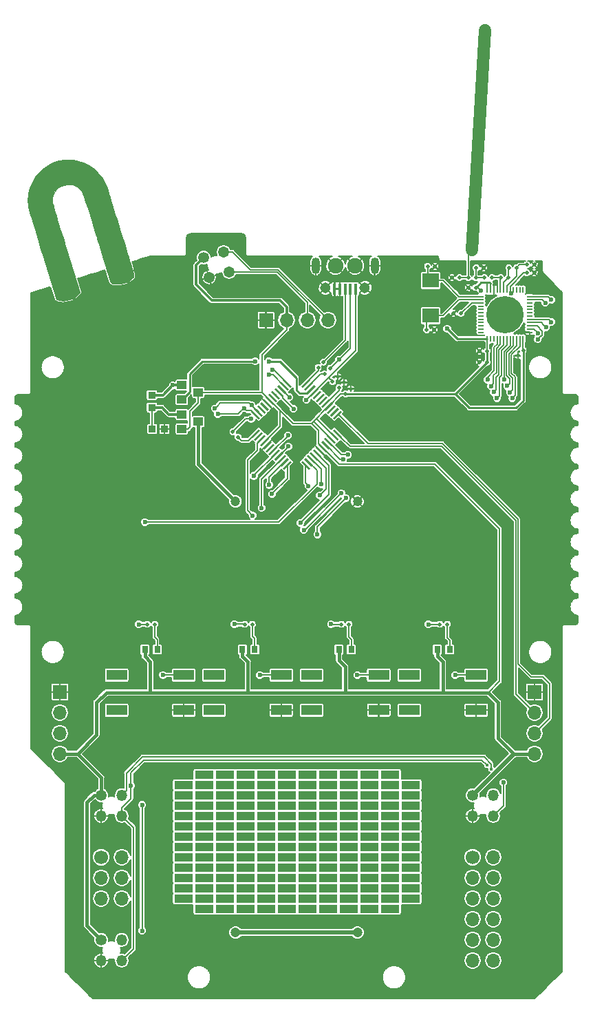
<source format=gtl>
G04 #@! TF.GenerationSoftware,KiCad,Pcbnew,(5.0.0-rc2-dev-222-g3b0a758)*
G04 #@! TF.CreationDate,2018-07-05T12:59:24+02:00*
G04 #@! TF.ProjectId,bornhack_scale_it,626F726E6861636B5F7363616C655F69,rev?*
G04 #@! TF.SameCoordinates,PX2faf080PY1c9c380*
G04 #@! TF.FileFunction,Copper,L1,Top,Signal*
G04 #@! TF.FilePolarity,Positive*
%FSLAX46Y46*%
G04 Gerber Fmt 4.6, Leading zero omitted, Abs format (unit mm)*
G04 Created by KiCad (PCBNEW (5.0.0-rc2-dev-222-g3b0a758)) date Thursday, 05 July 2018 at 12:59:24*
%MOMM*%
%LPD*%
G01*
G04 APERTURE LIST*
%ADD10C,0.010000*%
%ADD11C,1.200000*%
%ADD12O,1.700000X1.700000*%
%ADD13R,1.700000X1.700000*%
%ADD14O,0.248920X0.797560*%
%ADD15O,0.797560X0.248920*%
%ADD16O,4.599940X4.599940*%
%ADD17C,1.700000*%
%ADD18R,2.286000X1.016000*%
%ADD19R,0.398780X1.348740*%
%ADD20C,1.899920*%
%ADD21O,1.016000X2.032000*%
%ADD22C,1.305560*%
%ADD23C,0.497840*%
%ADD24C,1.350000*%
%ADD25C,1.350000*%
%ADD26O,1.350000X1.350000*%
%ADD27R,2.540000X1.270000*%
%ADD28R,0.889000X0.889000*%
%ADD29C,0.250000*%
%ADD30C,0.100000*%
%ADD31R,2.032000X1.778000*%
%ADD32R,0.762000X0.889000*%
%ADD33R,1.143000X1.016000*%
%ADD34C,0.600000*%
%ADD35C,0.400000*%
%ADD36C,0.406400*%
%ADD37C,0.508000*%
%ADD38C,0.203200*%
%ADD39C,0.304800*%
%ADD40C,0.152400*%
%ADD41C,0.254000*%
%ADD42C,1.500000*%
G04 APERTURE END LIST*
D10*
G36*
X7560821Y-26516993D02*
X8172487Y-26634888D01*
X8761026Y-26825721D01*
X9319468Y-27084864D01*
X9840840Y-27407686D01*
X10318171Y-27789560D01*
X10744492Y-28225854D01*
X11112829Y-28711941D01*
X11416212Y-29243191D01*
X11548272Y-29541446D01*
X11576207Y-29620516D01*
X11627376Y-29775480D01*
X11700196Y-30001282D01*
X11793085Y-30292868D01*
X11904462Y-30645183D01*
X12032744Y-31053172D01*
X12176351Y-31511780D01*
X12333699Y-32015952D01*
X12503208Y-32560634D01*
X12683295Y-33140770D01*
X12872379Y-33751305D01*
X13068877Y-34387185D01*
X13271208Y-35043355D01*
X13345873Y-35285851D01*
X13586419Y-36066618D01*
X13803565Y-36770468D01*
X13998278Y-37401573D01*
X14171522Y-37964100D01*
X14324265Y-38462219D01*
X14457473Y-38900099D01*
X14572112Y-39281910D01*
X14669148Y-39611820D01*
X14749547Y-39894000D01*
X14814276Y-40132616D01*
X14864301Y-40331841D01*
X14900588Y-40495841D01*
X14924103Y-40628787D01*
X14935813Y-40734847D01*
X14936683Y-40818191D01*
X14927680Y-40882988D01*
X14909771Y-40933408D01*
X14883920Y-40973618D01*
X14851096Y-41007789D01*
X14812262Y-41040090D01*
X14768387Y-41074690D01*
X14720436Y-41115758D01*
X14701204Y-41134067D01*
X14420039Y-41356847D01*
X14082237Y-41535687D01*
X13706020Y-41666208D01*
X13309610Y-41744027D01*
X12911228Y-41764762D01*
X12529096Y-41724032D01*
X12387783Y-41690367D01*
X12245863Y-41645072D01*
X12163880Y-41599117D01*
X12118567Y-41536182D01*
X12101120Y-41489284D01*
X12083692Y-41433177D01*
X12042867Y-41301035D01*
X11980147Y-41097742D01*
X11897040Y-40828185D01*
X11795048Y-40497250D01*
X11675679Y-40109820D01*
X11540435Y-39670783D01*
X11390823Y-39185024D01*
X11228348Y-38657429D01*
X11054513Y-38092882D01*
X10870825Y-37496271D01*
X10678789Y-36872479D01*
X10479908Y-36226394D01*
X10423766Y-36044000D01*
X10222338Y-35390754D01*
X10026344Y-34757393D01*
X9837360Y-34148902D01*
X9656964Y-33570266D01*
X9486733Y-33026471D01*
X9328245Y-32522504D01*
X9183077Y-32063348D01*
X9052807Y-31653991D01*
X8939012Y-31299417D01*
X8843270Y-31004613D01*
X8767158Y-30774564D01*
X8712253Y-30614255D01*
X8680133Y-30528673D01*
X8675828Y-30519500D01*
X8509522Y-30272473D01*
X8286193Y-30033291D01*
X8031771Y-29826740D01*
X7816831Y-29698461D01*
X7446229Y-29559094D01*
X7072788Y-29497389D01*
X6704795Y-29507780D01*
X6350537Y-29584697D01*
X6018299Y-29722572D01*
X5716369Y-29915837D01*
X5453031Y-30158923D01*
X5236573Y-30446262D01*
X5075281Y-30772287D01*
X4977441Y-31131428D01*
X4951338Y-31518117D01*
X4957134Y-31620166D01*
X4967013Y-31685318D01*
X4989526Y-31788285D01*
X5025637Y-31932317D01*
X5076307Y-32120661D01*
X5142501Y-32356565D01*
X5225179Y-32643279D01*
X5325306Y-32984048D01*
X5443844Y-33382123D01*
X5581755Y-33840751D01*
X5740003Y-34363180D01*
X5919550Y-34952659D01*
X6121358Y-35612435D01*
X6346391Y-36345757D01*
X6595611Y-37155872D01*
X6655458Y-37350169D01*
X8329471Y-42783839D01*
X8244821Y-42902719D01*
X8012904Y-43160933D01*
X7717211Y-43384603D01*
X7373740Y-43567544D01*
X6998490Y-43703571D01*
X6607460Y-43786500D01*
X6216650Y-43810145D01*
X5953698Y-43788398D01*
X5791656Y-43757769D01*
X5641027Y-43718679D01*
X5576879Y-43696494D01*
X5438528Y-43640041D01*
X3750645Y-38159270D01*
X3545856Y-37493180D01*
X3347263Y-36845071D01*
X3156385Y-36220004D01*
X2974739Y-35623040D01*
X2803844Y-35059237D01*
X2645215Y-34533655D01*
X2500373Y-34051354D01*
X2370833Y-33617395D01*
X2258115Y-33236837D01*
X2163735Y-32914739D01*
X2089211Y-32656162D01*
X2036062Y-32466166D01*
X2005804Y-32349809D01*
X2000215Y-32323704D01*
X1973839Y-32127381D01*
X1952958Y-31883072D01*
X1940260Y-31627414D01*
X1937667Y-31471131D01*
X1978043Y-30832192D01*
X2095884Y-30217656D01*
X2286254Y-29632456D01*
X2544220Y-29081525D01*
X2864849Y-28569795D01*
X3243206Y-28102200D01*
X3674357Y-27683672D01*
X4153368Y-27319146D01*
X4675307Y-27013553D01*
X5235238Y-26771827D01*
X5828228Y-26598900D01*
X6449342Y-26499707D01*
X6933000Y-26476666D01*
X7560821Y-26516993D01*
X7560821Y-26516993D01*
G37*
X7560821Y-26516993D02*
X8172487Y-26634888D01*
X8761026Y-26825721D01*
X9319468Y-27084864D01*
X9840840Y-27407686D01*
X10318171Y-27789560D01*
X10744492Y-28225854D01*
X11112829Y-28711941D01*
X11416212Y-29243191D01*
X11548272Y-29541446D01*
X11576207Y-29620516D01*
X11627376Y-29775480D01*
X11700196Y-30001282D01*
X11793085Y-30292868D01*
X11904462Y-30645183D01*
X12032744Y-31053172D01*
X12176351Y-31511780D01*
X12333699Y-32015952D01*
X12503208Y-32560634D01*
X12683295Y-33140770D01*
X12872379Y-33751305D01*
X13068877Y-34387185D01*
X13271208Y-35043355D01*
X13345873Y-35285851D01*
X13586419Y-36066618D01*
X13803565Y-36770468D01*
X13998278Y-37401573D01*
X14171522Y-37964100D01*
X14324265Y-38462219D01*
X14457473Y-38900099D01*
X14572112Y-39281910D01*
X14669148Y-39611820D01*
X14749547Y-39894000D01*
X14814276Y-40132616D01*
X14864301Y-40331841D01*
X14900588Y-40495841D01*
X14924103Y-40628787D01*
X14935813Y-40734847D01*
X14936683Y-40818191D01*
X14927680Y-40882988D01*
X14909771Y-40933408D01*
X14883920Y-40973618D01*
X14851096Y-41007789D01*
X14812262Y-41040090D01*
X14768387Y-41074690D01*
X14720436Y-41115758D01*
X14701204Y-41134067D01*
X14420039Y-41356847D01*
X14082237Y-41535687D01*
X13706020Y-41666208D01*
X13309610Y-41744027D01*
X12911228Y-41764762D01*
X12529096Y-41724032D01*
X12387783Y-41690367D01*
X12245863Y-41645072D01*
X12163880Y-41599117D01*
X12118567Y-41536182D01*
X12101120Y-41489284D01*
X12083692Y-41433177D01*
X12042867Y-41301035D01*
X11980147Y-41097742D01*
X11897040Y-40828185D01*
X11795048Y-40497250D01*
X11675679Y-40109820D01*
X11540435Y-39670783D01*
X11390823Y-39185024D01*
X11228348Y-38657429D01*
X11054513Y-38092882D01*
X10870825Y-37496271D01*
X10678789Y-36872479D01*
X10479908Y-36226394D01*
X10423766Y-36044000D01*
X10222338Y-35390754D01*
X10026344Y-34757393D01*
X9837360Y-34148902D01*
X9656964Y-33570266D01*
X9486733Y-33026471D01*
X9328245Y-32522504D01*
X9183077Y-32063348D01*
X9052807Y-31653991D01*
X8939012Y-31299417D01*
X8843270Y-31004613D01*
X8767158Y-30774564D01*
X8712253Y-30614255D01*
X8680133Y-30528673D01*
X8675828Y-30519500D01*
X8509522Y-30272473D01*
X8286193Y-30033291D01*
X8031771Y-29826740D01*
X7816831Y-29698461D01*
X7446229Y-29559094D01*
X7072788Y-29497389D01*
X6704795Y-29507780D01*
X6350537Y-29584697D01*
X6018299Y-29722572D01*
X5716369Y-29915837D01*
X5453031Y-30158923D01*
X5236573Y-30446262D01*
X5075281Y-30772287D01*
X4977441Y-31131428D01*
X4951338Y-31518117D01*
X4957134Y-31620166D01*
X4967013Y-31685318D01*
X4989526Y-31788285D01*
X5025637Y-31932317D01*
X5076307Y-32120661D01*
X5142501Y-32356565D01*
X5225179Y-32643279D01*
X5325306Y-32984048D01*
X5443844Y-33382123D01*
X5581755Y-33840751D01*
X5740003Y-34363180D01*
X5919550Y-34952659D01*
X6121358Y-35612435D01*
X6346391Y-36345757D01*
X6595611Y-37155872D01*
X6655458Y-37350169D01*
X8329471Y-42783839D01*
X8244821Y-42902719D01*
X8012904Y-43160933D01*
X7717211Y-43384603D01*
X7373740Y-43567544D01*
X6998490Y-43703571D01*
X6607460Y-43786500D01*
X6216650Y-43810145D01*
X5953698Y-43788398D01*
X5791656Y-43757769D01*
X5641027Y-43718679D01*
X5576879Y-43696494D01*
X5438528Y-43640041D01*
X3750645Y-38159270D01*
X3545856Y-37493180D01*
X3347263Y-36845071D01*
X3156385Y-36220004D01*
X2974739Y-35623040D01*
X2803844Y-35059237D01*
X2645215Y-34533655D01*
X2500373Y-34051354D01*
X2370833Y-33617395D01*
X2258115Y-33236837D01*
X2163735Y-32914739D01*
X2089211Y-32656162D01*
X2036062Y-32466166D01*
X2005804Y-32349809D01*
X2000215Y-32323704D01*
X1973839Y-32127381D01*
X1952958Y-31883072D01*
X1940260Y-31627414D01*
X1937667Y-31471131D01*
X1978043Y-30832192D01*
X2095884Y-30217656D01*
X2286254Y-29632456D01*
X2544220Y-29081525D01*
X2864849Y-28569795D01*
X3243206Y-28102200D01*
X3674357Y-27683672D01*
X4153368Y-27319146D01*
X4675307Y-27013553D01*
X5235238Y-26771827D01*
X5828228Y-26598900D01*
X6449342Y-26499707D01*
X6933000Y-26476666D01*
X7560821Y-26516993D01*
D11*
X27500000Y-68500000D03*
X27500000Y-121500000D03*
X42500000Y-121500000D03*
X42500000Y-68500000D03*
D12*
X38870000Y-46200000D03*
X36330000Y-46200000D03*
X33790000Y-46200000D03*
D13*
X31250000Y-46200000D03*
D14*
X58500360Y-48499740D03*
X58901680Y-48499740D03*
X59300460Y-48499740D03*
X59701780Y-48499740D03*
X60100560Y-48499740D03*
X60501880Y-48499740D03*
X60898120Y-48499740D03*
X61299440Y-48499740D03*
X61698220Y-48499740D03*
X62099540Y-48499740D03*
X62498320Y-48499740D03*
X62899640Y-48499740D03*
D15*
X63699740Y-47699640D03*
X63699740Y-47298320D03*
X63699740Y-46899540D03*
X63699740Y-46498220D03*
X63699740Y-46099440D03*
X63699740Y-45698120D03*
X63699740Y-45301880D03*
X63699740Y-44900560D03*
X63699740Y-44501780D03*
X63699740Y-44100460D03*
X63699740Y-43701680D03*
X63699740Y-43300360D03*
D14*
X62899640Y-42500260D03*
X62498320Y-42500260D03*
X62099540Y-42500260D03*
X61698220Y-42500260D03*
X61299440Y-42500260D03*
X60898120Y-42500260D03*
X60501880Y-42500260D03*
X60100560Y-42500260D03*
X59701780Y-42500260D03*
X59300460Y-42500260D03*
X58901680Y-42500260D03*
X58500360Y-42500260D03*
D15*
X57700260Y-43300360D03*
X57700260Y-43701680D03*
X57700260Y-44100460D03*
X57700260Y-44501780D03*
X57700260Y-44900560D03*
X57700260Y-45301880D03*
X57700260Y-45698120D03*
X57700260Y-46099440D03*
X57700260Y-46498220D03*
X57700260Y-46899540D03*
X57700260Y-47298320D03*
X57700260Y-47699640D03*
D16*
X60700000Y-45500000D03*
D13*
X5880000Y-91920000D03*
D12*
X5880000Y-94460000D03*
X5880000Y-97000000D03*
X5880000Y-99540000D03*
X64300000Y-99540000D03*
X64300000Y-97000000D03*
X64300000Y-94460000D03*
D13*
X64300000Y-91920000D03*
D12*
X59220000Y-124940000D03*
X56680000Y-124940000D03*
X59220000Y-122400000D03*
X56680000Y-122400000D03*
X59220000Y-119860000D03*
X56680000Y-119860000D03*
X59220000Y-117320000D03*
X56680000Y-117320000D03*
X59220000Y-114780000D03*
X56680000Y-114780000D03*
X59220000Y-112240000D03*
D17*
X56680000Y-112240000D03*
D12*
X13500000Y-117320000D03*
X10960000Y-117320000D03*
X13500000Y-114780000D03*
X10960000Y-114780000D03*
X13500000Y-112240000D03*
D17*
X10960000Y-112240000D03*
D18*
X23660000Y-102080000D03*
X33820000Y-102080000D03*
X26200000Y-102080000D03*
X31280000Y-102080000D03*
X28740000Y-102080000D03*
X26200000Y-103350000D03*
X21120000Y-103350000D03*
X31280000Y-103350000D03*
X28740000Y-103350000D03*
X33820000Y-103350000D03*
X23660000Y-103350000D03*
X26200000Y-104620000D03*
X21120000Y-104620000D03*
X31280000Y-104620000D03*
X28740000Y-104620000D03*
X33820000Y-104620000D03*
X23660000Y-104620000D03*
X26200000Y-105890000D03*
X21120000Y-105890000D03*
X31280000Y-105890000D03*
X28740000Y-105890000D03*
X33820000Y-105890000D03*
X23660000Y-105890000D03*
X26200000Y-107160000D03*
X21120000Y-107160000D03*
X31280000Y-107160000D03*
X28740000Y-107160000D03*
X33820000Y-107160000D03*
X23660000Y-107160000D03*
X21120000Y-108430000D03*
X31280000Y-108430000D03*
X28740000Y-108430000D03*
X33820000Y-108430000D03*
X23660000Y-108430000D03*
X26200000Y-108430000D03*
X21120000Y-109700000D03*
X31280000Y-109700000D03*
X26200000Y-109700000D03*
X28740000Y-109700000D03*
X33820000Y-109700000D03*
X23660000Y-109700000D03*
X26200000Y-110970000D03*
X28740000Y-110970000D03*
X33820000Y-110970000D03*
X23660000Y-110970000D03*
X21120000Y-110970000D03*
X31280000Y-110970000D03*
X26200000Y-112240000D03*
X28740000Y-112240000D03*
X31280000Y-112240000D03*
X23660000Y-112240000D03*
X21120000Y-112240000D03*
X33820000Y-112240000D03*
X26200000Y-113510000D03*
X28740000Y-113510000D03*
X31280000Y-113510000D03*
X23660000Y-113510000D03*
X21120000Y-113510000D03*
X33820000Y-113510000D03*
X26200000Y-114780000D03*
X28740000Y-114780000D03*
X31280000Y-114780000D03*
X23660000Y-114780000D03*
X21120000Y-114780000D03*
X33820000Y-114780000D03*
X26200000Y-116050000D03*
X28740000Y-116050000D03*
X31280000Y-116050000D03*
X23660000Y-116050000D03*
X21120000Y-116050000D03*
X33820000Y-116050000D03*
X26200000Y-117320000D03*
X28740000Y-117320000D03*
X31280000Y-117320000D03*
X23660000Y-117320000D03*
X21120000Y-117320000D03*
X33820000Y-117320000D03*
X41440000Y-102080000D03*
X43980000Y-102080000D03*
X46520000Y-102080000D03*
X38900000Y-102080000D03*
X36360000Y-102080000D03*
X41440000Y-103350000D03*
X43980000Y-103350000D03*
X46520000Y-103350000D03*
X38900000Y-103350000D03*
X36360000Y-103350000D03*
X49060000Y-103350000D03*
X41440000Y-104620000D03*
X43980000Y-104620000D03*
X46520000Y-104620000D03*
X38900000Y-104620000D03*
X36360000Y-104620000D03*
X49060000Y-104620000D03*
X38900000Y-105890000D03*
X36360000Y-105890000D03*
X49060000Y-105890000D03*
X41440000Y-105890000D03*
X43980000Y-105890000D03*
X46520000Y-105890000D03*
X38900000Y-107160000D03*
X36360000Y-107160000D03*
X49060000Y-107160000D03*
X41440000Y-107160000D03*
X43980000Y-107160000D03*
X46520000Y-107160000D03*
X38900000Y-108430000D03*
X36360000Y-108430000D03*
X46520000Y-108430000D03*
X41440000Y-108430000D03*
X43980000Y-108430000D03*
X49060000Y-108430000D03*
X38900000Y-109700000D03*
X36360000Y-109700000D03*
X46520000Y-109700000D03*
X41440000Y-109700000D03*
X43980000Y-109700000D03*
X49060000Y-109700000D03*
X36360000Y-110970000D03*
X46520000Y-110970000D03*
X41440000Y-110970000D03*
X43980000Y-110970000D03*
X49060000Y-110970000D03*
X38900000Y-110970000D03*
X36360000Y-112240000D03*
X46520000Y-112240000D03*
X41440000Y-112240000D03*
X43980000Y-112240000D03*
X49060000Y-112240000D03*
X38900000Y-112240000D03*
X36360000Y-113510000D03*
X46520000Y-113510000D03*
X41440000Y-113510000D03*
X43980000Y-113510000D03*
X49060000Y-113510000D03*
X38900000Y-113510000D03*
X36360000Y-114780000D03*
X46520000Y-114780000D03*
X41440000Y-114780000D03*
X43980000Y-114780000D03*
X49060000Y-114780000D03*
X38900000Y-114780000D03*
X36360000Y-116050000D03*
X46520000Y-116050000D03*
X41440000Y-116050000D03*
X43980000Y-116050000D03*
X49060000Y-116050000D03*
X38900000Y-116050000D03*
X36360000Y-117320000D03*
X46520000Y-117320000D03*
X41440000Y-117320000D03*
X43980000Y-117320000D03*
X49060000Y-117320000D03*
X38900000Y-117320000D03*
X23660000Y-118590000D03*
X46520000Y-118590000D03*
X43980000Y-118590000D03*
X41440000Y-118590000D03*
X26200000Y-118590000D03*
X28740000Y-118590000D03*
X31280000Y-118590000D03*
X38900000Y-118590000D03*
X36360000Y-118590000D03*
D19*
X42297940Y-42372740D03*
X41647700Y-42372740D03*
X41000000Y-42372740D03*
X40352300Y-42372740D03*
X39702060Y-42372740D03*
D20*
X42198880Y-39500000D03*
X39801120Y-39500000D03*
D21*
X44624580Y-39500000D03*
X37375420Y-39500000D03*
D22*
X43423160Y-42227960D03*
X38576840Y-42227960D03*
D23*
X39448119Y-53776881D03*
X40101881Y-53123119D03*
X40223119Y-54526881D03*
X40876881Y-53873119D03*
X41048119Y-55301881D03*
X41701881Y-54648119D03*
X57537720Y-51400000D03*
X58462280Y-51400000D03*
X58462280Y-50000000D03*
X57537720Y-50000000D03*
X62253119Y-50576881D03*
X62906881Y-49923119D03*
X57062280Y-42200000D03*
X56137720Y-42200000D03*
X59062280Y-41000000D03*
X58137720Y-41000000D03*
X54137720Y-41000000D03*
X55062280Y-41000000D03*
X57137720Y-39800000D03*
X58062280Y-39800000D03*
X64262280Y-39400000D03*
X63337720Y-39400000D03*
X52062280Y-39600000D03*
X51137720Y-39600000D03*
X51037720Y-47400000D03*
X51962280Y-47400000D03*
X55262280Y-45400000D03*
X54337720Y-45400000D03*
X64262280Y-40400000D03*
X63337720Y-40400000D03*
D24*
X26700000Y-40300000D03*
D25*
X26700000Y-40300000D02*
X26700000Y-40300000D01*
D24*
X24246548Y-40957401D03*
D25*
X24246548Y-40957401D02*
X24246548Y-40957401D01*
D24*
X26042600Y-37846549D03*
D25*
X26042600Y-37846549D02*
X26042600Y-37846549D01*
D24*
X23589148Y-38503949D03*
D26*
X13500000Y-107160000D03*
X10960000Y-107160000D03*
X13500000Y-104620000D03*
D24*
X10960000Y-104620000D03*
X56680000Y-104620000D03*
D26*
X59220000Y-104620000D03*
X56680000Y-107160000D03*
X59220000Y-107160000D03*
D24*
X10960000Y-122400000D03*
D26*
X13500000Y-122400000D03*
X10960000Y-124940000D03*
X13500000Y-124940000D03*
D27*
X36872500Y-89841000D03*
X36872500Y-94159000D03*
X45127500Y-94159000D03*
X45127500Y-89841000D03*
X12872500Y-89841000D03*
X12872500Y-94159000D03*
X21127500Y-94159000D03*
X21127500Y-89841000D03*
X33127500Y-89841000D03*
X33127500Y-94159000D03*
X24872500Y-94159000D03*
X24872500Y-89841000D03*
X57127500Y-89841000D03*
X57127500Y-94159000D03*
X48872500Y-94159000D03*
X48872500Y-89841000D03*
D23*
X60137720Y-41000000D03*
X61062280Y-41000000D03*
X62062280Y-39800000D03*
X61137720Y-39800000D03*
D28*
X17200000Y-55438000D03*
X17200000Y-56962000D03*
X18762000Y-59600000D03*
X17238000Y-59600000D03*
D23*
X27826881Y-60576881D03*
X27173119Y-59923119D03*
X39126881Y-52173119D03*
X38473119Y-52826881D03*
X37673119Y-52026881D03*
X38326881Y-51373119D03*
D29*
X29979542Y-57868629D03*
D30*
G36*
X30527550Y-58239860D02*
X30350773Y-58416637D01*
X29431534Y-57497398D01*
X29608311Y-57320621D01*
X30527550Y-58239860D01*
X30527550Y-58239860D01*
G37*
D29*
X30333095Y-57515076D03*
D30*
G36*
X30881103Y-57886307D02*
X30704326Y-58063084D01*
X29785087Y-57143845D01*
X29961864Y-56967068D01*
X30881103Y-57886307D01*
X30881103Y-57886307D01*
G37*
D29*
X30686649Y-57161522D03*
D30*
G36*
X31234657Y-57532753D02*
X31057880Y-57709530D01*
X30138641Y-56790291D01*
X30315418Y-56613514D01*
X31234657Y-57532753D01*
X31234657Y-57532753D01*
G37*
D29*
X31040202Y-56807969D03*
D30*
G36*
X31588210Y-57179200D02*
X31411433Y-57355977D01*
X30492194Y-56436738D01*
X30668971Y-56259961D01*
X31588210Y-57179200D01*
X31588210Y-57179200D01*
G37*
D29*
X31393755Y-56454416D03*
D30*
G36*
X31941763Y-56825647D02*
X31764986Y-57002424D01*
X30845747Y-56083185D01*
X31022524Y-55906408D01*
X31941763Y-56825647D01*
X31941763Y-56825647D01*
G37*
D29*
X31747309Y-56100862D03*
D30*
G36*
X32295317Y-56472093D02*
X32118540Y-56648870D01*
X31199301Y-55729631D01*
X31376078Y-55552854D01*
X32295317Y-56472093D01*
X32295317Y-56472093D01*
G37*
D29*
X32100862Y-55747309D03*
D30*
G36*
X32648870Y-56118540D02*
X32472093Y-56295317D01*
X31552854Y-55376078D01*
X31729631Y-55199301D01*
X32648870Y-56118540D01*
X32648870Y-56118540D01*
G37*
D29*
X32454416Y-55393755D03*
D30*
G36*
X33002424Y-55764986D02*
X32825647Y-55941763D01*
X31906408Y-55022524D01*
X32083185Y-54845747D01*
X33002424Y-55764986D01*
X33002424Y-55764986D01*
G37*
D29*
X32807969Y-55040202D03*
D30*
G36*
X33355977Y-55411433D02*
X33179200Y-55588210D01*
X32259961Y-54668971D01*
X32436738Y-54492194D01*
X33355977Y-55411433D01*
X33355977Y-55411433D01*
G37*
D29*
X33161522Y-54686649D03*
D30*
G36*
X33709530Y-55057880D02*
X33532753Y-55234657D01*
X32613514Y-54315418D01*
X32790291Y-54138641D01*
X33709530Y-55057880D01*
X33709530Y-55057880D01*
G37*
D29*
X33515076Y-54333095D03*
D30*
G36*
X34063084Y-54704326D02*
X33886307Y-54881103D01*
X32967068Y-53961864D01*
X33143845Y-53785087D01*
X34063084Y-54704326D01*
X34063084Y-54704326D01*
G37*
D29*
X33868629Y-53979542D03*
D30*
G36*
X34416637Y-54350773D02*
X34239860Y-54527550D01*
X33320621Y-53608311D01*
X33497398Y-53431534D01*
X34416637Y-54350773D01*
X34416637Y-54350773D01*
G37*
D29*
X36131371Y-53979542D03*
D30*
G36*
X35760140Y-54527550D02*
X35583363Y-54350773D01*
X36502602Y-53431534D01*
X36679379Y-53608311D01*
X35760140Y-54527550D01*
X35760140Y-54527550D01*
G37*
D29*
X36484924Y-54333095D03*
D30*
G36*
X36113693Y-54881103D02*
X35936916Y-54704326D01*
X36856155Y-53785087D01*
X37032932Y-53961864D01*
X36113693Y-54881103D01*
X36113693Y-54881103D01*
G37*
D29*
X36838478Y-54686649D03*
D30*
G36*
X36467247Y-55234657D02*
X36290470Y-55057880D01*
X37209709Y-54138641D01*
X37386486Y-54315418D01*
X36467247Y-55234657D01*
X36467247Y-55234657D01*
G37*
D29*
X37192031Y-55040202D03*
D30*
G36*
X36820800Y-55588210D02*
X36644023Y-55411433D01*
X37563262Y-54492194D01*
X37740039Y-54668971D01*
X36820800Y-55588210D01*
X36820800Y-55588210D01*
G37*
D29*
X37545584Y-55393755D03*
D30*
G36*
X37174353Y-55941763D02*
X36997576Y-55764986D01*
X37916815Y-54845747D01*
X38093592Y-55022524D01*
X37174353Y-55941763D01*
X37174353Y-55941763D01*
G37*
D29*
X37899138Y-55747309D03*
D30*
G36*
X37527907Y-56295317D02*
X37351130Y-56118540D01*
X38270369Y-55199301D01*
X38447146Y-55376078D01*
X37527907Y-56295317D01*
X37527907Y-56295317D01*
G37*
D29*
X38252691Y-56100862D03*
D30*
G36*
X37881460Y-56648870D02*
X37704683Y-56472093D01*
X38623922Y-55552854D01*
X38800699Y-55729631D01*
X37881460Y-56648870D01*
X37881460Y-56648870D01*
G37*
D29*
X38606245Y-56454416D03*
D30*
G36*
X38235014Y-57002424D02*
X38058237Y-56825647D01*
X38977476Y-55906408D01*
X39154253Y-56083185D01*
X38235014Y-57002424D01*
X38235014Y-57002424D01*
G37*
D29*
X38959798Y-56807969D03*
D30*
G36*
X38588567Y-57355977D02*
X38411790Y-57179200D01*
X39331029Y-56259961D01*
X39507806Y-56436738D01*
X38588567Y-57355977D01*
X38588567Y-57355977D01*
G37*
D29*
X39313351Y-57161522D03*
D30*
G36*
X38942120Y-57709530D02*
X38765343Y-57532753D01*
X39684582Y-56613514D01*
X39861359Y-56790291D01*
X38942120Y-57709530D01*
X38942120Y-57709530D01*
G37*
D29*
X39666905Y-57515076D03*
D30*
G36*
X39295674Y-58063084D02*
X39118897Y-57886307D01*
X40038136Y-56967068D01*
X40214913Y-57143845D01*
X39295674Y-58063084D01*
X39295674Y-58063084D01*
G37*
D29*
X40020458Y-57868629D03*
D30*
G36*
X39649227Y-58416637D02*
X39472450Y-58239860D01*
X40391689Y-57320621D01*
X40568466Y-57497398D01*
X39649227Y-58416637D01*
X39649227Y-58416637D01*
G37*
D29*
X40020458Y-60131371D03*
D30*
G36*
X40568466Y-60502602D02*
X40391689Y-60679379D01*
X39472450Y-59760140D01*
X39649227Y-59583363D01*
X40568466Y-60502602D01*
X40568466Y-60502602D01*
G37*
D29*
X39666905Y-60484924D03*
D30*
G36*
X40214913Y-60856155D02*
X40038136Y-61032932D01*
X39118897Y-60113693D01*
X39295674Y-59936916D01*
X40214913Y-60856155D01*
X40214913Y-60856155D01*
G37*
D29*
X39313351Y-60838478D03*
D30*
G36*
X39861359Y-61209709D02*
X39684582Y-61386486D01*
X38765343Y-60467247D01*
X38942120Y-60290470D01*
X39861359Y-61209709D01*
X39861359Y-61209709D01*
G37*
D29*
X38959798Y-61192031D03*
D30*
G36*
X39507806Y-61563262D02*
X39331029Y-61740039D01*
X38411790Y-60820800D01*
X38588567Y-60644023D01*
X39507806Y-61563262D01*
X39507806Y-61563262D01*
G37*
D29*
X38606245Y-61545584D03*
D30*
G36*
X39154253Y-61916815D02*
X38977476Y-62093592D01*
X38058237Y-61174353D01*
X38235014Y-60997576D01*
X39154253Y-61916815D01*
X39154253Y-61916815D01*
G37*
D29*
X38252691Y-61899138D03*
D30*
G36*
X38800699Y-62270369D02*
X38623922Y-62447146D01*
X37704683Y-61527907D01*
X37881460Y-61351130D01*
X38800699Y-62270369D01*
X38800699Y-62270369D01*
G37*
D29*
X37899138Y-62252691D03*
D30*
G36*
X38447146Y-62623922D02*
X38270369Y-62800699D01*
X37351130Y-61881460D01*
X37527907Y-61704683D01*
X38447146Y-62623922D01*
X38447146Y-62623922D01*
G37*
D29*
X37545584Y-62606245D03*
D30*
G36*
X38093592Y-62977476D02*
X37916815Y-63154253D01*
X36997576Y-62235014D01*
X37174353Y-62058237D01*
X38093592Y-62977476D01*
X38093592Y-62977476D01*
G37*
D29*
X37192031Y-62959798D03*
D30*
G36*
X37740039Y-63331029D02*
X37563262Y-63507806D01*
X36644023Y-62588567D01*
X36820800Y-62411790D01*
X37740039Y-63331029D01*
X37740039Y-63331029D01*
G37*
D29*
X36838478Y-63313351D03*
D30*
G36*
X37386486Y-63684582D02*
X37209709Y-63861359D01*
X36290470Y-62942120D01*
X36467247Y-62765343D01*
X37386486Y-63684582D01*
X37386486Y-63684582D01*
G37*
D29*
X36484924Y-63666905D03*
D30*
G36*
X37032932Y-64038136D02*
X36856155Y-64214913D01*
X35936916Y-63295674D01*
X36113693Y-63118897D01*
X37032932Y-64038136D01*
X37032932Y-64038136D01*
G37*
D29*
X36131371Y-64020458D03*
D30*
G36*
X36679379Y-64391689D02*
X36502602Y-64568466D01*
X35583363Y-63649227D01*
X35760140Y-63472450D01*
X36679379Y-64391689D01*
X36679379Y-64391689D01*
G37*
D29*
X33868629Y-64020458D03*
D30*
G36*
X33497398Y-64568466D02*
X33320621Y-64391689D01*
X34239860Y-63472450D01*
X34416637Y-63649227D01*
X33497398Y-64568466D01*
X33497398Y-64568466D01*
G37*
D29*
X33515076Y-63666905D03*
D30*
G36*
X33143845Y-64214913D02*
X32967068Y-64038136D01*
X33886307Y-63118897D01*
X34063084Y-63295674D01*
X33143845Y-64214913D01*
X33143845Y-64214913D01*
G37*
D29*
X33161522Y-63313351D03*
D30*
G36*
X32790291Y-63861359D02*
X32613514Y-63684582D01*
X33532753Y-62765343D01*
X33709530Y-62942120D01*
X32790291Y-63861359D01*
X32790291Y-63861359D01*
G37*
D29*
X32807969Y-62959798D03*
D30*
G36*
X32436738Y-63507806D02*
X32259961Y-63331029D01*
X33179200Y-62411790D01*
X33355977Y-62588567D01*
X32436738Y-63507806D01*
X32436738Y-63507806D01*
G37*
D29*
X32454416Y-62606245D03*
D30*
G36*
X32083185Y-63154253D02*
X31906408Y-62977476D01*
X32825647Y-62058237D01*
X33002424Y-62235014D01*
X32083185Y-63154253D01*
X32083185Y-63154253D01*
G37*
D29*
X32100862Y-62252691D03*
D30*
G36*
X31729631Y-62800699D02*
X31552854Y-62623922D01*
X32472093Y-61704683D01*
X32648870Y-61881460D01*
X31729631Y-62800699D01*
X31729631Y-62800699D01*
G37*
D29*
X31747309Y-61899138D03*
D30*
G36*
X31376078Y-62447146D02*
X31199301Y-62270369D01*
X32118540Y-61351130D01*
X32295317Y-61527907D01*
X31376078Y-62447146D01*
X31376078Y-62447146D01*
G37*
D29*
X31393755Y-61545584D03*
D30*
G36*
X31022524Y-62093592D02*
X30845747Y-61916815D01*
X31764986Y-60997576D01*
X31941763Y-61174353D01*
X31022524Y-62093592D01*
X31022524Y-62093592D01*
G37*
D29*
X31040202Y-61192031D03*
D30*
G36*
X30668971Y-61740039D02*
X30492194Y-61563262D01*
X31411433Y-60644023D01*
X31588210Y-60820800D01*
X30668971Y-61740039D01*
X30668971Y-61740039D01*
G37*
D29*
X30686649Y-60838478D03*
D30*
G36*
X30315418Y-61386486D02*
X30138641Y-61209709D01*
X31057880Y-60290470D01*
X31234657Y-60467247D01*
X30315418Y-61386486D01*
X30315418Y-61386486D01*
G37*
D29*
X30333095Y-60484924D03*
D30*
G36*
X29961864Y-61032932D02*
X29785087Y-60856155D01*
X30704326Y-59936916D01*
X30881103Y-60113693D01*
X29961864Y-61032932D01*
X29961864Y-61032932D01*
G37*
D29*
X29979542Y-60131371D03*
D30*
G36*
X29608311Y-60679379D02*
X29431534Y-60502602D01*
X30350773Y-59583363D01*
X30527550Y-59760140D01*
X29608311Y-60679379D01*
X29608311Y-60679379D01*
G37*
D31*
X51500000Y-41341000D03*
X51500000Y-45659000D03*
D23*
X56137720Y-41000000D03*
X57062280Y-41000000D03*
D32*
X29862000Y-86700000D03*
X28338000Y-86700000D03*
X40238000Y-86700000D03*
X41762000Y-86700000D03*
X17862000Y-86700000D03*
X16338000Y-86700000D03*
X52338000Y-86700000D03*
X53862000Y-86700000D03*
D23*
X29562280Y-83600000D03*
X28637720Y-83600000D03*
X40537720Y-83600000D03*
X41462280Y-83600000D03*
X17562280Y-83600000D03*
X16637720Y-83600000D03*
X52637720Y-83600000D03*
X53562280Y-83600000D03*
D33*
X20884000Y-57811000D03*
X20884000Y-59589000D03*
X22916000Y-58700000D03*
X20884000Y-54211000D03*
X20884000Y-55989000D03*
X22916000Y-55100000D03*
D18*
X33820000Y-118590000D03*
D34*
X61455200Y-42898000D03*
X64152680Y-41678800D03*
X67337840Y-51132680D03*
X67337840Y-49522320D03*
X67363240Y-47790040D03*
X67388640Y-46200000D03*
X67388640Y-44615040D03*
X24838560Y-62425520D03*
X44350840Y-59372440D03*
X6565800Y-49029560D03*
X53403400Y-50954880D03*
X48470720Y-45631040D03*
X48648520Y-42009000D03*
X29481680Y-38620640D03*
X30980280Y-38651120D03*
X32560160Y-38651120D03*
X34058760Y-38620640D03*
X35582760Y-38595240D03*
X46494600Y-38564760D03*
X48044000Y-38595240D03*
X49542600Y-38620640D03*
X50904040Y-38595240D03*
X25090000Y-36270000D03*
X22570000Y-36320000D03*
X16360000Y-63440000D03*
X40750000Y-49730000D03*
X35810000Y-57090000D03*
X42150000Y-60760000D03*
X24900000Y-53710000D03*
X29450000Y-53760000D03*
X58450000Y-52420000D03*
X56430000Y-55260000D03*
X61260000Y-109730000D03*
X56880000Y-85060000D03*
X56550000Y-102010000D03*
X58550000Y-99000000D03*
X52210000Y-38600000D03*
X52750000Y-39140000D03*
X53400000Y-39140000D03*
X54120000Y-39150000D03*
X54850000Y-39140000D03*
X67410000Y-42860000D03*
X66910000Y-42320000D03*
X66330000Y-41730000D03*
X65770000Y-41160000D03*
X65220000Y-40630000D03*
X65040000Y-39840000D03*
X65030000Y-39130000D03*
X60020000Y-40060000D03*
X59060000Y-40040000D03*
X61600000Y-39120000D03*
X60240000Y-39120000D03*
X59330000Y-39120000D03*
X58460000Y-39120000D03*
X55570000Y-40400000D03*
X55570000Y-39770000D03*
X57590000Y-39110000D03*
X56690000Y-39120000D03*
X59500000Y-41590000D03*
X55580000Y-39130000D03*
X19789000Y-54211000D03*
X36225000Y-56000000D03*
X53550000Y-47270000D03*
X57725000Y-42550000D03*
X32042008Y-52296000D03*
X31655247Y-52941403D03*
X28562200Y-57025480D03*
X60482482Y-103057519D03*
X14630000Y-103440000D03*
D35*
X58450000Y-100920000D03*
D34*
X25325000Y-57750000D03*
X24950320Y-57061041D03*
X29496920Y-56669880D03*
X16020000Y-121280000D03*
X16010000Y-105819998D03*
D35*
X58970000Y-101409998D03*
D34*
X37869855Y-67753345D03*
X42475000Y-89850000D03*
X34134960Y-55694520D03*
X18575000Y-89825000D03*
X30699999Y-69300001D03*
X30500000Y-89850000D03*
X54525000Y-89850000D03*
X34625000Y-57100000D03*
X29925002Y-51275000D03*
X31600000Y-51275000D03*
X29425000Y-58350000D03*
X40225000Y-51075000D03*
X65629998Y-44060000D03*
X33950000Y-60389998D03*
X66370000Y-43710000D03*
X34000000Y-61750000D03*
X27368400Y-83588800D03*
X29603600Y-70228400D03*
X36483255Y-66583255D03*
X39250000Y-83575000D03*
X16344800Y-71041200D03*
X15575000Y-83600000D03*
X38070379Y-66375000D03*
X51225000Y-83600000D03*
X40754200Y-63319600D03*
X35902800Y-72006400D03*
X40525600Y-67485200D03*
X37579200Y-72565200D03*
X41084400Y-68094800D03*
X41338400Y-62760800D03*
X35496400Y-71142800D03*
X29756000Y-65351600D03*
X31991200Y-67586800D03*
X31635600Y-66469200D03*
X58509999Y-53519999D03*
X58930000Y-54310000D03*
X59290000Y-55060000D03*
X59680000Y-55799996D03*
X60550000Y-53520000D03*
X60920000Y-54280000D03*
X61263945Y-55067187D03*
X61560004Y-55800000D03*
X64720000Y-47790000D03*
X64710000Y-48580000D03*
X65710000Y-47090000D03*
X66360000Y-46440002D03*
D36*
X22916000Y-58700000D02*
X22916000Y-63916000D01*
X22916000Y-63916000D02*
X27500000Y-68500000D01*
D37*
X27500000Y-121500000D02*
X28348528Y-121500000D01*
X28348528Y-121500000D02*
X42500000Y-121500000D01*
D38*
X37192031Y-55040202D02*
X37184798Y-55040202D01*
X37184798Y-55040202D02*
X36225000Y-56000000D01*
D39*
X17200000Y-55438000D02*
X18562000Y-55438000D01*
X20820500Y-54211000D02*
X20884000Y-54211000D01*
X18562000Y-55438000D02*
X19789000Y-54211000D01*
X19789000Y-54211000D02*
X20820500Y-54211000D01*
D38*
X37192031Y-55040202D02*
X38950000Y-53282233D01*
X38950000Y-53282233D02*
X42297940Y-49934293D01*
X39448119Y-53776881D02*
X39199200Y-53527962D01*
X39199200Y-53527962D02*
X39195729Y-53527962D01*
X39195729Y-53527962D02*
X38950000Y-53282233D01*
X42297940Y-49934293D02*
X42297940Y-42372740D01*
D40*
X17212000Y-55450000D02*
X17200000Y-55438000D01*
D38*
X38606245Y-56454416D02*
X40223119Y-54837542D01*
X40223119Y-54837542D02*
X40223119Y-54526881D01*
X58500360Y-41600360D02*
X58500360Y-42500260D01*
X58901680Y-41701680D02*
X58901680Y-42500260D01*
D41*
X58800000Y-41600000D02*
X58901680Y-41701680D01*
X57662280Y-41600000D02*
X58800000Y-41600000D01*
X57062280Y-42200000D02*
X57662280Y-41600000D01*
X53550000Y-47270000D02*
X54779740Y-48499740D01*
X54779740Y-48499740D02*
X58497810Y-48499740D01*
X58462280Y-50000000D02*
X58462280Y-51400000D01*
X62906881Y-49923119D02*
X62906881Y-56083119D01*
X62906881Y-56083119D02*
X61980000Y-57010000D01*
X61980000Y-57010000D02*
X56268518Y-57010000D01*
X56268518Y-57010000D02*
X54560399Y-55301881D01*
X41048119Y-55301881D02*
X54560399Y-55301881D01*
X54560399Y-55301881D02*
X58462280Y-51400000D01*
D40*
X62899640Y-48499740D02*
X62899640Y-49915878D01*
X62899640Y-49915878D02*
X62906881Y-49923119D01*
D36*
X10960000Y-104620000D02*
X10080000Y-104620000D01*
X10080000Y-104620000D02*
X9220000Y-105480000D01*
X9220000Y-105480000D02*
X9220000Y-120660000D01*
X9220000Y-120660000D02*
X10960000Y-122400000D01*
D37*
X61740000Y-99540000D02*
X61740000Y-99560000D01*
X61740000Y-99560000D02*
X56680000Y-104620000D01*
D38*
X38252691Y-61899138D02*
X40253553Y-63900000D01*
X52025000Y-63900000D02*
X60000000Y-71875000D01*
X60000000Y-71875000D02*
X60000000Y-90600000D01*
X40253553Y-63900000D02*
X52025000Y-63900000D01*
X60000000Y-90600000D02*
X58600000Y-92000000D01*
D40*
X57062280Y-42200000D02*
X57375000Y-42200000D01*
X57375000Y-42200000D02*
X57725000Y-42550000D01*
D38*
X33790000Y-46200000D02*
X33790000Y-47402081D01*
X30746447Y-50445634D02*
X30746447Y-55100000D01*
X33790000Y-47402081D02*
X30746447Y-50445634D01*
X20884000Y-59589000D02*
X21658700Y-59589000D01*
X21658700Y-59589000D02*
X21900000Y-59347700D01*
X22916000Y-56384000D02*
X22916000Y-55100000D01*
X21900000Y-59347700D02*
X21900000Y-57400000D01*
X21900000Y-57400000D02*
X22916000Y-56384000D01*
X22916000Y-55100000D02*
X30746447Y-55100000D01*
X30746447Y-55100000D02*
X31747309Y-56100862D01*
D39*
X22650000Y-39450000D02*
X22650000Y-41850000D01*
X23589148Y-38510852D02*
X22650000Y-39450000D01*
X23589148Y-38503949D02*
X23589148Y-38510852D01*
X33790000Y-44590000D02*
X33790000Y-46200000D01*
X22650000Y-41850000D02*
X24600000Y-43800000D01*
X24600000Y-43800000D02*
X33000000Y-43800000D01*
X33000000Y-43800000D02*
X33790000Y-44590000D01*
D38*
X38959798Y-56807969D02*
X40465886Y-55301881D01*
X40465886Y-55301881D02*
X41048119Y-55301881D01*
X39313351Y-60838478D02*
X39313351Y-60838351D01*
X39313351Y-60838351D02*
X37125000Y-58650000D01*
X37125000Y-58650000D02*
X37117767Y-58650000D01*
X39666905Y-60484924D02*
X37481981Y-58300000D01*
X37481981Y-58300000D02*
X37467767Y-58300000D01*
X37722362Y-61368809D02*
X37722362Y-59804595D01*
X37722362Y-59804595D02*
X36842767Y-58925000D01*
X36842767Y-58925000D02*
X37117767Y-58650000D01*
X37117767Y-58650000D02*
X37467767Y-58300000D01*
X37467767Y-58300000D02*
X38429469Y-57338298D01*
X32984745Y-57338298D02*
X34571447Y-58925000D01*
X34571447Y-58925000D02*
X36842767Y-58925000D01*
X38429469Y-57338298D02*
X38959798Y-56807969D01*
X38252691Y-61899138D02*
X37722362Y-61368809D01*
X31040202Y-61192031D02*
X32984745Y-59247488D01*
X32984745Y-59247488D02*
X32984745Y-57338298D01*
X31747309Y-56100862D02*
X32984745Y-57338298D01*
D36*
X10960000Y-104620000D02*
X10960000Y-102440000D01*
X10960000Y-102440000D02*
X8060000Y-99540000D01*
X61740000Y-99540000D02*
X61760000Y-99560000D01*
X53000000Y-92000000D02*
X58600000Y-92000000D01*
X58600000Y-92000000D02*
X59800000Y-93200000D01*
X59800000Y-93200000D02*
X59800000Y-97600000D01*
X59800000Y-97600000D02*
X61740000Y-99540000D01*
X61740000Y-99540000D02*
X64300000Y-99540000D01*
X5880000Y-99540000D02*
X8060000Y-99540000D01*
X10400000Y-97200000D02*
X10400000Y-93200000D01*
X8060000Y-99540000D02*
X10400000Y-97200000D01*
X10400000Y-93200000D02*
X11600000Y-92000000D01*
X11600000Y-92000000D02*
X17000000Y-92000000D01*
X17000000Y-92000000D02*
X29000000Y-92000000D01*
X16338000Y-86700000D02*
X16338000Y-87550900D01*
X16338000Y-87550900D02*
X17000000Y-88212900D01*
X17000000Y-88212900D02*
X17000000Y-92000000D01*
X28338000Y-86700000D02*
X28338000Y-87550900D01*
X29000000Y-92000000D02*
X41000000Y-92000000D01*
X28338000Y-87550900D02*
X29000000Y-88212900D01*
X29000000Y-88212900D02*
X29000000Y-92000000D01*
X41000000Y-92000000D02*
X53000000Y-92000000D01*
X40238000Y-88038000D02*
X41000000Y-88800000D01*
X41000000Y-88800000D02*
X41000000Y-92000000D01*
X40238000Y-86700000D02*
X40238000Y-88038000D01*
X52338000Y-86700000D02*
X52338000Y-87550900D01*
X53000000Y-88212900D02*
X53000000Y-92000000D01*
X52338000Y-87550900D02*
X53000000Y-88212900D01*
D40*
X58500360Y-48499740D02*
X58500360Y-49961920D01*
X58500360Y-49961920D02*
X58462280Y-50000000D01*
X58800000Y-41600000D02*
X58500000Y-41600000D01*
X58500000Y-41600000D02*
X57662280Y-41600000D01*
X58500360Y-41600360D02*
X58500000Y-41600000D01*
X59062280Y-41000000D02*
X60137720Y-41000000D01*
X60100560Y-42500260D02*
X60100560Y-41037160D01*
X60100560Y-41037160D02*
X60137720Y-41000000D01*
X57062280Y-41000000D02*
X57062280Y-39875440D01*
X57062280Y-39875440D02*
X57137720Y-39800000D01*
X58137720Y-41000000D02*
X57062280Y-41000000D01*
X56137720Y-41000000D02*
X56137720Y-38062280D01*
X56137720Y-38062280D02*
X56637720Y-37562280D01*
D42*
X56637720Y-37562280D02*
X58200000Y-10562280D01*
D40*
X56137720Y-41000000D02*
X55062280Y-41000000D01*
X63337720Y-39400000D02*
X62462280Y-39400000D01*
X62462280Y-39400000D02*
X62062280Y-39800000D01*
X60898120Y-42500260D02*
X60898120Y-41949080D01*
X60898120Y-41949080D02*
X62062280Y-40784920D01*
X62062280Y-40784920D02*
X62062280Y-40152026D01*
X62062280Y-40152026D02*
X62062280Y-39800000D01*
X51137720Y-39600000D02*
X51137720Y-40978720D01*
X51137720Y-40978720D02*
X51500000Y-41341000D01*
X57700260Y-43300360D02*
X55000360Y-43300360D01*
X53041000Y-41341000D02*
X51500000Y-41341000D01*
X55000360Y-43300360D02*
X53041000Y-41341000D01*
X51037720Y-47400000D02*
X51037720Y-46121280D01*
X51037720Y-46121280D02*
X51500000Y-45659000D01*
X57700260Y-43701680D02*
X54998320Y-43701680D01*
X54998320Y-43701680D02*
X53041000Y-45659000D01*
X53041000Y-45659000D02*
X51500000Y-45659000D01*
X57700260Y-44100460D02*
X56561820Y-44100460D01*
X56561820Y-44100460D02*
X55262280Y-45400000D01*
X61299440Y-42500260D02*
X61299440Y-42086254D01*
X61299440Y-42086254D02*
X62985694Y-40400000D01*
X62985694Y-40400000D02*
X63337720Y-40400000D01*
D38*
X32185087Y-52296000D02*
X32042008Y-52296000D01*
X33868629Y-53979542D02*
X32185087Y-52296000D01*
X33515076Y-54333095D02*
X32123384Y-52941403D01*
X32079511Y-52941403D02*
X31655247Y-52941403D01*
X32123384Y-52941403D02*
X32079511Y-52941403D01*
D40*
X66175000Y-95125000D02*
X66175000Y-90925000D01*
X64300000Y-97000000D02*
X66175000Y-95125000D01*
X43803606Y-61375000D02*
X40297235Y-57868629D01*
X66175000Y-90925000D02*
X65300000Y-90050000D01*
X63850000Y-90050000D02*
X62304811Y-88504811D01*
X65300000Y-90050000D02*
X63850000Y-90050000D01*
X62304811Y-88504811D02*
X62304811Y-70723744D01*
X62304811Y-70723744D02*
X52956067Y-61375000D01*
X52956067Y-61375000D02*
X43803606Y-61375000D01*
X40297235Y-57868629D02*
X40020458Y-57868629D01*
X40550787Y-60661700D02*
X40020458Y-60131371D01*
X62000000Y-70850000D02*
X52829811Y-61679811D01*
X62000000Y-92160000D02*
X62000000Y-70850000D01*
X41568898Y-61679811D02*
X40550787Y-60661700D01*
X52829811Y-61679811D02*
X41568898Y-61679811D01*
X64300000Y-94460000D02*
X62000000Y-92160000D01*
D38*
X28262201Y-57325479D02*
X28562200Y-57025480D01*
X27837680Y-57750000D02*
X28262201Y-57325479D01*
X29449213Y-57338300D02*
X28875020Y-57338300D01*
X25325000Y-57750000D02*
X27837680Y-57750000D01*
X28862199Y-57325479D02*
X28562200Y-57025480D01*
X28875020Y-57338300D02*
X28862199Y-57325479D01*
X29979542Y-57868629D02*
X29449213Y-57338300D01*
X59220000Y-107160000D02*
X60482482Y-105897518D01*
X60482482Y-105897518D02*
X60482482Y-103481783D01*
X60482482Y-103481783D02*
X60482482Y-103057519D01*
X13500000Y-124940000D02*
X14930000Y-123510000D01*
X14930000Y-123510000D02*
X14930000Y-108590000D01*
X14930000Y-108590000D02*
X13500000Y-107160000D01*
X13500000Y-107160000D02*
X13500000Y-106160000D01*
X13500000Y-106160000D02*
X14630000Y-105030000D01*
X14630000Y-103864264D02*
X14630000Y-103440000D01*
X14630000Y-105030000D02*
X14630000Y-103864264D01*
X58450000Y-100920000D02*
X57820000Y-100290000D01*
X57820000Y-100290000D02*
X16170000Y-100290000D01*
X16170000Y-100290000D02*
X14630000Y-101830000D01*
X14630000Y-101830000D02*
X14630000Y-103440000D01*
D40*
X26700000Y-40300000D02*
X29168933Y-40300000D01*
X36325000Y-44025000D02*
X36325000Y-46195000D01*
X29168933Y-40300000D02*
X29173744Y-40304811D01*
X29173744Y-40304811D02*
X32604811Y-40304811D01*
X32604811Y-40304811D02*
X36325000Y-44025000D01*
X36325000Y-46195000D02*
X36330000Y-46200000D01*
D38*
X25641480Y-56369881D02*
X25250319Y-56761042D01*
X29196921Y-56369881D02*
X25641480Y-56369881D01*
X25250319Y-56761042D02*
X24950320Y-57061041D01*
X29496920Y-56669880D02*
X29196921Y-56369881D01*
X30333095Y-57515076D02*
X29496920Y-56678901D01*
X29496920Y-56678901D02*
X29496920Y-56669880D01*
X16010000Y-121270000D02*
X16020000Y-121280000D01*
X16010000Y-105819998D02*
X16010000Y-121270000D01*
X14070000Y-101887091D02*
X16022702Y-99934389D01*
X58970000Y-100797158D02*
X58970000Y-101127156D01*
X16022702Y-99934389D02*
X58107231Y-99934389D01*
X13500000Y-104620000D02*
X14070000Y-104050000D01*
X58107231Y-99934389D02*
X58970000Y-100797158D01*
X14070000Y-104050000D02*
X14070000Y-101887091D01*
X58970000Y-101127156D02*
X58970000Y-101409998D01*
D40*
X26042600Y-37846549D02*
X27146549Y-37846549D01*
X32731067Y-40000000D02*
X38870000Y-46138933D01*
X27146549Y-37846549D02*
X29300000Y-40000000D01*
X29300000Y-40000000D02*
X32731067Y-40000000D01*
X38870000Y-46138933D02*
X38870000Y-46200000D01*
D38*
X38169854Y-67453346D02*
X37869855Y-67753345D01*
X37192031Y-62959798D02*
X38624389Y-64392156D01*
X38624389Y-66998811D02*
X38169854Y-67453346D01*
X38624389Y-64392156D02*
X38624389Y-66998811D01*
X45127500Y-89841000D02*
X42484000Y-89841000D01*
X42484000Y-89841000D02*
X42475000Y-89850000D01*
X34134960Y-55660087D02*
X34134960Y-55694520D01*
X33161522Y-54686649D02*
X34134960Y-55660087D01*
X21127500Y-89841000D02*
X18591000Y-89841000D01*
X18591000Y-89841000D02*
X18575000Y-89825000D01*
X33161522Y-63313351D02*
X30700000Y-65774873D01*
X30700000Y-69300000D02*
X30699999Y-69300001D01*
X30700000Y-65774873D02*
X30700000Y-69300000D01*
X33127500Y-89841000D02*
X30509000Y-89841000D01*
X30509000Y-89841000D02*
X30500000Y-89850000D01*
X33338298Y-55570531D02*
X33338298Y-55813298D01*
X33338298Y-55813298D02*
X34325001Y-56800001D01*
X34325001Y-56800001D02*
X34625000Y-57100000D01*
X32807969Y-55040202D02*
X33338298Y-55570531D01*
X57127500Y-89841000D02*
X54534000Y-89841000D01*
X54534000Y-89841000D02*
X54525000Y-89850000D01*
D40*
X61062280Y-41000000D02*
X61062280Y-39875440D01*
X61062280Y-39875440D02*
X61137720Y-39800000D01*
X60501880Y-42500260D02*
X60501880Y-41560400D01*
X60501880Y-41560400D02*
X61062280Y-41000000D01*
D41*
X21875000Y-52825000D02*
X23425000Y-51275000D01*
X21875000Y-55061500D02*
X21875000Y-52825000D01*
X20947500Y-55989000D02*
X21875000Y-55061500D01*
X20884000Y-55989000D02*
X20947500Y-55989000D01*
X29642160Y-51275000D02*
X29925002Y-51275000D01*
X23425000Y-51275000D02*
X29642160Y-51275000D01*
X35000000Y-53300000D02*
X32975000Y-51275000D01*
X32975000Y-51275000D02*
X31600000Y-51275000D01*
X35000000Y-54825000D02*
X35000000Y-53300000D01*
X35391978Y-55216978D02*
X35000000Y-54825000D01*
X36838478Y-54686649D02*
X36308149Y-55216978D01*
X36308149Y-55216978D02*
X35391978Y-55216978D01*
D38*
X29979542Y-60131371D02*
X29110913Y-61000000D01*
X29110913Y-61000000D02*
X28250000Y-61000000D01*
X28250000Y-61000000D02*
X27826881Y-60576881D01*
X28746238Y-58350000D02*
X29142158Y-58350000D01*
X27173119Y-59923119D02*
X28746238Y-58350000D01*
X29142158Y-58350000D02*
X29425000Y-58350000D01*
D40*
X39126881Y-52173119D02*
X40225000Y-51075000D01*
X40225000Y-51075000D02*
X41647700Y-49652300D01*
X65271678Y-43701680D02*
X65329999Y-43760001D01*
X63699740Y-43701680D02*
X65271678Y-43701680D01*
X65329999Y-43760001D02*
X65629998Y-44060000D01*
X33950000Y-60403553D02*
X33950000Y-60389998D01*
X32100862Y-62252691D02*
X33950000Y-60403553D01*
X66070001Y-43410001D02*
X66370000Y-43710000D01*
X63699740Y-43300360D02*
X65960360Y-43300360D01*
X65960360Y-43300360D02*
X66070001Y-43410001D01*
X32807969Y-62959798D02*
X34000000Y-61767767D01*
X34000000Y-61767767D02*
X34000000Y-61750000D01*
X53862000Y-86700000D02*
X53862000Y-85562000D01*
X53562280Y-85262280D02*
X53562280Y-83600000D01*
X53862000Y-85562000D02*
X53562280Y-85262280D01*
D38*
X27368400Y-83588800D02*
X28626520Y-83588800D01*
X28626520Y-83588800D02*
X28637720Y-83600000D01*
X28994000Y-63421200D02*
X28994000Y-69618800D01*
X28994000Y-69618800D02*
X29603600Y-70228400D01*
X30156320Y-62258880D02*
X28994000Y-63421200D01*
X30686649Y-60838478D02*
X30156320Y-61368807D01*
X30156320Y-61368807D02*
X30156320Y-62258880D01*
X36131371Y-66231371D02*
X36183256Y-66283256D01*
X36131371Y-64020458D02*
X36131371Y-66231371D01*
X36183256Y-66283256D02*
X36483255Y-66583255D01*
X40537720Y-83600000D02*
X39275000Y-83600000D01*
X39275000Y-83600000D02*
X39250000Y-83575000D01*
X32808800Y-71041200D02*
X16769064Y-71041200D01*
X37516378Y-66333622D02*
X32808800Y-71041200D01*
X37516378Y-64698359D02*
X37516378Y-66333622D01*
X16769064Y-71041200D02*
X16344800Y-71041200D01*
X36484924Y-63666905D02*
X37516378Y-64698359D01*
X16637720Y-83600000D02*
X15575000Y-83600000D01*
X38070379Y-64545252D02*
X38070379Y-65950736D01*
X38070379Y-65950736D02*
X38070379Y-66375000D01*
X36838478Y-63313351D02*
X38070379Y-64545252D01*
X52637720Y-83600000D02*
X51225000Y-83600000D01*
D39*
X17200000Y-56962000D02*
X18462000Y-56962000D01*
X19300000Y-57800000D02*
X20873000Y-57800000D01*
X20873000Y-57800000D02*
X20884000Y-57811000D01*
X18462000Y-56962000D02*
X19300000Y-57800000D01*
D40*
X17238000Y-59600000D02*
X17238000Y-57000000D01*
X17238000Y-57000000D02*
X17200000Y-56962000D01*
X41647700Y-49652300D02*
X41647700Y-42372740D01*
X36484924Y-54333095D02*
X37991138Y-52826881D01*
X37991138Y-52826881D02*
X38473119Y-52826881D01*
X36131371Y-53979542D02*
X36131371Y-53968629D01*
X37673119Y-52426881D02*
X37673119Y-52026881D01*
X36131371Y-53968629D02*
X37673119Y-52426881D01*
X38326881Y-51373119D02*
X41000000Y-48700000D01*
X41000000Y-48700000D02*
X41000000Y-42372740D01*
X29862000Y-86700000D02*
X29862000Y-85362000D01*
X29562280Y-85062280D02*
X29562280Y-83600000D01*
X29862000Y-85362000D02*
X29562280Y-85062280D01*
X41762000Y-86700000D02*
X41762000Y-85462000D01*
X41762000Y-85462000D02*
X41462280Y-85162280D01*
X41462280Y-85162280D02*
X41462280Y-83600000D01*
X17862000Y-86700000D02*
X17862000Y-85462000D01*
X17862000Y-85462000D02*
X17562280Y-85162280D01*
X17562280Y-85162280D02*
X17562280Y-83600000D01*
D38*
X40380261Y-63319600D02*
X40754200Y-63319600D01*
X38606245Y-61545584D02*
X40380261Y-63319600D01*
X40525600Y-67485200D02*
X36004400Y-72006400D01*
X36004400Y-72006400D02*
X35902800Y-72006400D01*
X40908775Y-62755439D02*
X40914136Y-62760800D01*
X40914136Y-62760800D02*
X41338400Y-62760800D01*
X40523206Y-62755439D02*
X40908775Y-62755439D01*
X38959798Y-61192031D02*
X40523206Y-62755439D01*
X41084400Y-68094800D02*
X37579200Y-71600000D01*
X37579200Y-71600000D02*
X37579200Y-72565200D01*
X38980000Y-64060000D02*
X38980000Y-67659200D01*
X37545584Y-62606245D02*
X38075913Y-63136574D01*
X38075913Y-63155913D02*
X38980000Y-64060000D01*
X38980000Y-67659200D02*
X35496400Y-71142800D01*
X38075913Y-63136574D02*
X38075913Y-63155913D01*
X32454416Y-62606245D02*
X29756000Y-65304661D01*
X29756000Y-65304661D02*
X29756000Y-65351600D01*
X33868629Y-64020458D02*
X33868629Y-65709371D01*
X33868629Y-65709371D02*
X31991200Y-67586800D01*
X33515076Y-63666905D02*
X31635600Y-65546381D01*
X31635600Y-65546381D02*
X31635600Y-66469200D01*
D40*
X59701780Y-48499740D02*
X59701780Y-49178220D01*
X59701780Y-49178220D02*
X59320000Y-49560000D01*
X58509999Y-53230001D02*
X58509999Y-53519999D01*
X59320000Y-49560000D02*
X59320000Y-52420000D01*
X59320000Y-52420000D02*
X58509999Y-53230001D01*
X60100560Y-48499740D02*
X60100560Y-49220506D01*
X60100560Y-49220506D02*
X59624811Y-49696255D01*
X59624811Y-49696255D02*
X59624811Y-52626256D01*
X59229999Y-54010001D02*
X58930000Y-54310000D01*
X59229999Y-53021068D02*
X59229999Y-54010001D01*
X59624811Y-52626256D02*
X59229999Y-53021068D01*
X59929622Y-49822511D02*
X59929622Y-52876980D01*
X59599999Y-54750001D02*
X59589999Y-54760001D01*
X59599999Y-53206603D02*
X59599999Y-54750001D01*
X60501880Y-48499740D02*
X60501880Y-49250253D01*
X59589999Y-54760001D02*
X59290000Y-55060000D01*
X59929622Y-52876980D02*
X59599999Y-53206603D01*
X60501880Y-49250253D02*
X59929622Y-49822511D01*
X59980001Y-53257667D02*
X59980001Y-55499995D01*
X59979999Y-55499997D02*
X59680000Y-55799996D01*
X60234433Y-49948767D02*
X60234433Y-53003235D01*
X60234433Y-53003235D02*
X59980001Y-53257667D01*
X59980001Y-55499995D02*
X59979999Y-55499997D01*
X60898120Y-49285080D02*
X60234433Y-49948767D01*
X60898120Y-48499740D02*
X60898120Y-49285080D01*
X61299440Y-49314827D02*
X60539244Y-50075023D01*
X60550000Y-53095736D02*
X60550000Y-53520000D01*
X60539244Y-53084980D02*
X60550000Y-53095736D01*
X60539244Y-50075023D02*
X60539244Y-53084980D01*
X61299440Y-48499740D02*
X61299440Y-49314827D01*
X61220001Y-53979999D02*
X61219999Y-53980001D01*
X60844055Y-50201279D02*
X60844055Y-53006189D01*
X61220001Y-53382135D02*
X61220001Y-53979999D01*
X61698220Y-49347114D02*
X60844055Y-50201279D01*
X60844055Y-53006189D02*
X61220001Y-53382135D01*
X61219999Y-53980001D02*
X60920000Y-54280000D01*
X61698220Y-48499740D02*
X61698220Y-49347114D01*
X61148866Y-52879933D02*
X61595433Y-53326499D01*
X62099540Y-48499740D02*
X62099540Y-49376861D01*
X61563944Y-54767188D02*
X61263945Y-55067187D01*
X61148866Y-50327535D02*
X61148866Y-52879933D01*
X62099540Y-49376861D02*
X61148866Y-50327535D01*
X61595433Y-54735699D02*
X61563944Y-54767188D01*
X61595433Y-53326499D02*
X61595433Y-54735699D01*
X62498320Y-49409148D02*
X61453677Y-50453791D01*
X61900244Y-55459760D02*
X61860003Y-55500001D01*
X61453677Y-52753677D02*
X61900244Y-53200244D01*
X62498320Y-48499740D02*
X62498320Y-49409148D01*
X61453677Y-50453791D02*
X61453677Y-52753677D01*
X61900244Y-53200244D02*
X61900244Y-55459760D01*
X61860003Y-55500001D02*
X61560004Y-55800000D01*
X63699740Y-47298320D02*
X64250920Y-47298320D01*
X64250920Y-47298320D02*
X64720000Y-47767400D01*
X64720000Y-47767400D02*
X64720000Y-47790000D01*
X65248601Y-48041399D02*
X65009999Y-48280001D01*
X63699740Y-46899540D02*
X64611870Y-46899540D01*
X65009999Y-48280001D02*
X64710000Y-48580000D01*
X65248601Y-47536271D02*
X65248601Y-48041399D01*
X64611870Y-46899540D02*
X65248601Y-47536271D01*
X65410001Y-46790001D02*
X65710000Y-47090000D01*
X65118220Y-46498220D02*
X65410001Y-46790001D01*
X63699740Y-46498220D02*
X65118220Y-46498220D01*
X66060001Y-46140003D02*
X66360000Y-46440002D01*
X66019438Y-46099440D02*
X66060001Y-46140003D01*
X63699740Y-46099440D02*
X66019438Y-46099440D01*
D38*
G36*
X28227496Y-35558396D02*
X28347537Y-35595865D01*
X28456885Y-35655411D01*
X28552775Y-35734611D01*
X28631973Y-35830494D01*
X28691521Y-35939843D01*
X28728988Y-36059875D01*
X28743970Y-36207328D01*
X28743970Y-37965145D01*
X28737035Y-38000009D01*
X28764510Y-38138133D01*
X28842750Y-38255229D01*
X28949950Y-38326857D01*
X28959846Y-38333469D01*
X29097970Y-38360944D01*
X29132834Y-38354009D01*
X36985566Y-38354009D01*
X36845585Y-38444204D01*
X36676284Y-38688662D01*
X36613420Y-38979300D01*
X36613420Y-39487300D01*
X37362720Y-39487300D01*
X37362720Y-39467300D01*
X37388120Y-39467300D01*
X37388120Y-39487300D01*
X38137420Y-39487300D01*
X38137420Y-38979300D01*
X38074556Y-38688662D01*
X37905255Y-38444204D01*
X37765274Y-38354009D01*
X39427425Y-38354009D01*
X39148934Y-38460035D01*
X39089899Y-38499482D01*
X38987044Y-38667963D01*
X39801120Y-39482039D01*
X40615196Y-38667963D01*
X40512341Y-38499482D01*
X40188002Y-38354009D01*
X41825185Y-38354009D01*
X41546694Y-38460035D01*
X41487659Y-38499482D01*
X41384804Y-38667963D01*
X42198880Y-39482039D01*
X43012956Y-38667963D01*
X42910101Y-38499482D01*
X42585762Y-38354009D01*
X44234726Y-38354009D01*
X44094745Y-38444204D01*
X43925444Y-38688662D01*
X43862580Y-38979300D01*
X43862580Y-39487300D01*
X44611880Y-39487300D01*
X44611880Y-39467300D01*
X44637280Y-39467300D01*
X44637280Y-39487300D01*
X45386580Y-39487300D01*
X45386580Y-38979300D01*
X45323716Y-38688662D01*
X45154415Y-38444204D01*
X45014434Y-38354009D01*
X52426721Y-38354009D01*
X52499643Y-38815846D01*
X52513346Y-38853044D01*
X52540242Y-38882168D01*
X52576235Y-38898781D01*
X52600000Y-38901600D01*
X55807521Y-38901600D01*
X55807520Y-40618964D01*
X55756684Y-40669800D01*
X55443316Y-40669800D01*
X55347161Y-40573645D01*
X55162317Y-40497080D01*
X54962243Y-40497080D01*
X54777399Y-40573645D01*
X54635925Y-40715119D01*
X54600078Y-40801661D01*
X54568161Y-40721331D01*
X54559900Y-40708966D01*
X54464257Y-40691424D01*
X54155681Y-41000000D01*
X54464257Y-41308576D01*
X54559900Y-41291034D01*
X54599981Y-41198104D01*
X54635925Y-41284881D01*
X54777399Y-41426355D01*
X54962243Y-41502920D01*
X55162317Y-41502920D01*
X55347161Y-41426355D01*
X55443316Y-41330200D01*
X55756684Y-41330200D01*
X55852839Y-41426355D01*
X56037683Y-41502920D01*
X56237757Y-41502920D01*
X56422601Y-41426355D01*
X56564075Y-41284881D01*
X56600000Y-41198151D01*
X56635925Y-41284881D01*
X56777399Y-41426355D01*
X56962243Y-41502920D01*
X57162317Y-41502920D01*
X57261717Y-41461747D01*
X57026385Y-41697080D01*
X56962243Y-41697080D01*
X56777399Y-41773645D01*
X56635925Y-41915119D01*
X56600078Y-42001661D01*
X56568161Y-41921331D01*
X56559900Y-41908966D01*
X56464257Y-41891424D01*
X56155681Y-42200000D01*
X56464257Y-42508576D01*
X56559900Y-42491034D01*
X56599981Y-42398104D01*
X56635925Y-42484881D01*
X56777399Y-42626355D01*
X56962243Y-42702920D01*
X57162317Y-42702920D01*
X57184833Y-42693594D01*
X57255341Y-42863816D01*
X57325908Y-42934383D01*
X57278272Y-42943859D01*
X57238910Y-42970160D01*
X55137133Y-42970160D01*
X54693510Y-42526537D01*
X55829144Y-42526537D01*
X55846686Y-42622180D01*
X56030401Y-42701416D01*
X56230454Y-42704318D01*
X56416389Y-42630441D01*
X56428754Y-42622180D01*
X56446296Y-42526537D01*
X56137720Y-42217961D01*
X55829144Y-42526537D01*
X54693510Y-42526537D01*
X54459707Y-42292734D01*
X55633402Y-42292734D01*
X55707279Y-42478669D01*
X55715540Y-42491034D01*
X55811183Y-42508576D01*
X56119759Y-42200000D01*
X55811183Y-41891424D01*
X55715540Y-41908966D01*
X55636304Y-42092681D01*
X55633402Y-42292734D01*
X54459707Y-42292734D01*
X54040436Y-41873463D01*
X55829144Y-41873463D01*
X56137720Y-42182039D01*
X56446296Y-41873463D01*
X56428754Y-41777820D01*
X56245039Y-41698584D01*
X56044986Y-41695682D01*
X55859051Y-41769559D01*
X55846686Y-41777820D01*
X55829144Y-41873463D01*
X54040436Y-41873463D01*
X53493510Y-41326537D01*
X53829144Y-41326537D01*
X53846686Y-41422180D01*
X54030401Y-41501416D01*
X54230454Y-41504318D01*
X54416389Y-41430441D01*
X54428754Y-41422180D01*
X54446296Y-41326537D01*
X54137720Y-41017961D01*
X53829144Y-41326537D01*
X53493510Y-41326537D01*
X53297484Y-41130511D01*
X53279061Y-41102939D01*
X53263789Y-41092734D01*
X53633402Y-41092734D01*
X53707279Y-41278669D01*
X53715540Y-41291034D01*
X53811183Y-41308576D01*
X54119759Y-41000000D01*
X53811183Y-40691424D01*
X53715540Y-40708966D01*
X53636304Y-40892681D01*
X53633402Y-41092734D01*
X53263789Y-41092734D01*
X53169838Y-41029958D01*
X53073522Y-41010800D01*
X53041000Y-41004331D01*
X53008478Y-41010800D01*
X52774976Y-41010800D01*
X52774976Y-40673463D01*
X53829144Y-40673463D01*
X54137720Y-40982039D01*
X54446296Y-40673463D01*
X54428754Y-40577820D01*
X54245039Y-40498584D01*
X54044986Y-40495682D01*
X53859051Y-40569559D01*
X53846686Y-40577820D01*
X53829144Y-40673463D01*
X52774976Y-40673463D01*
X52774976Y-40452000D01*
X52755263Y-40352894D01*
X52699124Y-40268876D01*
X52615106Y-40212737D01*
X52516000Y-40193024D01*
X51467920Y-40193024D01*
X51467920Y-39981036D01*
X51522419Y-39926537D01*
X51753704Y-39926537D01*
X51771246Y-40022180D01*
X51954961Y-40101416D01*
X52155014Y-40104318D01*
X52340949Y-40030441D01*
X52353314Y-40022180D01*
X52370856Y-39926537D01*
X52062280Y-39617961D01*
X51753704Y-39926537D01*
X51522419Y-39926537D01*
X51564075Y-39884881D01*
X51599922Y-39798339D01*
X51631839Y-39878669D01*
X51640100Y-39891034D01*
X51735743Y-39908576D01*
X52044319Y-39600000D01*
X52080241Y-39600000D01*
X52388817Y-39908576D01*
X52484460Y-39891034D01*
X52563696Y-39707319D01*
X52566598Y-39507266D01*
X52492721Y-39321331D01*
X52484460Y-39308966D01*
X52388817Y-39291424D01*
X52080241Y-39600000D01*
X52044319Y-39600000D01*
X51735743Y-39291424D01*
X51640100Y-39308966D01*
X51600019Y-39401896D01*
X51564075Y-39315119D01*
X51522419Y-39273463D01*
X51753704Y-39273463D01*
X52062280Y-39582039D01*
X52370856Y-39273463D01*
X52353314Y-39177820D01*
X52169599Y-39098584D01*
X51969546Y-39095682D01*
X51783611Y-39169559D01*
X51771246Y-39177820D01*
X51753704Y-39273463D01*
X51522419Y-39273463D01*
X51422601Y-39173645D01*
X51237757Y-39097080D01*
X51037683Y-39097080D01*
X50852839Y-39173645D01*
X50711365Y-39315119D01*
X50634800Y-39499963D01*
X50634800Y-39700037D01*
X50711365Y-39884881D01*
X50807520Y-39981036D01*
X50807520Y-40193024D01*
X50484000Y-40193024D01*
X50384894Y-40212737D01*
X50300876Y-40268876D01*
X50244737Y-40352894D01*
X50225024Y-40452000D01*
X50225024Y-42230000D01*
X50244737Y-42329106D01*
X50300876Y-42413124D01*
X50384894Y-42469263D01*
X50484000Y-42488976D01*
X52516000Y-42488976D01*
X52615106Y-42469263D01*
X52699124Y-42413124D01*
X52755263Y-42329106D01*
X52774976Y-42230000D01*
X52774976Y-41671200D01*
X52904227Y-41671200D01*
X54733027Y-43500000D01*
X52904227Y-45328800D01*
X52774976Y-45328800D01*
X52774976Y-44770000D01*
X52755263Y-44670894D01*
X52699124Y-44586876D01*
X52615106Y-44530737D01*
X52516000Y-44511024D01*
X50484000Y-44511024D01*
X50384894Y-44530737D01*
X50300876Y-44586876D01*
X50244737Y-44670894D01*
X50225024Y-44770000D01*
X50225024Y-46548000D01*
X50244737Y-46647106D01*
X50300876Y-46731124D01*
X50384894Y-46787263D01*
X50484000Y-46806976D01*
X50707520Y-46806976D01*
X50707520Y-47018964D01*
X50611365Y-47115119D01*
X50534800Y-47299963D01*
X50534800Y-47500037D01*
X50611365Y-47684881D01*
X50752839Y-47826355D01*
X50937683Y-47902920D01*
X51137757Y-47902920D01*
X51322601Y-47826355D01*
X51422419Y-47726537D01*
X51653704Y-47726537D01*
X51671246Y-47822180D01*
X51854961Y-47901416D01*
X52055014Y-47904318D01*
X52240949Y-47830441D01*
X52253314Y-47822180D01*
X52270856Y-47726537D01*
X51962280Y-47417961D01*
X51653704Y-47726537D01*
X51422419Y-47726537D01*
X51464075Y-47684881D01*
X51499922Y-47598339D01*
X51531839Y-47678669D01*
X51540100Y-47691034D01*
X51635743Y-47708576D01*
X51944319Y-47400000D01*
X51980241Y-47400000D01*
X52288817Y-47708576D01*
X52384460Y-47691034D01*
X52463696Y-47507319D01*
X52466598Y-47307266D01*
X52392721Y-47121331D01*
X52384460Y-47108966D01*
X52288817Y-47091424D01*
X51980241Y-47400000D01*
X51944319Y-47400000D01*
X51635743Y-47091424D01*
X51540100Y-47108966D01*
X51500019Y-47201896D01*
X51464075Y-47115119D01*
X51422419Y-47073463D01*
X51653704Y-47073463D01*
X51962280Y-47382039D01*
X52270856Y-47073463D01*
X52253314Y-46977820D01*
X52069599Y-46898584D01*
X51869546Y-46895682D01*
X51683611Y-46969559D01*
X51671246Y-46977820D01*
X51653704Y-47073463D01*
X51422419Y-47073463D01*
X51367920Y-47018964D01*
X51367920Y-46806976D01*
X52516000Y-46806976D01*
X52615106Y-46787263D01*
X52699124Y-46731124D01*
X52755263Y-46647106D01*
X52774976Y-46548000D01*
X52774976Y-45989200D01*
X53008478Y-45989200D01*
X53041000Y-45995669D01*
X53073522Y-45989200D01*
X53169838Y-45970042D01*
X53279061Y-45897061D01*
X53297484Y-45869489D01*
X53440436Y-45726537D01*
X54029144Y-45726537D01*
X54046686Y-45822180D01*
X54230401Y-45901416D01*
X54430454Y-45904318D01*
X54616389Y-45830441D01*
X54628754Y-45822180D01*
X54646296Y-45726537D01*
X54337720Y-45417961D01*
X54029144Y-45726537D01*
X53440436Y-45726537D01*
X53835745Y-45331228D01*
X53833402Y-45492734D01*
X53907279Y-45678669D01*
X53915540Y-45691034D01*
X54011183Y-45708576D01*
X54319759Y-45400000D01*
X54305617Y-45385858D01*
X54323578Y-45367897D01*
X54337720Y-45382039D01*
X54646296Y-45073463D01*
X54628754Y-44977820D01*
X54445039Y-44898584D01*
X54270915Y-44896058D01*
X55135093Y-44031880D01*
X56163426Y-44031880D01*
X55298227Y-44897080D01*
X55162243Y-44897080D01*
X54977399Y-44973645D01*
X54835925Y-45115119D01*
X54800078Y-45201661D01*
X54768161Y-45121331D01*
X54759900Y-45108966D01*
X54664257Y-45091424D01*
X54355681Y-45400000D01*
X54664257Y-45708576D01*
X54759900Y-45691034D01*
X54799981Y-45598104D01*
X54835925Y-45684881D01*
X54977399Y-45826355D01*
X55162243Y-45902920D01*
X55362317Y-45902920D01*
X55547161Y-45826355D01*
X55688635Y-45684881D01*
X55765200Y-45500037D01*
X55765200Y-45364053D01*
X56698594Y-44430660D01*
X57054213Y-44430660D01*
X57040066Y-44501780D01*
X57069439Y-44649448D01*
X57103999Y-44701170D01*
X57069439Y-44752892D01*
X57040066Y-44900560D01*
X57069439Y-45048228D01*
X57104847Y-45101220D01*
X57069439Y-45154212D01*
X57040066Y-45301880D01*
X57069439Y-45449548D01*
X57103150Y-45500000D01*
X57069439Y-45550452D01*
X57040066Y-45698120D01*
X57069439Y-45845788D01*
X57104847Y-45898780D01*
X57069439Y-45951772D01*
X57040066Y-46099440D01*
X57069439Y-46247108D01*
X57103999Y-46298830D01*
X57069439Y-46350552D01*
X57040066Y-46498220D01*
X57069439Y-46645888D01*
X57104847Y-46698880D01*
X57069439Y-46751872D01*
X57040066Y-46899540D01*
X57069439Y-47047208D01*
X57103999Y-47098930D01*
X57069439Y-47150652D01*
X57040066Y-47298320D01*
X57069439Y-47445988D01*
X57104847Y-47498980D01*
X57069439Y-47551972D01*
X57040066Y-47699640D01*
X57069439Y-47847308D01*
X57153086Y-47972494D01*
X57278272Y-48056141D01*
X57388667Y-48078100D01*
X58011853Y-48078100D01*
X58122248Y-48056141D01*
X58187378Y-48012623D01*
X58143859Y-48077753D01*
X58135706Y-48118740D01*
X54937556Y-48118740D01*
X54104000Y-47285185D01*
X54104000Y-47159802D01*
X54019659Y-46956184D01*
X53863816Y-46800341D01*
X53660198Y-46716000D01*
X53439802Y-46716000D01*
X53236184Y-46800341D01*
X53080341Y-46956184D01*
X52996000Y-47159802D01*
X52996000Y-47380198D01*
X53080341Y-47583816D01*
X53236184Y-47739659D01*
X53439802Y-47824000D01*
X53565185Y-47824000D01*
X54483798Y-48742614D01*
X54505054Y-48774426D01*
X54605516Y-48841552D01*
X54631081Y-48858634D01*
X54779740Y-48888204D01*
X54817264Y-48880740D01*
X58135707Y-48880740D01*
X58143860Y-48921728D01*
X58170160Y-48961089D01*
X58170161Y-49580883D01*
X58035925Y-49715119D01*
X58000078Y-49801661D01*
X57968161Y-49721331D01*
X57959900Y-49708966D01*
X57864257Y-49691424D01*
X57555681Y-50000000D01*
X57864257Y-50308576D01*
X57959900Y-50291034D01*
X57999981Y-50198104D01*
X58035925Y-50284881D01*
X58081280Y-50330236D01*
X58081281Y-51069763D01*
X58035925Y-51115119D01*
X58000078Y-51201661D01*
X57968161Y-51121331D01*
X57959900Y-51108966D01*
X57864257Y-51091424D01*
X57555681Y-51400000D01*
X57569823Y-51414142D01*
X57551862Y-51432103D01*
X57537720Y-51417961D01*
X57229144Y-51726537D01*
X57246686Y-51822180D01*
X57424565Y-51898899D01*
X54402584Y-54920881D01*
X42131941Y-54920881D01*
X42203297Y-54755438D01*
X42206199Y-54740853D01*
X42150974Y-54660819D01*
X41714581Y-54660819D01*
X41714581Y-54920881D01*
X41689181Y-54920881D01*
X41689181Y-54660819D01*
X41252788Y-54660819D01*
X41197563Y-54740853D01*
X41234932Y-54834905D01*
X41148156Y-54798961D01*
X40948082Y-54798961D01*
X40763238Y-54875526D01*
X40692483Y-54946281D01*
X40564055Y-54946281D01*
X40576247Y-54884989D01*
X40649474Y-54811762D01*
X40726039Y-54626918D01*
X40726039Y-54555385D01*
X41197563Y-54555385D01*
X41252788Y-54635419D01*
X41689181Y-54635419D01*
X41689181Y-54199026D01*
X41714581Y-54199026D01*
X41714581Y-54635419D01*
X42150974Y-54635419D01*
X42206199Y-54555385D01*
X42132322Y-54369450D01*
X41992915Y-54225940D01*
X41809200Y-54146703D01*
X41794615Y-54143801D01*
X41714581Y-54199026D01*
X41689181Y-54199026D01*
X41609147Y-54143801D01*
X41423212Y-54217678D01*
X41279702Y-54357085D01*
X41200465Y-54540800D01*
X41197563Y-54555385D01*
X40726039Y-54555385D01*
X40726039Y-54426844D01*
X40690192Y-54340303D01*
X40769562Y-54374535D01*
X40784147Y-54377437D01*
X40864181Y-54322212D01*
X40864181Y-53885819D01*
X40889581Y-53885819D01*
X40889581Y-54322212D01*
X40969615Y-54377437D01*
X41155550Y-54303560D01*
X41299060Y-54164153D01*
X41378297Y-53980438D01*
X41381199Y-53965853D01*
X41325974Y-53885819D01*
X40889581Y-53885819D01*
X40864181Y-53885819D01*
X40427788Y-53885819D01*
X40372563Y-53965853D01*
X40409932Y-54059905D01*
X40323156Y-54023961D01*
X40123082Y-54023961D01*
X39938238Y-54100526D01*
X39796764Y-54242000D01*
X39720199Y-54426844D01*
X39720199Y-54626918D01*
X39781897Y-54775870D01*
X38994813Y-55562954D01*
X38983823Y-55546507D01*
X38807046Y-55369730D01*
X38723028Y-55313591D01*
X38692484Y-55307516D01*
X38686409Y-55276972D01*
X38630270Y-55192954D01*
X38453493Y-55016177D01*
X38369475Y-54960038D01*
X38338931Y-54953962D01*
X38332855Y-54923418D01*
X38276716Y-54839400D01*
X38099939Y-54662623D01*
X38083493Y-54651634D01*
X38945199Y-53789929D01*
X38945199Y-53876918D01*
X39021764Y-54061762D01*
X39163238Y-54203236D01*
X39348082Y-54279801D01*
X39548156Y-54279801D01*
X39733000Y-54203236D01*
X39874474Y-54061762D01*
X39951039Y-53876918D01*
X39951039Y-53780385D01*
X40372563Y-53780385D01*
X40427788Y-53860419D01*
X40864181Y-53860419D01*
X40864181Y-53424026D01*
X40889581Y-53424026D01*
X40889581Y-53860419D01*
X41325974Y-53860419D01*
X41381199Y-53780385D01*
X41307322Y-53594450D01*
X41167915Y-53450940D01*
X40984200Y-53371703D01*
X40969615Y-53368801D01*
X40889581Y-53424026D01*
X40864181Y-53424026D01*
X40784147Y-53368801D01*
X40598212Y-53442678D01*
X40454702Y-53582085D01*
X40375465Y-53765800D01*
X40372563Y-53780385D01*
X39951039Y-53780385D01*
X39951039Y-53676844D01*
X39915192Y-53590303D01*
X39994562Y-53624535D01*
X40009147Y-53627437D01*
X40089181Y-53572212D01*
X40089181Y-53135819D01*
X40114581Y-53135819D01*
X40114581Y-53572212D01*
X40194615Y-53627437D01*
X40380550Y-53553560D01*
X40524060Y-53414153D01*
X40603297Y-53230438D01*
X40606199Y-53215853D01*
X40550974Y-53135819D01*
X40114581Y-53135819D01*
X40089181Y-53135819D01*
X39652788Y-53135819D01*
X39597563Y-53215853D01*
X39634932Y-53309905D01*
X39548156Y-53273961D01*
X39461166Y-53273961D01*
X39641323Y-53093804D01*
X39652788Y-53110419D01*
X40089181Y-53110419D01*
X40089181Y-52674026D01*
X40114581Y-52674026D01*
X40114581Y-53110419D01*
X40550974Y-53110419D01*
X40606199Y-53030385D01*
X40532322Y-52844450D01*
X40392915Y-52700940D01*
X40209200Y-52621703D01*
X40194615Y-52618801D01*
X40114581Y-52674026D01*
X40089181Y-52674026D01*
X40072566Y-52662561D01*
X41242393Y-51492734D01*
X57033402Y-51492734D01*
X57107279Y-51678669D01*
X57115540Y-51691034D01*
X57211183Y-51708576D01*
X57519759Y-51400000D01*
X57211183Y-51091424D01*
X57115540Y-51108966D01*
X57036304Y-51292681D01*
X57033402Y-51492734D01*
X41242393Y-51492734D01*
X41661664Y-51073463D01*
X57229144Y-51073463D01*
X57537720Y-51382039D01*
X57846296Y-51073463D01*
X57828754Y-50977820D01*
X57645039Y-50898584D01*
X57444986Y-50895682D01*
X57259051Y-50969559D01*
X57246686Y-50977820D01*
X57229144Y-51073463D01*
X41661664Y-51073463D01*
X42408590Y-50326537D01*
X57229144Y-50326537D01*
X57246686Y-50422180D01*
X57430401Y-50501416D01*
X57630454Y-50504318D01*
X57816389Y-50430441D01*
X57828754Y-50422180D01*
X57846296Y-50326537D01*
X57537720Y-50017961D01*
X57229144Y-50326537D01*
X42408590Y-50326537D01*
X42524625Y-50210502D01*
X42554312Y-50190666D01*
X42619748Y-50092734D01*
X57033402Y-50092734D01*
X57107279Y-50278669D01*
X57115540Y-50291034D01*
X57211183Y-50308576D01*
X57519759Y-50000000D01*
X57211183Y-49691424D01*
X57115540Y-49708966D01*
X57036304Y-49892681D01*
X57033402Y-50092734D01*
X42619748Y-50092734D01*
X42632907Y-50073041D01*
X42653540Y-49969313D01*
X42653540Y-49969312D01*
X42660506Y-49934294D01*
X42653540Y-49899275D01*
X42653540Y-49673463D01*
X57229144Y-49673463D01*
X57537720Y-49982039D01*
X57846296Y-49673463D01*
X57828754Y-49577820D01*
X57645039Y-49498584D01*
X57444986Y-49495682D01*
X57259051Y-49569559D01*
X57246686Y-49577820D01*
X57229144Y-49673463D01*
X42653540Y-49673463D01*
X42653540Y-43248217D01*
X42680454Y-43230234D01*
X42736593Y-43146216D01*
X42756306Y-43047110D01*
X42756306Y-42845725D01*
X42823356Y-42845725D01*
X42890052Y-42983328D01*
X43219699Y-43129840D01*
X43580321Y-43139049D01*
X43917017Y-43009554D01*
X43956268Y-42983328D01*
X44022964Y-42845725D01*
X43423160Y-42245921D01*
X42823356Y-42845725D01*
X42756306Y-42845725D01*
X42756306Y-42803971D01*
X42805395Y-42827764D01*
X43405199Y-42227960D01*
X43441121Y-42227960D01*
X44040925Y-42827764D01*
X44178528Y-42761068D01*
X44325040Y-42431421D01*
X44334249Y-42070799D01*
X44204754Y-41734103D01*
X44178528Y-41694852D01*
X44040925Y-41628156D01*
X43441121Y-42227960D01*
X43405199Y-42227960D01*
X42805395Y-41628156D01*
X42747884Y-41656031D01*
X42738768Y-41610195D01*
X42823356Y-41610195D01*
X43423160Y-42209999D01*
X44022964Y-41610195D01*
X43956268Y-41472592D01*
X43626621Y-41326080D01*
X43265999Y-41316871D01*
X42929303Y-41446366D01*
X42890052Y-41472592D01*
X42823356Y-41610195D01*
X42738768Y-41610195D01*
X42736593Y-41599264D01*
X42680454Y-41515246D01*
X42596436Y-41459107D01*
X42497330Y-41439394D01*
X42098550Y-41439394D01*
X41999444Y-41459107D01*
X41972820Y-41476897D01*
X41946196Y-41459107D01*
X41847090Y-41439394D01*
X41448310Y-41439394D01*
X41349204Y-41459107D01*
X41323850Y-41476048D01*
X41298496Y-41459107D01*
X41199390Y-41439394D01*
X40800610Y-41439394D01*
X40701504Y-41459107D01*
X40677122Y-41475398D01*
X40602214Y-41444370D01*
X40428500Y-41444370D01*
X40365000Y-41507870D01*
X40365000Y-42360040D01*
X40385000Y-42360040D01*
X40385000Y-42385440D01*
X40365000Y-42385440D01*
X40365000Y-43237610D01*
X40428500Y-43301110D01*
X40602214Y-43301110D01*
X40669801Y-43273115D01*
X40669800Y-48563226D01*
X38362828Y-50870199D01*
X38226844Y-50870199D01*
X38042000Y-50946764D01*
X37900526Y-51088238D01*
X37823961Y-51273082D01*
X37823961Y-51473156D01*
X37859886Y-51559886D01*
X37773156Y-51523961D01*
X37573082Y-51523961D01*
X37388238Y-51600526D01*
X37246764Y-51742000D01*
X37170199Y-51926844D01*
X37170199Y-52126918D01*
X37246764Y-52311762D01*
X37284014Y-52349012D01*
X36450007Y-53183020D01*
X36403496Y-53192271D01*
X36319478Y-53248410D01*
X35400239Y-54167649D01*
X35381000Y-54196442D01*
X35381000Y-53337522D01*
X35388464Y-53299999D01*
X35379963Y-53257263D01*
X35358894Y-53151341D01*
X35274686Y-53025314D01*
X35242871Y-53004056D01*
X33270944Y-51032129D01*
X33249686Y-51000314D01*
X33123659Y-50916106D01*
X33012524Y-50894000D01*
X32975000Y-50886536D01*
X32937476Y-50894000D01*
X32002475Y-50894000D01*
X31913816Y-50805341D01*
X31710198Y-50721000D01*
X31489802Y-50721000D01*
X31286184Y-50805341D01*
X31130341Y-50961184D01*
X31102047Y-51029492D01*
X31102047Y-50592928D01*
X34016686Y-47678290D01*
X34046373Y-47658454D01*
X34124967Y-47540829D01*
X34145600Y-47437101D01*
X34152566Y-47402081D01*
X34145600Y-47367061D01*
X34145600Y-47254895D01*
X34220759Y-47239945D01*
X34585939Y-46995939D01*
X34829945Y-46630759D01*
X34915628Y-46200000D01*
X34829945Y-45769241D01*
X34585939Y-45404061D01*
X34220759Y-45160055D01*
X34196400Y-45155210D01*
X34196400Y-44630019D01*
X34204360Y-44590000D01*
X34196400Y-44549978D01*
X34196400Y-44549977D01*
X34172820Y-44431431D01*
X34172820Y-44431430D01*
X34105668Y-44330932D01*
X34082997Y-44297003D01*
X34049069Y-44274333D01*
X33315670Y-43540935D01*
X33292997Y-43507003D01*
X33158569Y-43417180D01*
X33040023Y-43393600D01*
X33040018Y-43393600D01*
X33000000Y-43385640D01*
X32959982Y-43393600D01*
X24768336Y-43393600D01*
X23056400Y-41681665D01*
X23056400Y-41346826D01*
X23403109Y-41346826D01*
X23424142Y-41389481D01*
X23652093Y-41671312D01*
X23970545Y-41844456D01*
X24331016Y-41882555D01*
X24458267Y-41796615D01*
X24237568Y-40972955D01*
X23413916Y-41193652D01*
X23403109Y-41346826D01*
X23056400Y-41346826D01*
X23056400Y-40994412D01*
X23318283Y-40994412D01*
X23321396Y-41041868D01*
X23407342Y-41169118D01*
X24163966Y-40966381D01*
X24262102Y-40966381D01*
X24482801Y-41790041D01*
X24635974Y-41800842D01*
X24929101Y-41587612D01*
X25118316Y-41278439D01*
X25174813Y-40920390D01*
X25171700Y-40872934D01*
X25085754Y-40745684D01*
X24262102Y-40966381D01*
X24163966Y-40966381D01*
X24230994Y-40948421D01*
X24010295Y-40124761D01*
X23857122Y-40113960D01*
X23563995Y-40327190D01*
X23374780Y-40636363D01*
X23318283Y-40994412D01*
X23056400Y-40994412D01*
X23056400Y-39618335D01*
X23289403Y-39385333D01*
X23404358Y-39432949D01*
X23773938Y-39432949D01*
X23990574Y-39343215D01*
X23990574Y-39631520D01*
X24157767Y-40035160D01*
X24034829Y-40118187D01*
X24255528Y-40941847D01*
X25079180Y-40721150D01*
X25089987Y-40567976D01*
X25084069Y-40555975D01*
X25374119Y-40555975D01*
X25771015Y-40391575D01*
X25824901Y-40662478D01*
X26030228Y-40969772D01*
X26337522Y-41175099D01*
X26608502Y-41229000D01*
X26791498Y-41229000D01*
X27062478Y-41175099D01*
X27369772Y-40969772D01*
X27575099Y-40662478D01*
X27581519Y-40630200D01*
X29117035Y-40630200D01*
X29141222Y-40635011D01*
X29173744Y-40641480D01*
X29206266Y-40635011D01*
X32468038Y-40635011D01*
X35994800Y-44161773D01*
X35994801Y-45141047D01*
X35899241Y-45160055D01*
X35534061Y-45404061D01*
X35290055Y-45769241D01*
X35204372Y-46200000D01*
X35290055Y-46630759D01*
X35534061Y-46995939D01*
X35899241Y-47239945D01*
X36221268Y-47304000D01*
X36438732Y-47304000D01*
X36760759Y-47239945D01*
X37125939Y-46995939D01*
X37369945Y-46630759D01*
X37455628Y-46200000D01*
X37369945Y-45769241D01*
X37125939Y-45404061D01*
X36760759Y-45160055D01*
X36655200Y-45139058D01*
X36655200Y-44391106D01*
X37911478Y-45647384D01*
X37830055Y-45769241D01*
X37744372Y-46200000D01*
X37830055Y-46630759D01*
X38074061Y-46995939D01*
X38439241Y-47239945D01*
X38761268Y-47304000D01*
X38978732Y-47304000D01*
X39300759Y-47239945D01*
X39665939Y-46995939D01*
X39909945Y-46630759D01*
X39995628Y-46200000D01*
X39909945Y-45769241D01*
X39665939Y-45404061D01*
X39300759Y-45160055D01*
X38978732Y-45096000D01*
X38761268Y-45096000D01*
X38439241Y-45160055D01*
X38390598Y-45192558D01*
X36043765Y-42845725D01*
X37977036Y-42845725D01*
X38043732Y-42983328D01*
X38373379Y-43129840D01*
X38734001Y-43139049D01*
X39070697Y-43009554D01*
X39109948Y-42983328D01*
X39176644Y-42845725D01*
X38576840Y-42245921D01*
X37977036Y-42845725D01*
X36043765Y-42845725D01*
X35583161Y-42385121D01*
X37665751Y-42385121D01*
X37795246Y-42721817D01*
X37821472Y-42761068D01*
X37959075Y-42827764D01*
X38558879Y-42227960D01*
X38594801Y-42227960D01*
X39194605Y-42827764D01*
X39248670Y-42801559D01*
X39248670Y-43097634D01*
X39287339Y-43190990D01*
X39358791Y-43262441D01*
X39452146Y-43301110D01*
X39625860Y-43301110D01*
X39689360Y-43237610D01*
X39689360Y-42385440D01*
X39714760Y-42385440D01*
X39714760Y-43237610D01*
X39778260Y-43301110D01*
X39951974Y-43301110D01*
X40027180Y-43269959D01*
X40102386Y-43301110D01*
X40276100Y-43301110D01*
X40339600Y-43237610D01*
X40339600Y-42385440D01*
X39714760Y-42385440D01*
X39689360Y-42385440D01*
X39669360Y-42385440D01*
X39669360Y-42360040D01*
X39689360Y-42360040D01*
X39689360Y-41507870D01*
X39714760Y-41507870D01*
X39714760Y-42360040D01*
X40339600Y-42360040D01*
X40339600Y-41507870D01*
X40276100Y-41444370D01*
X40102386Y-41444370D01*
X40027180Y-41475521D01*
X39951974Y-41444370D01*
X39778260Y-41444370D01*
X39714760Y-41507870D01*
X39689360Y-41507870D01*
X39625860Y-41444370D01*
X39452146Y-41444370D01*
X39358791Y-41483039D01*
X39287339Y-41554490D01*
X39248670Y-41647846D01*
X39248670Y-41654361D01*
X39194605Y-41628156D01*
X38594801Y-42227960D01*
X38558879Y-42227960D01*
X37959075Y-41628156D01*
X37821472Y-41694852D01*
X37674960Y-42024499D01*
X37665751Y-42385121D01*
X35583161Y-42385121D01*
X34808235Y-41610195D01*
X37977036Y-41610195D01*
X38576840Y-42209999D01*
X39176644Y-41610195D01*
X39109948Y-41472592D01*
X38780301Y-41326080D01*
X38419679Y-41316871D01*
X38082983Y-41446366D01*
X38043732Y-41472592D01*
X37977036Y-41610195D01*
X34808235Y-41610195D01*
X32987550Y-39789510D01*
X32969128Y-39761939D01*
X32859905Y-39688958D01*
X32779989Y-39673062D01*
X32731067Y-39663331D01*
X32698545Y-39669800D01*
X29436773Y-39669800D01*
X29279673Y-39512700D01*
X36613420Y-39512700D01*
X36613420Y-40020700D01*
X36676284Y-40311338D01*
X36845585Y-40555796D01*
X37095549Y-40716857D01*
X37243690Y-40758527D01*
X37362720Y-40706385D01*
X37362720Y-39512700D01*
X37388120Y-39512700D01*
X37388120Y-40706385D01*
X37507150Y-40758527D01*
X37655291Y-40716857D01*
X37905255Y-40555796D01*
X38060220Y-40332037D01*
X38987044Y-40332037D01*
X39089899Y-40500518D01*
X39526920Y-40696531D01*
X40005684Y-40710382D01*
X40453306Y-40539965D01*
X40512341Y-40500518D01*
X40615196Y-40332037D01*
X41384804Y-40332037D01*
X41487659Y-40500518D01*
X41924680Y-40696531D01*
X42403444Y-40710382D01*
X42851066Y-40539965D01*
X42910101Y-40500518D01*
X43012956Y-40332037D01*
X42198880Y-39517961D01*
X41384804Y-40332037D01*
X40615196Y-40332037D01*
X39801120Y-39517961D01*
X38987044Y-40332037D01*
X38060220Y-40332037D01*
X38074556Y-40311338D01*
X38137420Y-40020700D01*
X38137420Y-39704564D01*
X38590738Y-39704564D01*
X38761155Y-40152186D01*
X38800602Y-40211221D01*
X38969083Y-40314076D01*
X39783159Y-39500000D01*
X39819081Y-39500000D01*
X40633157Y-40314076D01*
X40801638Y-40211221D01*
X40997651Y-39774200D01*
X40998877Y-39731826D01*
X41158915Y-40152186D01*
X41198362Y-40211221D01*
X41366843Y-40314076D01*
X42180919Y-39500000D01*
X42216841Y-39500000D01*
X43030917Y-40314076D01*
X43199398Y-40211221D01*
X43395411Y-39774200D01*
X43402976Y-39512700D01*
X43862580Y-39512700D01*
X43862580Y-40020700D01*
X43925444Y-40311338D01*
X44094745Y-40555796D01*
X44344709Y-40716857D01*
X44492850Y-40758527D01*
X44611880Y-40706385D01*
X44611880Y-39512700D01*
X44637280Y-39512700D01*
X44637280Y-40706385D01*
X44756310Y-40758527D01*
X44904451Y-40716857D01*
X45154415Y-40555796D01*
X45323716Y-40311338D01*
X45386580Y-40020700D01*
X45386580Y-39512700D01*
X44637280Y-39512700D01*
X44611880Y-39512700D01*
X43862580Y-39512700D01*
X43402976Y-39512700D01*
X43409262Y-39295436D01*
X43238845Y-38847814D01*
X43199398Y-38788779D01*
X43030917Y-38685924D01*
X42216841Y-39500000D01*
X42180919Y-39500000D01*
X41366843Y-38685924D01*
X41198362Y-38788779D01*
X41002349Y-39225800D01*
X41001123Y-39268174D01*
X40841085Y-38847814D01*
X40801638Y-38788779D01*
X40633157Y-38685924D01*
X39819081Y-39500000D01*
X39783159Y-39500000D01*
X38969083Y-38685924D01*
X38800602Y-38788779D01*
X38604589Y-39225800D01*
X38590738Y-39704564D01*
X38137420Y-39704564D01*
X38137420Y-39512700D01*
X37388120Y-39512700D01*
X37362720Y-39512700D01*
X36613420Y-39512700D01*
X29279673Y-39512700D01*
X27403033Y-37636060D01*
X27384610Y-37608488D01*
X27275387Y-37535507D01*
X27179071Y-37516349D01*
X27146549Y-37509880D01*
X27114027Y-37516349D01*
X26924119Y-37516349D01*
X26917699Y-37484071D01*
X26712372Y-37176777D01*
X26405078Y-36971450D01*
X26134098Y-36917549D01*
X25951102Y-36917549D01*
X25680122Y-36971450D01*
X25372828Y-37176777D01*
X25167501Y-37484071D01*
X25095400Y-37846549D01*
X25167501Y-38209027D01*
X25193525Y-38247975D01*
X24915029Y-38247975D01*
X24518148Y-38412369D01*
X24518148Y-38319159D01*
X24376716Y-37977713D01*
X24115384Y-37716381D01*
X23773938Y-37574949D01*
X23404358Y-37574949D01*
X23062912Y-37716381D01*
X22801580Y-37977713D01*
X22660148Y-38319159D01*
X22660148Y-38688739D01*
X22711808Y-38813457D01*
X22390935Y-39134330D01*
X22357003Y-39157003D01*
X22267180Y-39291432D01*
X22243600Y-39409978D01*
X22243600Y-39409982D01*
X22235640Y-39450000D01*
X22243600Y-39490018D01*
X22243601Y-41809977D01*
X22235640Y-41850000D01*
X22267181Y-42008569D01*
X22323384Y-42092681D01*
X22357004Y-42142997D01*
X22390933Y-42165668D01*
X24284331Y-44059067D01*
X24307003Y-44092997D01*
X24441431Y-44182820D01*
X24559977Y-44206400D01*
X24559981Y-44206400D01*
X24599999Y-44214360D01*
X24640017Y-44206400D01*
X32831665Y-44206400D01*
X33383600Y-44758336D01*
X33383600Y-45155210D01*
X33359241Y-45160055D01*
X32994061Y-45404061D01*
X32750055Y-45769241D01*
X32664372Y-46200000D01*
X32750055Y-46630759D01*
X32994061Y-46995939D01*
X33359241Y-47239945D01*
X33434309Y-47254877D01*
X30519762Y-50169425D01*
X30490074Y-50189262D01*
X30470238Y-50218949D01*
X30470237Y-50218950D01*
X30411480Y-50306887D01*
X30383881Y-50445634D01*
X30390847Y-50480654D01*
X30390847Y-50957370D01*
X30238818Y-50805341D01*
X30035200Y-50721000D01*
X29814804Y-50721000D01*
X29611186Y-50805341D01*
X29522527Y-50894000D01*
X23462523Y-50894000D01*
X23424999Y-50886536D01*
X23276341Y-50916106D01*
X23150314Y-51000314D01*
X23129058Y-51032126D01*
X21632127Y-52529058D01*
X21600315Y-52550314D01*
X21579059Y-52582126D01*
X21516106Y-52676342D01*
X21486536Y-52825000D01*
X21494001Y-52862529D01*
X21494001Y-53451682D01*
X21455500Y-53444024D01*
X20312500Y-53444024D01*
X20213394Y-53463737D01*
X20129376Y-53519876D01*
X20073237Y-53603894D01*
X20053524Y-53703000D01*
X20053524Y-53720924D01*
X19899198Y-53657000D01*
X19678802Y-53657000D01*
X19475184Y-53741341D01*
X19319341Y-53897184D01*
X19235000Y-54100802D01*
X19235000Y-54190264D01*
X18393665Y-55031600D01*
X17903476Y-55031600D01*
X17903476Y-54993500D01*
X17883763Y-54894394D01*
X17827624Y-54810376D01*
X17743606Y-54754237D01*
X17644500Y-54734524D01*
X16755500Y-54734524D01*
X16656394Y-54754237D01*
X16572376Y-54810376D01*
X16516237Y-54894394D01*
X16496524Y-54993500D01*
X16496524Y-55882500D01*
X16516237Y-55981606D01*
X16572376Y-56065624D01*
X16656394Y-56121763D01*
X16755500Y-56141476D01*
X17644500Y-56141476D01*
X17743606Y-56121763D01*
X17827624Y-56065624D01*
X17883763Y-55981606D01*
X17903476Y-55882500D01*
X17903476Y-55844400D01*
X18521982Y-55844400D01*
X18562000Y-55852360D01*
X18602018Y-55844400D01*
X18602023Y-55844400D01*
X18720569Y-55820820D01*
X18854997Y-55730997D01*
X18877670Y-55697065D01*
X19809736Y-54765000D01*
X19899198Y-54765000D01*
X20053524Y-54701076D01*
X20053524Y-54719000D01*
X20073237Y-54818106D01*
X20129376Y-54902124D01*
X20213394Y-54958263D01*
X20312500Y-54977976D01*
X21419708Y-54977976D01*
X21175660Y-55222024D01*
X20312500Y-55222024D01*
X20213394Y-55241737D01*
X20129376Y-55297876D01*
X20073237Y-55381894D01*
X20053524Y-55481000D01*
X20053524Y-56497000D01*
X20073237Y-56596106D01*
X20129376Y-56680124D01*
X20213394Y-56736263D01*
X20312500Y-56755976D01*
X21455500Y-56755976D01*
X21554606Y-56736263D01*
X21638624Y-56680124D01*
X21694763Y-56596106D01*
X21714476Y-56497000D01*
X21714476Y-55760840D01*
X22085524Y-55389792D01*
X22085524Y-55608000D01*
X22105237Y-55707106D01*
X22161376Y-55791124D01*
X22245394Y-55847263D01*
X22344500Y-55866976D01*
X22560400Y-55866976D01*
X22560400Y-56236705D01*
X21673315Y-57123791D01*
X21651140Y-57138608D01*
X21638624Y-57119876D01*
X21554606Y-57063737D01*
X21455500Y-57044024D01*
X20312500Y-57044024D01*
X20213394Y-57063737D01*
X20129376Y-57119876D01*
X20073237Y-57203894D01*
X20053524Y-57303000D01*
X20053524Y-57393600D01*
X19468336Y-57393600D01*
X18777670Y-56702935D01*
X18754997Y-56669003D01*
X18620569Y-56579180D01*
X18502023Y-56555600D01*
X18502018Y-56555600D01*
X18462000Y-56547640D01*
X18421982Y-56555600D01*
X17903476Y-56555600D01*
X17903476Y-56517500D01*
X17883763Y-56418394D01*
X17827624Y-56334376D01*
X17743606Y-56278237D01*
X17644500Y-56258524D01*
X16755500Y-56258524D01*
X16656394Y-56278237D01*
X16572376Y-56334376D01*
X16516237Y-56418394D01*
X16496524Y-56517500D01*
X16496524Y-57406500D01*
X16516237Y-57505606D01*
X16572376Y-57589624D01*
X16656394Y-57645763D01*
X16755500Y-57665476D01*
X16907801Y-57665476D01*
X16907800Y-58896524D01*
X16793500Y-58896524D01*
X16694394Y-58916237D01*
X16610376Y-58972376D01*
X16554237Y-59056394D01*
X16534524Y-59155500D01*
X16534524Y-60044500D01*
X16554237Y-60143606D01*
X16610376Y-60227624D01*
X16694394Y-60283763D01*
X16793500Y-60303476D01*
X17682500Y-60303476D01*
X17781606Y-60283763D01*
X17865624Y-60227624D01*
X17921763Y-60143606D01*
X17941476Y-60044500D01*
X17941476Y-59676200D01*
X18063500Y-59676200D01*
X18063500Y-60095024D01*
X18102169Y-60188379D01*
X18173620Y-60259831D01*
X18266976Y-60298500D01*
X18685800Y-60298500D01*
X18749300Y-60235000D01*
X18749300Y-59612700D01*
X18774700Y-59612700D01*
X18774700Y-60235000D01*
X18838200Y-60298500D01*
X19257024Y-60298500D01*
X19350380Y-60259831D01*
X19421831Y-60188379D01*
X19460500Y-60095024D01*
X19460500Y-59676200D01*
X19397000Y-59612700D01*
X18774700Y-59612700D01*
X18749300Y-59612700D01*
X18127000Y-59612700D01*
X18063500Y-59676200D01*
X17941476Y-59676200D01*
X17941476Y-59155500D01*
X17931427Y-59104976D01*
X18063500Y-59104976D01*
X18063500Y-59523800D01*
X18127000Y-59587300D01*
X18749300Y-59587300D01*
X18749300Y-58965000D01*
X18774700Y-58965000D01*
X18774700Y-59587300D01*
X19397000Y-59587300D01*
X19460500Y-59523800D01*
X19460500Y-59104976D01*
X19421831Y-59011621D01*
X19350380Y-58940169D01*
X19257024Y-58901500D01*
X18838200Y-58901500D01*
X18774700Y-58965000D01*
X18749300Y-58965000D01*
X18685800Y-58901500D01*
X18266976Y-58901500D01*
X18173620Y-58940169D01*
X18102169Y-59011621D01*
X18063500Y-59104976D01*
X17931427Y-59104976D01*
X17921763Y-59056394D01*
X17865624Y-58972376D01*
X17781606Y-58916237D01*
X17682500Y-58896524D01*
X17568200Y-58896524D01*
X17568200Y-57665476D01*
X17644500Y-57665476D01*
X17743606Y-57645763D01*
X17827624Y-57589624D01*
X17883763Y-57505606D01*
X17903476Y-57406500D01*
X17903476Y-57368400D01*
X18293665Y-57368400D01*
X18984331Y-58059067D01*
X19007003Y-58092997D01*
X19141431Y-58182820D01*
X19259977Y-58206400D01*
X19259982Y-58206400D01*
X19300000Y-58214360D01*
X19340018Y-58206400D01*
X20053524Y-58206400D01*
X20053524Y-58319000D01*
X20073237Y-58418106D01*
X20129376Y-58502124D01*
X20213394Y-58558263D01*
X20312500Y-58577976D01*
X21455500Y-58577976D01*
X21544400Y-58560293D01*
X21544400Y-58839707D01*
X21455500Y-58822024D01*
X20312500Y-58822024D01*
X20213394Y-58841737D01*
X20129376Y-58897876D01*
X20073237Y-58981894D01*
X20053524Y-59081000D01*
X20053524Y-60097000D01*
X20073237Y-60196106D01*
X20129376Y-60280124D01*
X20213394Y-60336263D01*
X20312500Y-60355976D01*
X21455500Y-60355976D01*
X21554606Y-60336263D01*
X21638624Y-60280124D01*
X21694763Y-60196106D01*
X21714476Y-60097000D01*
X21714476Y-59940471D01*
X21797448Y-59923967D01*
X21915073Y-59845373D01*
X21934911Y-59815683D01*
X22126687Y-59623908D01*
X22156372Y-59604073D01*
X22176207Y-59574388D01*
X22176210Y-59574385D01*
X22234967Y-59486448D01*
X22243070Y-59445710D01*
X22245394Y-59447263D01*
X22344500Y-59466976D01*
X22458800Y-59466976D01*
X22458801Y-63870965D01*
X22449843Y-63916000D01*
X22485327Y-64094390D01*
X22560487Y-64206875D01*
X22586378Y-64245623D01*
X22624552Y-64271130D01*
X26656998Y-68303577D01*
X26646000Y-68330129D01*
X26646000Y-68669871D01*
X26776014Y-68983752D01*
X27016248Y-69223986D01*
X27330129Y-69354000D01*
X27669871Y-69354000D01*
X27983752Y-69223986D01*
X28223986Y-68983752D01*
X28354000Y-68669871D01*
X28354000Y-68330129D01*
X28223986Y-68016248D01*
X27983752Y-67776014D01*
X27669871Y-67646000D01*
X27330129Y-67646000D01*
X27303577Y-67656998D01*
X23373200Y-63726622D01*
X23373200Y-59466976D01*
X23487500Y-59466976D01*
X23586606Y-59447263D01*
X23670624Y-59391124D01*
X23726763Y-59307106D01*
X23746476Y-59208000D01*
X23746476Y-58192000D01*
X23726763Y-58092894D01*
X23670624Y-58008876D01*
X23586606Y-57952737D01*
X23487500Y-57933024D01*
X22344500Y-57933024D01*
X22255600Y-57950707D01*
X22255600Y-57547294D01*
X23142688Y-56660207D01*
X23172372Y-56640373D01*
X23192207Y-56610688D01*
X23192210Y-56610685D01*
X23250967Y-56522748D01*
X23278566Y-56384000D01*
X23271600Y-56348980D01*
X23271600Y-55866976D01*
X23487500Y-55866976D01*
X23586606Y-55847263D01*
X23670624Y-55791124D01*
X23726763Y-55707106D01*
X23746476Y-55608000D01*
X23746476Y-55455600D01*
X30599153Y-55455600D01*
X30856637Y-55713085D01*
X30808412Y-55761310D01*
X30808412Y-55851112D01*
X31393755Y-56436455D01*
X31407897Y-56422313D01*
X31425858Y-56440274D01*
X31411716Y-56454416D01*
X31997059Y-57039759D01*
X32086861Y-57039759D01*
X32135086Y-56991534D01*
X32629146Y-57485594D01*
X32629145Y-59100194D01*
X31428770Y-60300569D01*
X31417781Y-60284123D01*
X31241004Y-60107346D01*
X31156986Y-60051207D01*
X31126442Y-60045131D01*
X31120366Y-60014587D01*
X31064227Y-59930569D01*
X30887450Y-59753792D01*
X30803432Y-59697653D01*
X30772888Y-59691578D01*
X30766813Y-59661034D01*
X30710674Y-59577016D01*
X30533897Y-59400239D01*
X30449879Y-59344100D01*
X30350773Y-59324387D01*
X30251667Y-59344100D01*
X30167649Y-59400239D01*
X29248410Y-60319478D01*
X29192271Y-60403496D01*
X29189229Y-60418790D01*
X28963619Y-60644400D01*
X28397295Y-60644400D01*
X28329801Y-60576906D01*
X28329801Y-60476844D01*
X28253236Y-60292000D01*
X28111762Y-60150526D01*
X27926918Y-60073961D01*
X27726844Y-60073961D01*
X27640114Y-60109886D01*
X27676039Y-60023156D01*
X27676039Y-59923093D01*
X28893532Y-58705600D01*
X28997125Y-58705600D01*
X29111184Y-58819659D01*
X29314802Y-58904000D01*
X29535198Y-58904000D01*
X29738816Y-58819659D01*
X29894659Y-58663816D01*
X29979000Y-58460198D01*
X29979000Y-58411112D01*
X30167649Y-58599761D01*
X30251667Y-58655900D01*
X30350773Y-58675613D01*
X30449879Y-58655900D01*
X30533897Y-58599761D01*
X30710674Y-58422984D01*
X30766813Y-58338966D01*
X30772888Y-58308422D01*
X30803432Y-58302347D01*
X30887450Y-58246208D01*
X31064227Y-58069431D01*
X31120366Y-57985413D01*
X31126442Y-57954869D01*
X31156986Y-57948793D01*
X31241004Y-57892654D01*
X31417781Y-57715877D01*
X31473920Y-57631859D01*
X31479995Y-57601315D01*
X31510539Y-57595240D01*
X31594557Y-57539101D01*
X31771334Y-57362324D01*
X31827473Y-57278306D01*
X31833290Y-57249059D01*
X31908865Y-57217755D01*
X31979098Y-57147522D01*
X31979098Y-57057720D01*
X31393755Y-56472377D01*
X31379613Y-56486519D01*
X31361652Y-56468558D01*
X31375794Y-56454416D01*
X30790451Y-55869073D01*
X30700649Y-55869073D01*
X30630416Y-55939306D01*
X30599112Y-56014881D01*
X30569865Y-56020698D01*
X30485847Y-56076837D01*
X30309070Y-56253614D01*
X30252931Y-56337632D01*
X30246856Y-56368176D01*
X30216312Y-56374251D01*
X30132294Y-56430390D01*
X30036885Y-56525799D01*
X29966579Y-56356064D01*
X29810736Y-56200221D01*
X29607118Y-56115880D01*
X29454879Y-56115880D01*
X29453294Y-56113508D01*
X29335669Y-56034914D01*
X29231941Y-56014281D01*
X29196921Y-56007315D01*
X29161901Y-56014281D01*
X25676498Y-56014281D01*
X25641479Y-56007315D01*
X25606460Y-56014281D01*
X25502732Y-56034914D01*
X25385107Y-56113508D01*
X25365269Y-56143198D01*
X25023637Y-56484830D01*
X25023634Y-56484832D01*
X25001425Y-56507041D01*
X24840122Y-56507041D01*
X24636504Y-56591382D01*
X24480661Y-56747225D01*
X24396320Y-56950843D01*
X24396320Y-57171239D01*
X24480661Y-57374857D01*
X24636504Y-57530700D01*
X24789877Y-57594229D01*
X24771000Y-57639802D01*
X24771000Y-57860198D01*
X24855341Y-58063816D01*
X25011184Y-58219659D01*
X25214802Y-58304000D01*
X25435198Y-58304000D01*
X25638816Y-58219659D01*
X25752875Y-58105600D01*
X27802660Y-58105600D01*
X27837680Y-58112566D01*
X27872700Y-58105600D01*
X27976428Y-58084967D01*
X28094053Y-58006373D01*
X28113891Y-57976683D01*
X28511094Y-57579480D01*
X28608495Y-57579480D01*
X28618647Y-57594673D01*
X28736272Y-57673267D01*
X28840000Y-57693900D01*
X28875020Y-57700866D01*
X28910040Y-57693900D01*
X29261788Y-57693900D01*
X29363888Y-57796000D01*
X29314802Y-57796000D01*
X29111184Y-57880341D01*
X28997125Y-57994400D01*
X28781256Y-57994400D01*
X28746237Y-57987434D01*
X28711218Y-57994400D01*
X28607490Y-58015033D01*
X28489865Y-58093627D01*
X28470027Y-58123317D01*
X27173145Y-59420199D01*
X27073082Y-59420199D01*
X26888238Y-59496764D01*
X26746764Y-59638238D01*
X26670199Y-59823082D01*
X26670199Y-60023156D01*
X26746764Y-60208000D01*
X26888238Y-60349474D01*
X27073082Y-60426039D01*
X27273156Y-60426039D01*
X27359886Y-60390114D01*
X27323961Y-60476844D01*
X27323961Y-60676918D01*
X27400526Y-60861762D01*
X27542000Y-61003236D01*
X27726844Y-61079801D01*
X27826906Y-61079801D01*
X27973791Y-61226685D01*
X27993627Y-61256373D01*
X28023314Y-61276209D01*
X28023315Y-61276210D01*
X28111252Y-61334967D01*
X28250000Y-61362566D01*
X28285020Y-61355600D01*
X29075893Y-61355600D01*
X29110913Y-61362566D01*
X29145933Y-61355600D01*
X29249661Y-61334967D01*
X29367286Y-61256373D01*
X29387124Y-61226683D01*
X29590974Y-61022833D01*
X29601963Y-61039279D01*
X29778740Y-61216056D01*
X29818813Y-61242832D01*
X29793754Y-61368807D01*
X29800720Y-61403827D01*
X29800721Y-62111584D01*
X28767315Y-63144991D01*
X28737627Y-63164828D01*
X28717791Y-63194515D01*
X28717790Y-63194516D01*
X28659033Y-63282453D01*
X28631434Y-63421200D01*
X28638400Y-63456220D01*
X28638401Y-69583775D01*
X28631434Y-69618800D01*
X28659033Y-69757547D01*
X28717790Y-69845484D01*
X28717792Y-69845486D01*
X28737628Y-69875173D01*
X28767315Y-69895009D01*
X29049600Y-70177295D01*
X29049600Y-70338598D01*
X29133941Y-70542216D01*
X29277325Y-70685600D01*
X16772675Y-70685600D01*
X16658616Y-70571541D01*
X16454998Y-70487200D01*
X16234602Y-70487200D01*
X16030984Y-70571541D01*
X15875141Y-70727384D01*
X15790800Y-70931002D01*
X15790800Y-71151398D01*
X15875141Y-71355016D01*
X16030984Y-71510859D01*
X16234602Y-71595200D01*
X16454998Y-71595200D01*
X16658616Y-71510859D01*
X16772675Y-71396800D01*
X32773780Y-71396800D01*
X32808800Y-71403766D01*
X32843820Y-71396800D01*
X32947548Y-71376167D01*
X33065173Y-71297573D01*
X33085011Y-71267883D01*
X37632399Y-66720495D01*
X37756563Y-66844659D01*
X37960181Y-66929000D01*
X38180577Y-66929000D01*
X38198892Y-66921414D01*
X37943172Y-67177134D01*
X37943169Y-67177136D01*
X37920960Y-67199345D01*
X37759657Y-67199345D01*
X37556039Y-67283686D01*
X37400196Y-67439529D01*
X37315855Y-67643147D01*
X37315855Y-67863543D01*
X37400196Y-68067161D01*
X37556039Y-68223004D01*
X37759657Y-68307345D01*
X37828961Y-68307345D01*
X35547506Y-70588800D01*
X35386202Y-70588800D01*
X35182584Y-70673141D01*
X35026741Y-70828984D01*
X34942400Y-71032602D01*
X34942400Y-71252998D01*
X35026741Y-71456616D01*
X35182584Y-71612459D01*
X35386202Y-71696800D01*
X35431395Y-71696800D01*
X35348800Y-71896202D01*
X35348800Y-72116598D01*
X35433141Y-72320216D01*
X35588984Y-72476059D01*
X35792602Y-72560400D01*
X36012998Y-72560400D01*
X36216616Y-72476059D01*
X36372459Y-72320216D01*
X36456800Y-72116598D01*
X36456800Y-72056894D01*
X40474494Y-68039200D01*
X40530400Y-68039200D01*
X40530400Y-68145906D01*
X37352515Y-71323791D01*
X37322827Y-71343628D01*
X37302991Y-71373315D01*
X37302990Y-71373316D01*
X37244233Y-71461253D01*
X37216634Y-71600000D01*
X37223600Y-71635020D01*
X37223601Y-72137324D01*
X37109541Y-72251384D01*
X37025200Y-72455002D01*
X37025200Y-72675398D01*
X37109541Y-72879016D01*
X37265384Y-73034859D01*
X37469002Y-73119200D01*
X37689398Y-73119200D01*
X37893016Y-73034859D01*
X38048859Y-72879016D01*
X38133200Y-72675398D01*
X38133200Y-72455002D01*
X38048859Y-72251384D01*
X37934800Y-72137325D01*
X37934800Y-71747294D01*
X40602386Y-69079708D01*
X41938252Y-69079708D01*
X41998526Y-69211825D01*
X42309102Y-69349546D01*
X42648741Y-69357932D01*
X42965734Y-69235705D01*
X43001474Y-69211825D01*
X43061748Y-69079708D01*
X42500000Y-68517961D01*
X41938252Y-69079708D01*
X40602386Y-69079708D01*
X41033294Y-68648800D01*
X41194598Y-68648800D01*
X41194740Y-68648741D01*
X41642068Y-68648741D01*
X41764295Y-68965734D01*
X41788175Y-69001474D01*
X41920292Y-69061748D01*
X42482039Y-68500000D01*
X42517961Y-68500000D01*
X43079708Y-69061748D01*
X43211825Y-69001474D01*
X43349546Y-68690898D01*
X43357932Y-68351259D01*
X43235705Y-68034266D01*
X43211825Y-67998526D01*
X43079708Y-67938252D01*
X42517961Y-68500000D01*
X42482039Y-68500000D01*
X41920292Y-67938252D01*
X41788175Y-67998526D01*
X41650454Y-68309102D01*
X41642068Y-68648741D01*
X41194740Y-68648741D01*
X41398216Y-68564459D01*
X41554059Y-68408616D01*
X41638400Y-68204998D01*
X41638400Y-67984602D01*
X41611763Y-67920292D01*
X41938252Y-67920292D01*
X42500000Y-68482039D01*
X43061748Y-67920292D01*
X43001474Y-67788175D01*
X42690898Y-67650454D01*
X42351259Y-67642068D01*
X42034266Y-67764295D01*
X41998526Y-67788175D01*
X41938252Y-67920292D01*
X41611763Y-67920292D01*
X41554059Y-67780984D01*
X41398216Y-67625141D01*
X41194598Y-67540800D01*
X41079600Y-67540800D01*
X41079600Y-67375002D01*
X40995259Y-67171384D01*
X40839416Y-67015541D01*
X40635798Y-66931200D01*
X40415402Y-66931200D01*
X40211784Y-67015541D01*
X40055941Y-67171384D01*
X39971600Y-67375002D01*
X39971600Y-67536306D01*
X36043056Y-71464850D01*
X36012998Y-71452400D01*
X35967805Y-71452400D01*
X36050400Y-71252998D01*
X36050400Y-71091694D01*
X39206683Y-67935411D01*
X39236373Y-67915573D01*
X39314967Y-67797948D01*
X39335600Y-67694220D01*
X39335600Y-67694216D01*
X39342565Y-67659201D01*
X39335600Y-67624186D01*
X39335600Y-64095019D01*
X39342566Y-64059999D01*
X39314967Y-63921252D01*
X39256209Y-63833315D01*
X39236372Y-63803627D01*
X39206685Y-63783791D01*
X38426586Y-63003692D01*
X38484481Y-62945797D01*
X38484481Y-62855995D01*
X37899138Y-62270652D01*
X37884996Y-62284794D01*
X37867035Y-62266833D01*
X37881177Y-62252691D01*
X37295834Y-61667348D01*
X37206032Y-61667348D01*
X37135799Y-61737581D01*
X37104495Y-61813156D01*
X37075247Y-61818974D01*
X36991229Y-61875113D01*
X36814452Y-62051890D01*
X36758313Y-62135908D01*
X36752238Y-62166452D01*
X36721694Y-62172527D01*
X36637676Y-62228666D01*
X36460899Y-62405443D01*
X36404760Y-62489461D01*
X36398685Y-62520005D01*
X36368141Y-62526080D01*
X36284123Y-62582219D01*
X36107346Y-62758996D01*
X36051207Y-62843014D01*
X36045131Y-62873558D01*
X36014587Y-62879634D01*
X35930569Y-62935773D01*
X35753792Y-63112550D01*
X35697653Y-63196568D01*
X35691578Y-63227112D01*
X35661034Y-63233187D01*
X35577016Y-63289326D01*
X35400239Y-63466103D01*
X35344100Y-63550121D01*
X35324387Y-63649227D01*
X35344100Y-63748333D01*
X35400239Y-63832351D01*
X35775771Y-64207883D01*
X35775772Y-66196346D01*
X35768805Y-66231371D01*
X35796404Y-66370118D01*
X35855161Y-66458055D01*
X35855163Y-66458057D01*
X35874999Y-66487744D01*
X35904688Y-66507581D01*
X35907045Y-66509938D01*
X35907046Y-66509940D01*
X35929255Y-66532149D01*
X35929255Y-66693453D01*
X36013596Y-66897071D01*
X36169439Y-67052914D01*
X36257652Y-67089453D01*
X32661506Y-70685600D01*
X29929875Y-70685600D01*
X30073259Y-70542216D01*
X30157600Y-70338598D01*
X30157600Y-70118202D01*
X30073259Y-69914584D01*
X29917416Y-69758741D01*
X29713798Y-69674400D01*
X29552495Y-69674400D01*
X29349600Y-69471506D01*
X29349600Y-65728675D01*
X29442184Y-65821259D01*
X29645802Y-65905600D01*
X29866198Y-65905600D01*
X30069816Y-65821259D01*
X30225659Y-65665416D01*
X30310000Y-65461798D01*
X30310000Y-65253555D01*
X32065848Y-63497707D01*
X32076837Y-63514153D01*
X32253614Y-63690930D01*
X32270060Y-63701919D01*
X30473315Y-65498664D01*
X30443627Y-65518501D01*
X30423791Y-65548188D01*
X30423790Y-65548189D01*
X30365033Y-65636126D01*
X30337434Y-65774873D01*
X30344400Y-65809893D01*
X30344401Y-68872124D01*
X30230340Y-68986185D01*
X30145999Y-69189803D01*
X30145999Y-69410199D01*
X30230340Y-69613817D01*
X30386183Y-69769660D01*
X30589801Y-69854001D01*
X30810197Y-69854001D01*
X31013815Y-69769660D01*
X31169658Y-69613817D01*
X31253999Y-69410199D01*
X31253999Y-69189803D01*
X31169658Y-68986185D01*
X31055600Y-68872127D01*
X31055600Y-65922167D01*
X31280000Y-65697767D01*
X31280001Y-66041324D01*
X31165941Y-66155384D01*
X31081600Y-66359002D01*
X31081600Y-66579398D01*
X31165941Y-66783016D01*
X31321784Y-66938859D01*
X31525402Y-67023200D01*
X31745798Y-67023200D01*
X31949416Y-66938859D01*
X32105259Y-66783016D01*
X32189600Y-66579398D01*
X32189600Y-66359002D01*
X32105259Y-66155384D01*
X31991200Y-66041325D01*
X31991200Y-65693675D01*
X33126508Y-64558367D01*
X33137497Y-64574813D01*
X33314274Y-64751590D01*
X33398292Y-64807729D01*
X33497398Y-64827442D01*
X33513029Y-64824333D01*
X33513030Y-65562076D01*
X32042306Y-67032800D01*
X31881002Y-67032800D01*
X31677384Y-67117141D01*
X31521541Y-67272984D01*
X31437200Y-67476602D01*
X31437200Y-67696998D01*
X31521541Y-67900616D01*
X31677384Y-68056459D01*
X31881002Y-68140800D01*
X32101398Y-68140800D01*
X32305016Y-68056459D01*
X32460859Y-67900616D01*
X32545200Y-67696998D01*
X32545200Y-67535694D01*
X34095312Y-65985582D01*
X34125002Y-65965744D01*
X34203596Y-65848119D01*
X34224229Y-65744391D01*
X34231195Y-65709371D01*
X34224229Y-65674351D01*
X34224229Y-64207883D01*
X34599761Y-63832351D01*
X34655900Y-63748333D01*
X34675613Y-63649227D01*
X34655900Y-63550121D01*
X34599761Y-63466103D01*
X34422984Y-63289326D01*
X34338966Y-63233187D01*
X34308422Y-63227112D01*
X34302347Y-63196568D01*
X34246208Y-63112550D01*
X34069431Y-62935773D01*
X33985413Y-62879634D01*
X33954869Y-62873558D01*
X33948793Y-62843014D01*
X33892654Y-62758996D01*
X33715877Y-62582219D01*
X33677898Y-62556842D01*
X33930740Y-62304000D01*
X34110198Y-62304000D01*
X34313816Y-62219659D01*
X34469659Y-62063816D01*
X34554000Y-61860198D01*
X34554000Y-61639802D01*
X34469659Y-61436184D01*
X34313816Y-61280341D01*
X34110198Y-61196000D01*
X33889802Y-61196000D01*
X33686184Y-61280341D01*
X33530341Y-61436184D01*
X33446000Y-61639802D01*
X33446000Y-61854794D01*
X33210925Y-62089869D01*
X33185548Y-62051890D01*
X33008771Y-61875113D01*
X32970791Y-61849735D01*
X33876529Y-60943998D01*
X34060198Y-60943998D01*
X34263816Y-60859657D01*
X34419659Y-60703814D01*
X34504000Y-60500196D01*
X34504000Y-60279800D01*
X34419659Y-60076182D01*
X34263816Y-59920339D01*
X34060198Y-59835998D01*
X33839802Y-59835998D01*
X33636184Y-59920339D01*
X33480341Y-60076182D01*
X33396000Y-60279800D01*
X33396000Y-60490579D01*
X32503818Y-61382762D01*
X32478441Y-61344783D01*
X32301664Y-61168006D01*
X32217646Y-61111867D01*
X32188398Y-61106049D01*
X32157094Y-61030474D01*
X32086861Y-60960241D01*
X31997059Y-60960241D01*
X31411716Y-61545584D01*
X31425858Y-61559726D01*
X31407897Y-61577687D01*
X31393755Y-61563545D01*
X30808412Y-62148888D01*
X30808412Y-62238690D01*
X30878645Y-62308923D01*
X30954220Y-62340227D01*
X30960038Y-62369475D01*
X31016177Y-62453493D01*
X31192954Y-62630270D01*
X31276972Y-62686409D01*
X31307516Y-62692484D01*
X31313591Y-62723028D01*
X31369730Y-62807046D01*
X31546507Y-62983823D01*
X31562954Y-62994813D01*
X29760167Y-64797600D01*
X29645802Y-64797600D01*
X29442184Y-64881941D01*
X29349600Y-64974525D01*
X29349600Y-63568494D01*
X30383006Y-62535089D01*
X30412693Y-62515253D01*
X30435592Y-62480983D01*
X30491287Y-62397628D01*
X30518886Y-62258880D01*
X30511920Y-62223860D01*
X30511920Y-61940584D01*
X30569865Y-61979302D01*
X30599112Y-61985119D01*
X30630416Y-62060694D01*
X30700649Y-62130927D01*
X30790451Y-62130927D01*
X31375794Y-61545584D01*
X31361652Y-61531442D01*
X31379613Y-61513481D01*
X31393755Y-61527623D01*
X31979098Y-60942280D01*
X31979098Y-60852478D01*
X31930874Y-60804254D01*
X33211430Y-59523697D01*
X33241117Y-59503861D01*
X33319712Y-59386236D01*
X33327752Y-59345816D01*
X33347311Y-59247489D01*
X33340345Y-59212469D01*
X33340345Y-58196792D01*
X34295236Y-59151683D01*
X34315074Y-59181373D01*
X34432699Y-59259967D01*
X34536427Y-59280600D01*
X34536431Y-59280600D01*
X34571446Y-59287565D01*
X34606461Y-59280600D01*
X36695473Y-59280600D01*
X37366763Y-59951890D01*
X37366762Y-61333787D01*
X37359796Y-61368809D01*
X37383816Y-61489564D01*
X37313795Y-61559585D01*
X37313795Y-61649387D01*
X37899138Y-62234730D01*
X37913280Y-62220588D01*
X37931241Y-62238549D01*
X37917099Y-62252691D01*
X38502442Y-62838034D01*
X38592244Y-62838034D01*
X38640469Y-62789810D01*
X39977342Y-64126683D01*
X39997180Y-64156373D01*
X40114805Y-64234967D01*
X40218533Y-64255600D01*
X40253552Y-64262566D01*
X40288571Y-64255600D01*
X51877706Y-64255600D01*
X59644400Y-72022294D01*
X59644401Y-90452704D01*
X58554306Y-91542800D01*
X53457200Y-91542800D01*
X53457200Y-89739802D01*
X53971000Y-89739802D01*
X53971000Y-89960198D01*
X54055341Y-90163816D01*
X54211184Y-90319659D01*
X54414802Y-90404000D01*
X54635198Y-90404000D01*
X54838816Y-90319659D01*
X54961875Y-90196600D01*
X55598524Y-90196600D01*
X55598524Y-90476000D01*
X55618237Y-90575106D01*
X55674376Y-90659124D01*
X55758394Y-90715263D01*
X55857500Y-90734976D01*
X58397500Y-90734976D01*
X58496606Y-90715263D01*
X58580624Y-90659124D01*
X58636763Y-90575106D01*
X58656476Y-90476000D01*
X58656476Y-89206000D01*
X58636763Y-89106894D01*
X58580624Y-89022876D01*
X58496606Y-88966737D01*
X58397500Y-88947024D01*
X55857500Y-88947024D01*
X55758394Y-88966737D01*
X55674376Y-89022876D01*
X55618237Y-89106894D01*
X55598524Y-89206000D01*
X55598524Y-89485400D01*
X54943875Y-89485400D01*
X54838816Y-89380341D01*
X54635198Y-89296000D01*
X54414802Y-89296000D01*
X54211184Y-89380341D01*
X54055341Y-89536184D01*
X53971000Y-89739802D01*
X53457200Y-89739802D01*
X53457200Y-88257929D01*
X53466157Y-88212899D01*
X53430673Y-88034509D01*
X53427665Y-88030007D01*
X53329623Y-87883277D01*
X53291446Y-87857768D01*
X52817551Y-87383873D01*
X52818106Y-87383763D01*
X52902124Y-87327624D01*
X52958263Y-87243606D01*
X52977976Y-87144500D01*
X52977976Y-86255500D01*
X52958263Y-86156394D01*
X52902124Y-86072376D01*
X52818106Y-86016237D01*
X52719000Y-85996524D01*
X51957000Y-85996524D01*
X51857894Y-86016237D01*
X51773876Y-86072376D01*
X51717737Y-86156394D01*
X51698024Y-86255500D01*
X51698024Y-87144500D01*
X51717737Y-87243606D01*
X51773876Y-87327624D01*
X51857894Y-87383763D01*
X51880801Y-87388319D01*
X51880801Y-87505866D01*
X51871843Y-87550900D01*
X51907327Y-87729290D01*
X51982870Y-87842348D01*
X52008378Y-87880523D01*
X52046552Y-87906030D01*
X52542800Y-88402278D01*
X52542801Y-91542800D01*
X41457200Y-91542800D01*
X41457200Y-89739802D01*
X41921000Y-89739802D01*
X41921000Y-89960198D01*
X42005341Y-90163816D01*
X42161184Y-90319659D01*
X42364802Y-90404000D01*
X42585198Y-90404000D01*
X42788816Y-90319659D01*
X42911875Y-90196600D01*
X43598524Y-90196600D01*
X43598524Y-90476000D01*
X43618237Y-90575106D01*
X43674376Y-90659124D01*
X43758394Y-90715263D01*
X43857500Y-90734976D01*
X46397500Y-90734976D01*
X46496606Y-90715263D01*
X46580624Y-90659124D01*
X46636763Y-90575106D01*
X46656476Y-90476000D01*
X46656476Y-89206000D01*
X47343524Y-89206000D01*
X47343524Y-90476000D01*
X47363237Y-90575106D01*
X47419376Y-90659124D01*
X47503394Y-90715263D01*
X47602500Y-90734976D01*
X50142500Y-90734976D01*
X50241606Y-90715263D01*
X50325624Y-90659124D01*
X50381763Y-90575106D01*
X50401476Y-90476000D01*
X50401476Y-89206000D01*
X50381763Y-89106894D01*
X50325624Y-89022876D01*
X50241606Y-88966737D01*
X50142500Y-88947024D01*
X47602500Y-88947024D01*
X47503394Y-88966737D01*
X47419376Y-89022876D01*
X47363237Y-89106894D01*
X47343524Y-89206000D01*
X46656476Y-89206000D01*
X46636763Y-89106894D01*
X46580624Y-89022876D01*
X46496606Y-88966737D01*
X46397500Y-88947024D01*
X43857500Y-88947024D01*
X43758394Y-88966737D01*
X43674376Y-89022876D01*
X43618237Y-89106894D01*
X43598524Y-89206000D01*
X43598524Y-89485400D01*
X42893875Y-89485400D01*
X42788816Y-89380341D01*
X42585198Y-89296000D01*
X42364802Y-89296000D01*
X42161184Y-89380341D01*
X42005341Y-89536184D01*
X41921000Y-89739802D01*
X41457200Y-89739802D01*
X41457200Y-88845030D01*
X41466157Y-88800000D01*
X41430673Y-88621609D01*
X41355130Y-88508551D01*
X41329623Y-88470377D01*
X41291449Y-88444870D01*
X40695200Y-87848622D01*
X40695200Y-87388319D01*
X40718106Y-87383763D01*
X40802124Y-87327624D01*
X40858263Y-87243606D01*
X40877976Y-87144500D01*
X40877976Y-86255500D01*
X40858263Y-86156394D01*
X40802124Y-86072376D01*
X40718106Y-86016237D01*
X40619000Y-85996524D01*
X39857000Y-85996524D01*
X39757894Y-86016237D01*
X39673876Y-86072376D01*
X39617737Y-86156394D01*
X39598024Y-86255500D01*
X39598024Y-87144500D01*
X39617737Y-87243606D01*
X39673876Y-87327624D01*
X39757894Y-87383763D01*
X39780801Y-87388319D01*
X39780801Y-87992965D01*
X39771843Y-88038000D01*
X39807327Y-88216390D01*
X39844105Y-88271432D01*
X39908378Y-88367623D01*
X39946552Y-88393130D01*
X40542800Y-88989379D01*
X40542801Y-91542800D01*
X29457200Y-91542800D01*
X29457200Y-89739802D01*
X29946000Y-89739802D01*
X29946000Y-89960198D01*
X30030341Y-90163816D01*
X30186184Y-90319659D01*
X30389802Y-90404000D01*
X30610198Y-90404000D01*
X30813816Y-90319659D01*
X30936875Y-90196600D01*
X31598524Y-90196600D01*
X31598524Y-90476000D01*
X31618237Y-90575106D01*
X31674376Y-90659124D01*
X31758394Y-90715263D01*
X31857500Y-90734976D01*
X34397500Y-90734976D01*
X34496606Y-90715263D01*
X34580624Y-90659124D01*
X34636763Y-90575106D01*
X34656476Y-90476000D01*
X34656476Y-89206000D01*
X35343524Y-89206000D01*
X35343524Y-90476000D01*
X35363237Y-90575106D01*
X35419376Y-90659124D01*
X35503394Y-90715263D01*
X35602500Y-90734976D01*
X38142500Y-90734976D01*
X38241606Y-90715263D01*
X38325624Y-90659124D01*
X38381763Y-90575106D01*
X38401476Y-90476000D01*
X38401476Y-89206000D01*
X38381763Y-89106894D01*
X38325624Y-89022876D01*
X38241606Y-88966737D01*
X38142500Y-88947024D01*
X35602500Y-88947024D01*
X35503394Y-88966737D01*
X35419376Y-89022876D01*
X35363237Y-89106894D01*
X35343524Y-89206000D01*
X34656476Y-89206000D01*
X34636763Y-89106894D01*
X34580624Y-89022876D01*
X34496606Y-88966737D01*
X34397500Y-88947024D01*
X31857500Y-88947024D01*
X31758394Y-88966737D01*
X31674376Y-89022876D01*
X31618237Y-89106894D01*
X31598524Y-89206000D01*
X31598524Y-89485400D01*
X30918875Y-89485400D01*
X30813816Y-89380341D01*
X30610198Y-89296000D01*
X30389802Y-89296000D01*
X30186184Y-89380341D01*
X30030341Y-89536184D01*
X29946000Y-89739802D01*
X29457200Y-89739802D01*
X29457200Y-88257929D01*
X29466157Y-88212899D01*
X29430673Y-88034509D01*
X29427665Y-88030007D01*
X29329623Y-87883277D01*
X29291446Y-87857768D01*
X28817551Y-87383873D01*
X28818106Y-87383763D01*
X28902124Y-87327624D01*
X28958263Y-87243606D01*
X28977976Y-87144500D01*
X28977976Y-86255500D01*
X28958263Y-86156394D01*
X28902124Y-86072376D01*
X28818106Y-86016237D01*
X28719000Y-85996524D01*
X27957000Y-85996524D01*
X27857894Y-86016237D01*
X27773876Y-86072376D01*
X27717737Y-86156394D01*
X27698024Y-86255500D01*
X27698024Y-87144500D01*
X27717737Y-87243606D01*
X27773876Y-87327624D01*
X27857894Y-87383763D01*
X27880801Y-87388319D01*
X27880801Y-87505866D01*
X27871843Y-87550900D01*
X27907327Y-87729290D01*
X27982870Y-87842348D01*
X28008378Y-87880523D01*
X28046552Y-87906030D01*
X28542800Y-88402278D01*
X28542801Y-91542800D01*
X17457200Y-91542800D01*
X17457200Y-89714802D01*
X18021000Y-89714802D01*
X18021000Y-89935198D01*
X18105341Y-90138816D01*
X18261184Y-90294659D01*
X18464802Y-90379000D01*
X18685198Y-90379000D01*
X18888816Y-90294659D01*
X18986875Y-90196600D01*
X19598524Y-90196600D01*
X19598524Y-90476000D01*
X19618237Y-90575106D01*
X19674376Y-90659124D01*
X19758394Y-90715263D01*
X19857500Y-90734976D01*
X22397500Y-90734976D01*
X22496606Y-90715263D01*
X22580624Y-90659124D01*
X22636763Y-90575106D01*
X22656476Y-90476000D01*
X22656476Y-89206000D01*
X23343524Y-89206000D01*
X23343524Y-90476000D01*
X23363237Y-90575106D01*
X23419376Y-90659124D01*
X23503394Y-90715263D01*
X23602500Y-90734976D01*
X26142500Y-90734976D01*
X26241606Y-90715263D01*
X26325624Y-90659124D01*
X26381763Y-90575106D01*
X26401476Y-90476000D01*
X26401476Y-89206000D01*
X26381763Y-89106894D01*
X26325624Y-89022876D01*
X26241606Y-88966737D01*
X26142500Y-88947024D01*
X23602500Y-88947024D01*
X23503394Y-88966737D01*
X23419376Y-89022876D01*
X23363237Y-89106894D01*
X23343524Y-89206000D01*
X22656476Y-89206000D01*
X22636763Y-89106894D01*
X22580624Y-89022876D01*
X22496606Y-88966737D01*
X22397500Y-88947024D01*
X19857500Y-88947024D01*
X19758394Y-88966737D01*
X19674376Y-89022876D01*
X19618237Y-89106894D01*
X19598524Y-89206000D01*
X19598524Y-89485400D01*
X19018875Y-89485400D01*
X18888816Y-89355341D01*
X18685198Y-89271000D01*
X18464802Y-89271000D01*
X18261184Y-89355341D01*
X18105341Y-89511184D01*
X18021000Y-89714802D01*
X17457200Y-89714802D01*
X17457200Y-88257929D01*
X17466157Y-88212899D01*
X17430673Y-88034509D01*
X17427665Y-88030007D01*
X17329623Y-87883277D01*
X17291446Y-87857768D01*
X16817551Y-87383873D01*
X16818106Y-87383763D01*
X16902124Y-87327624D01*
X16958263Y-87243606D01*
X16977976Y-87144500D01*
X16977976Y-86255500D01*
X16958263Y-86156394D01*
X16902124Y-86072376D01*
X16818106Y-86016237D01*
X16719000Y-85996524D01*
X15957000Y-85996524D01*
X15857894Y-86016237D01*
X15773876Y-86072376D01*
X15717737Y-86156394D01*
X15698024Y-86255500D01*
X15698024Y-87144500D01*
X15717737Y-87243606D01*
X15773876Y-87327624D01*
X15857894Y-87383763D01*
X15880801Y-87388319D01*
X15880801Y-87505866D01*
X15871843Y-87550900D01*
X15907327Y-87729290D01*
X15982870Y-87842348D01*
X16008378Y-87880523D01*
X16046552Y-87906030D01*
X16542800Y-88402278D01*
X16542801Y-91542800D01*
X11645029Y-91542800D01*
X11599999Y-91533843D01*
X11489408Y-91555841D01*
X11421609Y-91569327D01*
X11270377Y-91670377D01*
X11244870Y-91708551D01*
X10108552Y-92844870D01*
X10070378Y-92870377D01*
X10044871Y-92908551D01*
X10044870Y-92908552D01*
X9969327Y-93021610D01*
X9933843Y-93200000D01*
X9942801Y-93245035D01*
X9942800Y-97010621D01*
X7870622Y-99082800D01*
X6902278Y-99082800D01*
X6675939Y-98744061D01*
X6310759Y-98500055D01*
X5988732Y-98436000D01*
X5771268Y-98436000D01*
X5449241Y-98500055D01*
X5084061Y-98744061D01*
X4840055Y-99109241D01*
X4754372Y-99540000D01*
X4840055Y-99970759D01*
X5084061Y-100335939D01*
X5449241Y-100579945D01*
X5771268Y-100644000D01*
X5988732Y-100644000D01*
X6310759Y-100579945D01*
X6675939Y-100335939D01*
X6902278Y-99997200D01*
X7870622Y-99997200D01*
X10502801Y-102629380D01*
X10502800Y-103803836D01*
X10433764Y-103832432D01*
X10172432Y-104093764D01*
X10143836Y-104162800D01*
X10125030Y-104162800D01*
X10080000Y-104153843D01*
X10034970Y-104162800D01*
X9901609Y-104189327D01*
X9750377Y-104290377D01*
X9724868Y-104328554D01*
X8928554Y-105124868D01*
X8890377Y-105150377D01*
X8801833Y-105282894D01*
X8789327Y-105301610D01*
X8753843Y-105480000D01*
X8762800Y-105525030D01*
X8762801Y-120614965D01*
X8753843Y-120660000D01*
X8789327Y-120838390D01*
X8789328Y-120838391D01*
X8890378Y-120989623D01*
X8928552Y-121015130D01*
X10059596Y-122146174D01*
X10031000Y-122215210D01*
X10031000Y-122584790D01*
X10172432Y-122926236D01*
X10433764Y-123187568D01*
X10775210Y-123329000D01*
X11122166Y-123329000D01*
X11076000Y-123440455D01*
X11076000Y-123899545D01*
X11129638Y-124029038D01*
X11117858Y-124024508D01*
X10972700Y-124074585D01*
X10972700Y-124927300D01*
X11825407Y-124927300D01*
X11875490Y-124782142D01*
X11873344Y-124771349D01*
X12000455Y-124824000D01*
X12459545Y-124824000D01*
X12586319Y-124771488D01*
X12552800Y-124940000D01*
X12624901Y-125302478D01*
X12830228Y-125609772D01*
X13137522Y-125815099D01*
X13408502Y-125869000D01*
X13591498Y-125869000D01*
X13862478Y-125815099D01*
X14169772Y-125609772D01*
X14375099Y-125302478D01*
X14447200Y-124940000D01*
X55554372Y-124940000D01*
X55640055Y-125370759D01*
X55884061Y-125735939D01*
X56249241Y-125979945D01*
X56571268Y-126044000D01*
X56788732Y-126044000D01*
X57110759Y-125979945D01*
X57475939Y-125735939D01*
X57719945Y-125370759D01*
X57805628Y-124940000D01*
X58094372Y-124940000D01*
X58180055Y-125370759D01*
X58424061Y-125735939D01*
X58789241Y-125979945D01*
X59111268Y-126044000D01*
X59328732Y-126044000D01*
X59650759Y-125979945D01*
X60015939Y-125735939D01*
X60259945Y-125370759D01*
X60345628Y-124940000D01*
X60259945Y-124509241D01*
X60015939Y-124144061D01*
X59650759Y-123900055D01*
X59328732Y-123836000D01*
X59111268Y-123836000D01*
X58789241Y-123900055D01*
X58424061Y-124144061D01*
X58180055Y-124509241D01*
X58094372Y-124940000D01*
X57805628Y-124940000D01*
X57719945Y-124509241D01*
X57475939Y-124144061D01*
X57110759Y-123900055D01*
X56788732Y-123836000D01*
X56571268Y-123836000D01*
X56249241Y-123900055D01*
X55884061Y-124144061D01*
X55640055Y-124509241D01*
X55554372Y-124940000D01*
X14447200Y-124940000D01*
X14375099Y-124577522D01*
X14371203Y-124571691D01*
X15156685Y-123786209D01*
X15186372Y-123766373D01*
X15264967Y-123648748D01*
X15285600Y-123545020D01*
X15285600Y-123545016D01*
X15292565Y-123510001D01*
X15285600Y-123474986D01*
X15285600Y-122400000D01*
X55554372Y-122400000D01*
X55640055Y-122830759D01*
X55884061Y-123195939D01*
X56249241Y-123439945D01*
X56571268Y-123504000D01*
X56788732Y-123504000D01*
X57110759Y-123439945D01*
X57475939Y-123195939D01*
X57719945Y-122830759D01*
X57805628Y-122400000D01*
X58094372Y-122400000D01*
X58180055Y-122830759D01*
X58424061Y-123195939D01*
X58789241Y-123439945D01*
X59111268Y-123504000D01*
X59328732Y-123504000D01*
X59650759Y-123439945D01*
X60015939Y-123195939D01*
X60259945Y-122830759D01*
X60345628Y-122400000D01*
X60259945Y-121969241D01*
X60015939Y-121604061D01*
X59650759Y-121360055D01*
X59328732Y-121296000D01*
X59111268Y-121296000D01*
X58789241Y-121360055D01*
X58424061Y-121604061D01*
X58180055Y-121969241D01*
X58094372Y-122400000D01*
X57805628Y-122400000D01*
X57719945Y-121969241D01*
X57475939Y-121604061D01*
X57110759Y-121360055D01*
X56788732Y-121296000D01*
X56571268Y-121296000D01*
X56249241Y-121360055D01*
X55884061Y-121604061D01*
X55640055Y-121969241D01*
X55554372Y-122400000D01*
X15285600Y-122400000D01*
X15285600Y-108625014D01*
X15292565Y-108589999D01*
X15285600Y-108554984D01*
X15285600Y-108554980D01*
X15264967Y-108451252D01*
X15186373Y-108333627D01*
X15156683Y-108313789D01*
X14371203Y-107528309D01*
X14375099Y-107522478D01*
X14447200Y-107160000D01*
X14375099Y-106797522D01*
X14169772Y-106490228D01*
X13871779Y-106291115D01*
X14453094Y-105709800D01*
X15456000Y-105709800D01*
X15456000Y-105930196D01*
X15540341Y-106133814D01*
X15654400Y-106247873D01*
X15654401Y-120862124D01*
X15550341Y-120966184D01*
X15466000Y-121169802D01*
X15466000Y-121390198D01*
X15550341Y-121593816D01*
X15706184Y-121749659D01*
X15909802Y-121834000D01*
X16130198Y-121834000D01*
X16333816Y-121749659D01*
X16489659Y-121593816D01*
X16574000Y-121390198D01*
X16574000Y-121330129D01*
X26646000Y-121330129D01*
X26646000Y-121669871D01*
X26776014Y-121983752D01*
X27016248Y-122223986D01*
X27330129Y-122354000D01*
X27669871Y-122354000D01*
X27983752Y-122223986D01*
X28199738Y-122008000D01*
X41800262Y-122008000D01*
X42016248Y-122223986D01*
X42330129Y-122354000D01*
X42669871Y-122354000D01*
X42983752Y-122223986D01*
X43223986Y-121983752D01*
X43354000Y-121669871D01*
X43354000Y-121330129D01*
X43223986Y-121016248D01*
X42983752Y-120776014D01*
X42669871Y-120646000D01*
X42330129Y-120646000D01*
X42016248Y-120776014D01*
X41800262Y-120992000D01*
X28199738Y-120992000D01*
X27983752Y-120776014D01*
X27669871Y-120646000D01*
X27330129Y-120646000D01*
X27016248Y-120776014D01*
X26776014Y-121016248D01*
X26646000Y-121330129D01*
X16574000Y-121330129D01*
X16574000Y-121169802D01*
X16489659Y-120966184D01*
X16365600Y-120842125D01*
X16365600Y-119860000D01*
X55554372Y-119860000D01*
X55640055Y-120290759D01*
X55884061Y-120655939D01*
X56249241Y-120899945D01*
X56571268Y-120964000D01*
X56788732Y-120964000D01*
X57110759Y-120899945D01*
X57475939Y-120655939D01*
X57719945Y-120290759D01*
X57805628Y-119860000D01*
X58094372Y-119860000D01*
X58180055Y-120290759D01*
X58424061Y-120655939D01*
X58789241Y-120899945D01*
X59111268Y-120964000D01*
X59328732Y-120964000D01*
X59650759Y-120899945D01*
X60015939Y-120655939D01*
X60259945Y-120290759D01*
X60345628Y-119860000D01*
X60259945Y-119429241D01*
X60015939Y-119064061D01*
X59650759Y-118820055D01*
X59328732Y-118756000D01*
X59111268Y-118756000D01*
X58789241Y-118820055D01*
X58424061Y-119064061D01*
X58180055Y-119429241D01*
X58094372Y-119860000D01*
X57805628Y-119860000D01*
X57719945Y-119429241D01*
X57475939Y-119064061D01*
X57110759Y-118820055D01*
X56788732Y-118756000D01*
X56571268Y-118756000D01*
X56249241Y-118820055D01*
X55884061Y-119064061D01*
X55640055Y-119429241D01*
X55554372Y-119860000D01*
X16365600Y-119860000D01*
X16365600Y-106247873D01*
X16479659Y-106133814D01*
X16564000Y-105930196D01*
X16564000Y-105709800D01*
X16479659Y-105506182D01*
X16323816Y-105350339D01*
X16120198Y-105265998D01*
X15899802Y-105265998D01*
X15696184Y-105350339D01*
X15540341Y-105506182D01*
X15456000Y-105709800D01*
X14453094Y-105709800D01*
X14856685Y-105306209D01*
X14886372Y-105286373D01*
X14964967Y-105168748D01*
X14985600Y-105065020D01*
X14985600Y-105065016D01*
X14992565Y-105030001D01*
X14985600Y-104994986D01*
X14985600Y-103867875D01*
X15099659Y-103753816D01*
X15184000Y-103550198D01*
X15184000Y-103329802D01*
X15099659Y-103126184D01*
X14985600Y-103012125D01*
X14985600Y-102842000D01*
X19718024Y-102842000D01*
X19718024Y-103858000D01*
X19737737Y-103957106D01*
X19756375Y-103985000D01*
X19737737Y-104012894D01*
X19718024Y-104112000D01*
X19718024Y-105128000D01*
X19737737Y-105227106D01*
X19756375Y-105255000D01*
X19737737Y-105282894D01*
X19718024Y-105382000D01*
X19718024Y-106398000D01*
X19737737Y-106497106D01*
X19756375Y-106525000D01*
X19737737Y-106552894D01*
X19718024Y-106652000D01*
X19718024Y-107668000D01*
X19737737Y-107767106D01*
X19756375Y-107795000D01*
X19737737Y-107822894D01*
X19718024Y-107922000D01*
X19718024Y-108938000D01*
X19737737Y-109037106D01*
X19756375Y-109065000D01*
X19737737Y-109092894D01*
X19718024Y-109192000D01*
X19718024Y-110208000D01*
X19737737Y-110307106D01*
X19756375Y-110335000D01*
X19737737Y-110362894D01*
X19718024Y-110462000D01*
X19718024Y-111478000D01*
X19737737Y-111577106D01*
X19756375Y-111605000D01*
X19737737Y-111632894D01*
X19718024Y-111732000D01*
X19718024Y-112748000D01*
X19737737Y-112847106D01*
X19756375Y-112875000D01*
X19737737Y-112902894D01*
X19718024Y-113002000D01*
X19718024Y-114018000D01*
X19737737Y-114117106D01*
X19756375Y-114145000D01*
X19737737Y-114172894D01*
X19718024Y-114272000D01*
X19718024Y-115288000D01*
X19737737Y-115387106D01*
X19756375Y-115415000D01*
X19737737Y-115442894D01*
X19718024Y-115542000D01*
X19718024Y-116558000D01*
X19737737Y-116657106D01*
X19756375Y-116685000D01*
X19737737Y-116712894D01*
X19718024Y-116812000D01*
X19718024Y-117828000D01*
X19737737Y-117927106D01*
X19793876Y-118011124D01*
X19877894Y-118067263D01*
X19977000Y-118086976D01*
X22258024Y-118086976D01*
X22258024Y-119098000D01*
X22277737Y-119197106D01*
X22333876Y-119281124D01*
X22417894Y-119337263D01*
X22517000Y-119356976D01*
X24803000Y-119356976D01*
X24902106Y-119337263D01*
X24930000Y-119318625D01*
X24957894Y-119337263D01*
X25057000Y-119356976D01*
X27343000Y-119356976D01*
X27442106Y-119337263D01*
X27470000Y-119318625D01*
X27497894Y-119337263D01*
X27597000Y-119356976D01*
X29883000Y-119356976D01*
X29982106Y-119337263D01*
X30010000Y-119318625D01*
X30037894Y-119337263D01*
X30137000Y-119356976D01*
X32423000Y-119356976D01*
X32522106Y-119337263D01*
X32550000Y-119318625D01*
X32577894Y-119337263D01*
X32677000Y-119356976D01*
X34963000Y-119356976D01*
X35062106Y-119337263D01*
X35090000Y-119318625D01*
X35117894Y-119337263D01*
X35217000Y-119356976D01*
X37503000Y-119356976D01*
X37602106Y-119337263D01*
X37630000Y-119318625D01*
X37657894Y-119337263D01*
X37757000Y-119356976D01*
X40043000Y-119356976D01*
X40142106Y-119337263D01*
X40170000Y-119318625D01*
X40197894Y-119337263D01*
X40297000Y-119356976D01*
X42583000Y-119356976D01*
X42682106Y-119337263D01*
X42710000Y-119318625D01*
X42737894Y-119337263D01*
X42837000Y-119356976D01*
X45123000Y-119356976D01*
X45222106Y-119337263D01*
X45250000Y-119318625D01*
X45277894Y-119337263D01*
X45377000Y-119356976D01*
X47663000Y-119356976D01*
X47762106Y-119337263D01*
X47846124Y-119281124D01*
X47902263Y-119197106D01*
X47921976Y-119098000D01*
X47921976Y-118086976D01*
X50203000Y-118086976D01*
X50302106Y-118067263D01*
X50386124Y-118011124D01*
X50442263Y-117927106D01*
X50461976Y-117828000D01*
X50461976Y-117320000D01*
X55554372Y-117320000D01*
X55640055Y-117750759D01*
X55884061Y-118115939D01*
X56249241Y-118359945D01*
X56571268Y-118424000D01*
X56788732Y-118424000D01*
X57110759Y-118359945D01*
X57475939Y-118115939D01*
X57719945Y-117750759D01*
X57805628Y-117320000D01*
X58094372Y-117320000D01*
X58180055Y-117750759D01*
X58424061Y-118115939D01*
X58789241Y-118359945D01*
X59111268Y-118424000D01*
X59328732Y-118424000D01*
X59650759Y-118359945D01*
X60015939Y-118115939D01*
X60259945Y-117750759D01*
X60345628Y-117320000D01*
X60259945Y-116889241D01*
X60015939Y-116524061D01*
X59650759Y-116280055D01*
X59328732Y-116216000D01*
X59111268Y-116216000D01*
X58789241Y-116280055D01*
X58424061Y-116524061D01*
X58180055Y-116889241D01*
X58094372Y-117320000D01*
X57805628Y-117320000D01*
X57719945Y-116889241D01*
X57475939Y-116524061D01*
X57110759Y-116280055D01*
X56788732Y-116216000D01*
X56571268Y-116216000D01*
X56249241Y-116280055D01*
X55884061Y-116524061D01*
X55640055Y-116889241D01*
X55554372Y-117320000D01*
X50461976Y-117320000D01*
X50461976Y-116812000D01*
X50442263Y-116712894D01*
X50423625Y-116685000D01*
X50442263Y-116657106D01*
X50461976Y-116558000D01*
X50461976Y-115542000D01*
X50442263Y-115442894D01*
X50423625Y-115415000D01*
X50442263Y-115387106D01*
X50461976Y-115288000D01*
X50461976Y-114780000D01*
X55554372Y-114780000D01*
X55640055Y-115210759D01*
X55884061Y-115575939D01*
X56249241Y-115819945D01*
X56571268Y-115884000D01*
X56788732Y-115884000D01*
X57110759Y-115819945D01*
X57475939Y-115575939D01*
X57719945Y-115210759D01*
X57805628Y-114780000D01*
X58094372Y-114780000D01*
X58180055Y-115210759D01*
X58424061Y-115575939D01*
X58789241Y-115819945D01*
X59111268Y-115884000D01*
X59328732Y-115884000D01*
X59650759Y-115819945D01*
X60015939Y-115575939D01*
X60259945Y-115210759D01*
X60345628Y-114780000D01*
X60259945Y-114349241D01*
X60015939Y-113984061D01*
X59650759Y-113740055D01*
X59328732Y-113676000D01*
X59111268Y-113676000D01*
X58789241Y-113740055D01*
X58424061Y-113984061D01*
X58180055Y-114349241D01*
X58094372Y-114780000D01*
X57805628Y-114780000D01*
X57719945Y-114349241D01*
X57475939Y-113984061D01*
X57110759Y-113740055D01*
X56788732Y-113676000D01*
X56571268Y-113676000D01*
X56249241Y-113740055D01*
X55884061Y-113984061D01*
X55640055Y-114349241D01*
X55554372Y-114780000D01*
X50461976Y-114780000D01*
X50461976Y-114272000D01*
X50442263Y-114172894D01*
X50423625Y-114145000D01*
X50442263Y-114117106D01*
X50461976Y-114018000D01*
X50461976Y-113002000D01*
X50442263Y-112902894D01*
X50423625Y-112875000D01*
X50442263Y-112847106D01*
X50461976Y-112748000D01*
X50461976Y-112020401D01*
X55576000Y-112020401D01*
X55576000Y-112459599D01*
X55744074Y-112865366D01*
X56054634Y-113175926D01*
X56460401Y-113344000D01*
X56899599Y-113344000D01*
X57305366Y-113175926D01*
X57615926Y-112865366D01*
X57784000Y-112459599D01*
X57784000Y-112240000D01*
X58094372Y-112240000D01*
X58180055Y-112670759D01*
X58424061Y-113035939D01*
X58789241Y-113279945D01*
X59111268Y-113344000D01*
X59328732Y-113344000D01*
X59650759Y-113279945D01*
X60015939Y-113035939D01*
X60259945Y-112670759D01*
X60345628Y-112240000D01*
X60259945Y-111809241D01*
X60015939Y-111444061D01*
X59650759Y-111200055D01*
X59328732Y-111136000D01*
X59111268Y-111136000D01*
X58789241Y-111200055D01*
X58424061Y-111444061D01*
X58180055Y-111809241D01*
X58094372Y-112240000D01*
X57784000Y-112240000D01*
X57784000Y-112020401D01*
X57615926Y-111614634D01*
X57305366Y-111304074D01*
X56899599Y-111136000D01*
X56460401Y-111136000D01*
X56054634Y-111304074D01*
X55744074Y-111614634D01*
X55576000Y-112020401D01*
X50461976Y-112020401D01*
X50461976Y-111732000D01*
X50442263Y-111632894D01*
X50423625Y-111605000D01*
X50442263Y-111577106D01*
X50461976Y-111478000D01*
X50461976Y-110462000D01*
X50442263Y-110362894D01*
X50423625Y-110335000D01*
X50442263Y-110307106D01*
X50461976Y-110208000D01*
X50461976Y-109192000D01*
X50442263Y-109092894D01*
X50423625Y-109065000D01*
X50442263Y-109037106D01*
X50461976Y-108938000D01*
X50461976Y-107922000D01*
X50442263Y-107822894D01*
X50423625Y-107795000D01*
X50442263Y-107767106D01*
X50461976Y-107668000D01*
X50461976Y-107317858D01*
X55764510Y-107317858D01*
X55773786Y-107364503D01*
X55921027Y-107695729D01*
X56183815Y-107945395D01*
X56522142Y-108075492D01*
X56667300Y-108025415D01*
X56667300Y-107172700D01*
X56692700Y-107172700D01*
X56692700Y-108025415D01*
X56837858Y-108075492D01*
X57176185Y-107945395D01*
X57438973Y-107695729D01*
X57586214Y-107364503D01*
X57595490Y-107317858D01*
X57545407Y-107172700D01*
X56692700Y-107172700D01*
X56667300Y-107172700D01*
X55814593Y-107172700D01*
X55764510Y-107317858D01*
X50461976Y-107317858D01*
X50461976Y-107002142D01*
X55764510Y-107002142D01*
X55814593Y-107147300D01*
X56667300Y-107147300D01*
X56667300Y-106294585D01*
X56522142Y-106244508D01*
X56183815Y-106374605D01*
X55921027Y-106624271D01*
X55773786Y-106955497D01*
X55764510Y-107002142D01*
X50461976Y-107002142D01*
X50461976Y-106652000D01*
X50442263Y-106552894D01*
X50423625Y-106525000D01*
X50442263Y-106497106D01*
X50461976Y-106398000D01*
X50461976Y-105382000D01*
X50442263Y-105282894D01*
X50423625Y-105255000D01*
X50442263Y-105227106D01*
X50461976Y-105128000D01*
X50461976Y-104112000D01*
X50442263Y-104012894D01*
X50423625Y-103985000D01*
X50442263Y-103957106D01*
X50461976Y-103858000D01*
X50461976Y-102842000D01*
X50442263Y-102742894D01*
X50386124Y-102658876D01*
X50302106Y-102602737D01*
X50203000Y-102583024D01*
X47921976Y-102583024D01*
X47921976Y-101572000D01*
X47902263Y-101472894D01*
X47846124Y-101388876D01*
X47762106Y-101332737D01*
X47663000Y-101313024D01*
X45377000Y-101313024D01*
X45277894Y-101332737D01*
X45250000Y-101351375D01*
X45222106Y-101332737D01*
X45123000Y-101313024D01*
X42837000Y-101313024D01*
X42737894Y-101332737D01*
X42710000Y-101351375D01*
X42682106Y-101332737D01*
X42583000Y-101313024D01*
X40297000Y-101313024D01*
X40197894Y-101332737D01*
X40170000Y-101351375D01*
X40142106Y-101332737D01*
X40043000Y-101313024D01*
X37757000Y-101313024D01*
X37657894Y-101332737D01*
X37630000Y-101351375D01*
X37602106Y-101332737D01*
X37503000Y-101313024D01*
X35217000Y-101313024D01*
X35117894Y-101332737D01*
X35090000Y-101351375D01*
X35062106Y-101332737D01*
X34963000Y-101313024D01*
X32677000Y-101313024D01*
X32577894Y-101332737D01*
X32550000Y-101351375D01*
X32522106Y-101332737D01*
X32423000Y-101313024D01*
X30137000Y-101313024D01*
X30037894Y-101332737D01*
X30010000Y-101351375D01*
X29982106Y-101332737D01*
X29883000Y-101313024D01*
X27597000Y-101313024D01*
X27497894Y-101332737D01*
X27470000Y-101351375D01*
X27442106Y-101332737D01*
X27343000Y-101313024D01*
X25057000Y-101313024D01*
X24957894Y-101332737D01*
X24930000Y-101351375D01*
X24902106Y-101332737D01*
X24803000Y-101313024D01*
X22517000Y-101313024D01*
X22417894Y-101332737D01*
X22333876Y-101388876D01*
X22277737Y-101472894D01*
X22258024Y-101572000D01*
X22258024Y-102583024D01*
X19977000Y-102583024D01*
X19877894Y-102602737D01*
X19793876Y-102658876D01*
X19737737Y-102742894D01*
X19718024Y-102842000D01*
X14985600Y-102842000D01*
X14985600Y-101977294D01*
X16317295Y-100645600D01*
X57672706Y-100645600D01*
X57996000Y-100968894D01*
X57996000Y-101010306D01*
X58065118Y-101177170D01*
X58192830Y-101304882D01*
X58359694Y-101374000D01*
X58516000Y-101374000D01*
X58516000Y-101500304D01*
X58585118Y-101667168D01*
X58712830Y-101794880D01*
X58765063Y-101816516D01*
X56883026Y-103698554D01*
X56864790Y-103691000D01*
X56495210Y-103691000D01*
X56153764Y-103832432D01*
X55892432Y-104093764D01*
X55751000Y-104435210D01*
X55751000Y-104804790D01*
X55892432Y-105146236D01*
X56153764Y-105407568D01*
X56495210Y-105549000D01*
X56842166Y-105549000D01*
X56796000Y-105660455D01*
X56796000Y-106119545D01*
X56849638Y-106249038D01*
X56837858Y-106244508D01*
X56692700Y-106294585D01*
X56692700Y-107147300D01*
X57545407Y-107147300D01*
X57595490Y-107002142D01*
X57593344Y-106991349D01*
X57720455Y-107044000D01*
X58179545Y-107044000D01*
X58306319Y-106991488D01*
X58272800Y-107160000D01*
X58344901Y-107522478D01*
X58550228Y-107829772D01*
X58857522Y-108035099D01*
X59128502Y-108089000D01*
X59311498Y-108089000D01*
X59582478Y-108035099D01*
X59889772Y-107829772D01*
X60095099Y-107522478D01*
X60167200Y-107160000D01*
X60095099Y-106797522D01*
X60091203Y-106791691D01*
X60709167Y-106173727D01*
X60738854Y-106153891D01*
X60817449Y-106036266D01*
X60838082Y-105932538D01*
X60838082Y-105932537D01*
X60845048Y-105897519D01*
X60838082Y-105862500D01*
X60838082Y-103485394D01*
X60952141Y-103371335D01*
X61036482Y-103167717D01*
X61036482Y-102947321D01*
X60952141Y-102743703D01*
X60796298Y-102587860D01*
X60592680Y-102503519D01*
X60372284Y-102503519D01*
X60168666Y-102587860D01*
X60012823Y-102743703D01*
X59928482Y-102947321D01*
X59928482Y-103167717D01*
X60012823Y-103371335D01*
X60126882Y-103485394D01*
X60126882Y-103516802D01*
X60126883Y-103516807D01*
X60126883Y-104417310D01*
X60095099Y-104257522D01*
X59889772Y-103950228D01*
X59582478Y-103744901D01*
X59311498Y-103691000D01*
X59128502Y-103691000D01*
X58857522Y-103744901D01*
X58550228Y-103950228D01*
X58344901Y-104257522D01*
X58272800Y-104620000D01*
X58306319Y-104788512D01*
X58179545Y-104736000D01*
X57720455Y-104736000D01*
X57609000Y-104782166D01*
X57609000Y-104435210D01*
X57601446Y-104416974D01*
X62021221Y-99997200D01*
X63277722Y-99997200D01*
X63504061Y-100335939D01*
X63869241Y-100579945D01*
X64191268Y-100644000D01*
X64408732Y-100644000D01*
X64730759Y-100579945D01*
X65095939Y-100335939D01*
X65339945Y-99970759D01*
X65425628Y-99540000D01*
X65339945Y-99109241D01*
X65095939Y-98744061D01*
X64730759Y-98500055D01*
X64408732Y-98436000D01*
X64191268Y-98436000D01*
X63869241Y-98500055D01*
X63504061Y-98744061D01*
X63277722Y-99082800D01*
X61970126Y-99082800D01*
X61938211Y-99061475D01*
X61900566Y-99053987D01*
X60257200Y-97410622D01*
X60257200Y-93245029D01*
X60266157Y-93199999D01*
X60230673Y-93021609D01*
X60155130Y-92908551D01*
X60129623Y-92870377D01*
X60091449Y-92844870D01*
X59174736Y-91928158D01*
X60226686Y-90876209D01*
X60256373Y-90856373D01*
X60296605Y-90796162D01*
X60334967Y-90738748D01*
X60362566Y-90600000D01*
X60355600Y-90564980D01*
X60355600Y-71910018D01*
X60362566Y-71874999D01*
X60355600Y-71839980D01*
X60334967Y-71736252D01*
X60256372Y-71618627D01*
X60226685Y-71598791D01*
X52301211Y-63673317D01*
X52281373Y-63643627D01*
X52163748Y-63565033D01*
X52060020Y-63544400D01*
X52025000Y-63537434D01*
X51989980Y-63544400D01*
X41260730Y-63544400D01*
X41308200Y-63429798D01*
X41308200Y-63314800D01*
X41448598Y-63314800D01*
X41652216Y-63230459D01*
X41808059Y-63074616D01*
X41892400Y-62870998D01*
X41892400Y-62650602D01*
X41808059Y-62446984D01*
X41652216Y-62291141D01*
X41448598Y-62206800D01*
X41228202Y-62206800D01*
X41024584Y-62291141D01*
X40920516Y-62395209D01*
X40908775Y-62392873D01*
X40873755Y-62399839D01*
X40670501Y-62399839D01*
X39851260Y-61580599D01*
X39867706Y-61569610D01*
X40044483Y-61392833D01*
X40100622Y-61308815D01*
X40106698Y-61278271D01*
X40137242Y-61272195D01*
X40221260Y-61216056D01*
X40398037Y-61039279D01*
X40423414Y-61001300D01*
X41312414Y-61890300D01*
X41330837Y-61917872D01*
X41440060Y-61990853D01*
X41536376Y-62010011D01*
X41536380Y-62010011D01*
X41568897Y-62016479D01*
X41601414Y-62010011D01*
X52693038Y-62010011D01*
X61669801Y-70986774D01*
X61669800Y-92127478D01*
X61663331Y-92160000D01*
X61688958Y-92288837D01*
X61716211Y-92329623D01*
X61761939Y-92398060D01*
X61789509Y-92416482D01*
X63317017Y-93943991D01*
X63260055Y-94029241D01*
X63174372Y-94460000D01*
X63260055Y-94890759D01*
X63504061Y-95255939D01*
X63869241Y-95499945D01*
X64191268Y-95564000D01*
X64408732Y-95564000D01*
X64730759Y-95499945D01*
X65095939Y-95255939D01*
X65339945Y-94890759D01*
X65425628Y-94460000D01*
X65339945Y-94029241D01*
X65095939Y-93664061D01*
X64730759Y-93420055D01*
X64408732Y-93356000D01*
X64191268Y-93356000D01*
X63869241Y-93420055D01*
X63783991Y-93477017D01*
X62330200Y-92023227D01*
X62330200Y-91996200D01*
X63196000Y-91996200D01*
X63196000Y-92820524D01*
X63234669Y-92913879D01*
X63306120Y-92985331D01*
X63399476Y-93024000D01*
X64223800Y-93024000D01*
X64287300Y-92960500D01*
X64287300Y-91932700D01*
X64312700Y-91932700D01*
X64312700Y-92960500D01*
X64376200Y-93024000D01*
X65200524Y-93024000D01*
X65293880Y-92985331D01*
X65365331Y-92913879D01*
X65404000Y-92820524D01*
X65404000Y-91996200D01*
X65340500Y-91932700D01*
X64312700Y-91932700D01*
X64287300Y-91932700D01*
X63259500Y-91932700D01*
X63196000Y-91996200D01*
X62330200Y-91996200D01*
X62330200Y-91019476D01*
X63196000Y-91019476D01*
X63196000Y-91843800D01*
X63259500Y-91907300D01*
X64287300Y-91907300D01*
X64287300Y-90879500D01*
X64312700Y-90879500D01*
X64312700Y-91907300D01*
X65340500Y-91907300D01*
X65404000Y-91843800D01*
X65404000Y-91019476D01*
X65365331Y-90926121D01*
X65293880Y-90854669D01*
X65200524Y-90816000D01*
X64376200Y-90816000D01*
X64312700Y-90879500D01*
X64287300Y-90879500D01*
X64223800Y-90816000D01*
X63399476Y-90816000D01*
X63306120Y-90854669D01*
X63234669Y-90926121D01*
X63196000Y-91019476D01*
X62330200Y-91019476D01*
X62330200Y-88997173D01*
X63593517Y-90260491D01*
X63611939Y-90288061D01*
X63721162Y-90361042D01*
X63817478Y-90380200D01*
X63817482Y-90380200D01*
X63849999Y-90386668D01*
X63882516Y-90380200D01*
X65163227Y-90380200D01*
X65844801Y-91061775D01*
X65844800Y-94988227D01*
X64816009Y-96017018D01*
X64730759Y-95960055D01*
X64408732Y-95896000D01*
X64191268Y-95896000D01*
X63869241Y-95960055D01*
X63504061Y-96204061D01*
X63260055Y-96569241D01*
X63174372Y-97000000D01*
X63260055Y-97430759D01*
X63504061Y-97795939D01*
X63869241Y-98039945D01*
X64191268Y-98104000D01*
X64408732Y-98104000D01*
X64730759Y-98039945D01*
X65095939Y-97795939D01*
X65339945Y-97430759D01*
X65425628Y-97000000D01*
X65339945Y-96569241D01*
X65282982Y-96483991D01*
X66385491Y-95381482D01*
X66413060Y-95363061D01*
X66486042Y-95253838D01*
X66505200Y-95157522D01*
X66505200Y-95157518D01*
X66511668Y-95125001D01*
X66505200Y-95092484D01*
X66505200Y-90957522D01*
X66511669Y-90925000D01*
X66486042Y-90796162D01*
X66431483Y-90714509D01*
X66431482Y-90714508D01*
X66413061Y-90686939D01*
X66385491Y-90668517D01*
X65556484Y-89839511D01*
X65538061Y-89811939D01*
X65428838Y-89738958D01*
X65332522Y-89719800D01*
X65300000Y-89713331D01*
X65267478Y-89719800D01*
X63986774Y-89719800D01*
X62635011Y-88368038D01*
X62635011Y-86999196D01*
X63544291Y-86999196D01*
X63544369Y-87000012D01*
X63544291Y-87000828D01*
X63547717Y-87034813D01*
X63554371Y-87103994D01*
X63554765Y-87104736D01*
X63563149Y-87187907D01*
X63562932Y-87188640D01*
X63570189Y-87257743D01*
X63573631Y-87291888D01*
X63573850Y-87292604D01*
X63573928Y-87293346D01*
X63584045Y-87325936D01*
X63604424Y-87392568D01*
X63604912Y-87393160D01*
X63651371Y-87542825D01*
X63658688Y-87566401D01*
X63658692Y-87566408D01*
X63658695Y-87566418D01*
X63668451Y-87584389D01*
X63776544Y-87783541D01*
X63792617Y-87813423D01*
X63793043Y-87813940D01*
X63793367Y-87814536D01*
X63815255Y-87840860D01*
X63948585Y-88002460D01*
X63969995Y-88028688D01*
X63970717Y-88029283D01*
X63971312Y-88030005D01*
X63997517Y-88051396D01*
X64159222Y-88184816D01*
X64185462Y-88206634D01*
X64186055Y-88206956D01*
X64186575Y-88207385D01*
X64216655Y-88223565D01*
X64406161Y-88326427D01*
X64433581Y-88341312D01*
X64433590Y-88341315D01*
X64433594Y-88341317D01*
X64450155Y-88346457D01*
X64606846Y-88395098D01*
X64607436Y-88395584D01*
X64673870Y-88415904D01*
X64706655Y-88426081D01*
X64707400Y-88426159D01*
X64708115Y-88426378D01*
X64742238Y-88429818D01*
X64811363Y-88437077D01*
X64812096Y-88436860D01*
X64895275Y-88445245D01*
X64896019Y-88445640D01*
X64948387Y-88450676D01*
X64965135Y-88454008D01*
X64982208Y-88454008D01*
X64999181Y-88455719D01*
X64999999Y-88455640D01*
X65000817Y-88455719D01*
X65017789Y-88454008D01*
X65034863Y-88454008D01*
X65051611Y-88450677D01*
X65103981Y-88445640D01*
X65104726Y-88445244D01*
X65187893Y-88436860D01*
X65188630Y-88437078D01*
X65257858Y-88429807D01*
X65291878Y-88426377D01*
X65292594Y-88426158D01*
X65293337Y-88426080D01*
X65325973Y-88415949D01*
X65392557Y-88395584D01*
X65393149Y-88395096D01*
X65542525Y-88348726D01*
X65566395Y-88341317D01*
X65566401Y-88341314D01*
X65566410Y-88341311D01*
X65594971Y-88325806D01*
X65783341Y-88223561D01*
X65813413Y-88207386D01*
X65813935Y-88206955D01*
X65814527Y-88206634D01*
X65840676Y-88184892D01*
X66002458Y-88051408D01*
X66028676Y-88030007D01*
X66029272Y-88029284D01*
X66029995Y-88028688D01*
X66051396Y-88002470D01*
X66184772Y-87840818D01*
X66206622Y-87814540D01*
X66206945Y-87813945D01*
X66207374Y-87813425D01*
X66223476Y-87783490D01*
X66333489Y-87580810D01*
X66341301Y-87566420D01*
X66341303Y-87566413D01*
X66341306Y-87566408D01*
X66349620Y-87539620D01*
X66395085Y-87393159D01*
X66395571Y-87392570D01*
X66415883Y-87326161D01*
X66426069Y-87293348D01*
X66426147Y-87292603D01*
X66426365Y-87291891D01*
X66429787Y-87257947D01*
X66437066Y-87188641D01*
X66436848Y-87187906D01*
X66445233Y-87104736D01*
X66445629Y-87103991D01*
X66452283Y-87034805D01*
X66455708Y-87000831D01*
X66455629Y-87000011D01*
X66455708Y-86999192D01*
X66452281Y-86965200D01*
X66445629Y-86896032D01*
X66445233Y-86895287D01*
X66436848Y-86812109D01*
X66437065Y-86811376D01*
X66429794Y-86742138D01*
X66426365Y-86708125D01*
X66426147Y-86707413D01*
X66426069Y-86706668D01*
X66415901Y-86673913D01*
X66395572Y-86607446D01*
X66395085Y-86606855D01*
X66353853Y-86474028D01*
X66341306Y-86433603D01*
X66223509Y-86216584D01*
X66207373Y-86186587D01*
X66206944Y-86186067D01*
X66206621Y-86185472D01*
X66184795Y-86159223D01*
X66051384Y-85997529D01*
X66029993Y-85971324D01*
X66029271Y-85970729D01*
X66028676Y-85970007D01*
X66002448Y-85948597D01*
X65840822Y-85815245D01*
X65814525Y-85793380D01*
X65813929Y-85793057D01*
X65813411Y-85792629D01*
X65783502Y-85776542D01*
X65587899Y-85670373D01*
X65566405Y-85658705D01*
X65566398Y-85658703D01*
X65566393Y-85658700D01*
X65543071Y-85651462D01*
X65393148Y-85604924D01*
X65392556Y-85604436D01*
X65325849Y-85584034D01*
X65293332Y-85573940D01*
X65292593Y-85573862D01*
X65291876Y-85573643D01*
X65257681Y-85570196D01*
X65188626Y-85562944D01*
X65187893Y-85563161D01*
X65104723Y-85554777D01*
X65103981Y-85554383D01*
X65034836Y-85547732D01*
X65000816Y-85544303D01*
X64999999Y-85544382D01*
X64999182Y-85544303D01*
X64965223Y-85547726D01*
X64896017Y-85554382D01*
X64895274Y-85554777D01*
X64812100Y-85563161D01*
X64811367Y-85562944D01*
X64742125Y-85570215D01*
X64708117Y-85573643D01*
X64707405Y-85573861D01*
X64706660Y-85573939D01*
X64673844Y-85584125D01*
X64607438Y-85604436D01*
X64606849Y-85604922D01*
X64468065Y-85648002D01*
X64433597Y-85658699D01*
X64433585Y-85658705D01*
X64425517Y-85663085D01*
X64216621Y-85776469D01*
X64186577Y-85792629D01*
X64186057Y-85793058D01*
X64185464Y-85793380D01*
X64159260Y-85815168D01*
X63997545Y-85948595D01*
X63971313Y-85970008D01*
X63970718Y-85970730D01*
X63969996Y-85971325D01*
X63948558Y-85997587D01*
X63815090Y-86159352D01*
X63793368Y-86185477D01*
X63793048Y-86186067D01*
X63792617Y-86186589D01*
X63776403Y-86216734D01*
X63673511Y-86406300D01*
X63658694Y-86433595D01*
X63658692Y-86433603D01*
X63658688Y-86433610D01*
X63654584Y-86446835D01*
X63604911Y-86606859D01*
X63604424Y-86607449D01*
X63584081Y-86673962D01*
X63573928Y-86706670D01*
X63573850Y-86707413D01*
X63573631Y-86708129D01*
X63570193Y-86742238D01*
X63562932Y-86811377D01*
X63563149Y-86812111D01*
X63554765Y-86895285D01*
X63554370Y-86896029D01*
X63547710Y-86965274D01*
X63544291Y-86999196D01*
X62635011Y-86999196D01*
X62635011Y-70756266D01*
X62641480Y-70723744D01*
X62615853Y-70594906D01*
X62586036Y-70550282D01*
X62542872Y-70485683D01*
X62515300Y-70467260D01*
X53212551Y-61164511D01*
X53194128Y-61136939D01*
X53084905Y-61063958D01*
X52988589Y-61044800D01*
X52956067Y-61038331D01*
X52923545Y-61044800D01*
X43940379Y-61044800D01*
X40663846Y-57768267D01*
X40751590Y-57680522D01*
X40807729Y-57596504D01*
X40827442Y-57497398D01*
X40807729Y-57398292D01*
X40751590Y-57314274D01*
X40574813Y-57137497D01*
X40490795Y-57081358D01*
X40460251Y-57075283D01*
X40454176Y-57044739D01*
X40398037Y-56960721D01*
X40221260Y-56783944D01*
X40137242Y-56727805D01*
X40106698Y-56721729D01*
X40100622Y-56691185D01*
X40044483Y-56607167D01*
X39867706Y-56430390D01*
X39851260Y-56419401D01*
X40613180Y-55657481D01*
X40692483Y-55657481D01*
X40763238Y-55728236D01*
X40948082Y-55804801D01*
X41148156Y-55804801D01*
X41333000Y-55728236D01*
X41378355Y-55682881D01*
X54402584Y-55682881D01*
X55972576Y-57252874D01*
X55993832Y-57284686D01*
X56099110Y-57355030D01*
X56119859Y-57368894D01*
X56268517Y-57398464D01*
X56306041Y-57391000D01*
X61942476Y-57391000D01*
X61980000Y-57398464D01*
X62017524Y-57391000D01*
X62128659Y-57368894D01*
X62254686Y-57284686D01*
X62275944Y-57252871D01*
X63149752Y-56379063D01*
X63181567Y-56357805D01*
X63265775Y-56231778D01*
X63287881Y-56120643D01*
X63295345Y-56083119D01*
X63287881Y-56045595D01*
X63287881Y-51999201D01*
X63544291Y-51999201D01*
X63544369Y-52000017D01*
X63544291Y-52000833D01*
X63547706Y-52034706D01*
X63554371Y-52103999D01*
X63554765Y-52104741D01*
X63563149Y-52187912D01*
X63562932Y-52188645D01*
X63570189Y-52257748D01*
X63573631Y-52291893D01*
X63573850Y-52292609D01*
X63573928Y-52293351D01*
X63584045Y-52325941D01*
X63604424Y-52392573D01*
X63604912Y-52393165D01*
X63647327Y-52529801D01*
X63658688Y-52566407D01*
X63658692Y-52566414D01*
X63658695Y-52566423D01*
X63670349Y-52587891D01*
X63776447Y-52783365D01*
X63792616Y-52813426D01*
X63793047Y-52813948D01*
X63793368Y-52814540D01*
X63815131Y-52840715D01*
X63948609Y-53002494D01*
X63969996Y-53028694D01*
X63970717Y-53029289D01*
X63971311Y-53030009D01*
X63997509Y-53051394D01*
X64159302Y-53184888D01*
X64185461Y-53206638D01*
X64186053Y-53206959D01*
X64186575Y-53207390D01*
X64216621Y-53223551D01*
X64425700Y-53337038D01*
X64433583Y-53341317D01*
X64433593Y-53341322D01*
X64468330Y-53352103D01*
X64606846Y-53395102D01*
X64607435Y-53395587D01*
X64673827Y-53415894D01*
X64706657Y-53426085D01*
X64707402Y-53426163D01*
X64708114Y-53426381D01*
X64742130Y-53429810D01*
X64811365Y-53437081D01*
X64812098Y-53436864D01*
X64895275Y-53445249D01*
X64896020Y-53445645D01*
X64948385Y-53450681D01*
X64965135Y-53454013D01*
X64982208Y-53454013D01*
X64999180Y-53455724D01*
X65000000Y-53455645D01*
X65000819Y-53455724D01*
X65017791Y-53454013D01*
X65034863Y-53454013D01*
X65051612Y-53450681D01*
X65103979Y-53445645D01*
X65104724Y-53445249D01*
X65187896Y-53436864D01*
X65188629Y-53437081D01*
X65257838Y-53429813D01*
X65291879Y-53426381D01*
X65292591Y-53426163D01*
X65293335Y-53426085D01*
X65326098Y-53415915D01*
X65392558Y-53395587D01*
X65393147Y-53395101D01*
X65543036Y-53348572D01*
X65566397Y-53341322D01*
X65566402Y-53341319D01*
X65566409Y-53341317D01*
X65593707Y-53326498D01*
X65783489Y-53223485D01*
X65813412Y-53207390D01*
X65813932Y-53206961D01*
X65814529Y-53206637D01*
X65840843Y-53184757D01*
X66002351Y-53051501D01*
X66028677Y-53030011D01*
X66029275Y-53029287D01*
X66029993Y-53028694D01*
X66051309Y-53002581D01*
X66184865Y-52840710D01*
X66206621Y-52814545D01*
X66206943Y-52813951D01*
X66207375Y-52813428D01*
X66223556Y-52783346D01*
X66333611Y-52580591D01*
X66341301Y-52566425D01*
X66341302Y-52566421D01*
X66341306Y-52566414D01*
X66349961Y-52538527D01*
X66395085Y-52393164D01*
X66395571Y-52392575D01*
X66415883Y-52326166D01*
X66426069Y-52293353D01*
X66426147Y-52292608D01*
X66426365Y-52291896D01*
X66429787Y-52257952D01*
X66437066Y-52188646D01*
X66436848Y-52187911D01*
X66445233Y-52104741D01*
X66445629Y-52103996D01*
X66452293Y-52034706D01*
X66455708Y-52000836D01*
X66455629Y-52000017D01*
X66455708Y-51999197D01*
X66452281Y-51965202D01*
X66445629Y-51896037D01*
X66445233Y-51895292D01*
X66436848Y-51812113D01*
X66437065Y-51811380D01*
X66429794Y-51742139D01*
X66426365Y-51708129D01*
X66426147Y-51707417D01*
X66426069Y-51706672D01*
X66415888Y-51673874D01*
X66395572Y-51607450D01*
X66395086Y-51606861D01*
X66346982Y-51451893D01*
X66341307Y-51433608D01*
X66341304Y-51433603D01*
X66341302Y-51433596D01*
X66329399Y-51411669D01*
X66223499Y-51216565D01*
X66207375Y-51186588D01*
X66206946Y-51186068D01*
X66206623Y-51185473D01*
X66184833Y-51159267D01*
X66051383Y-50997522D01*
X66029996Y-50971321D01*
X66029274Y-50970726D01*
X66028679Y-50970004D01*
X66002466Y-50948606D01*
X65840716Y-50815147D01*
X65814529Y-50793373D01*
X65813936Y-50793051D01*
X65813416Y-50792622D01*
X65783458Y-50776508D01*
X65582193Y-50667262D01*
X65566410Y-50658694D01*
X65566405Y-50658693D01*
X65566397Y-50658688D01*
X65533311Y-50648419D01*
X65393149Y-50604909D01*
X65392557Y-50604421D01*
X65325973Y-50584056D01*
X65293337Y-50573925D01*
X65292594Y-50573847D01*
X65291878Y-50573628D01*
X65257858Y-50570198D01*
X65188630Y-50562927D01*
X65187893Y-50563145D01*
X65104726Y-50554761D01*
X65103981Y-50554365D01*
X65034750Y-50547707D01*
X65000817Y-50544286D01*
X64999999Y-50544365D01*
X64999181Y-50544286D01*
X64965196Y-50547712D01*
X64896019Y-50554365D01*
X64895275Y-50554760D01*
X64812096Y-50563145D01*
X64811363Y-50562928D01*
X64742238Y-50570187D01*
X64708115Y-50573627D01*
X64707400Y-50573846D01*
X64706655Y-50573924D01*
X64673870Y-50584101D01*
X64607436Y-50604421D01*
X64606846Y-50604907D01*
X64455484Y-50651894D01*
X64433593Y-50658688D01*
X64433588Y-50658691D01*
X64433581Y-50658693D01*
X64413462Y-50669615D01*
X64216470Y-50776541D01*
X64186572Y-50792623D01*
X64186055Y-50793050D01*
X64185461Y-50793372D01*
X64159161Y-50815240D01*
X63997541Y-50948592D01*
X63971310Y-50970005D01*
X63970715Y-50970727D01*
X63969993Y-50971322D01*
X63948584Y-50997550D01*
X63815160Y-51159265D01*
X63793366Y-51185477D01*
X63793044Y-51186070D01*
X63792615Y-51186590D01*
X63776464Y-51216617D01*
X63672500Y-51408166D01*
X63658694Y-51433598D01*
X63658691Y-51433608D01*
X63658687Y-51433615D01*
X63653014Y-51451895D01*
X63604910Y-51606864D01*
X63604424Y-51607453D01*
X63584124Y-51673825D01*
X63573927Y-51706675D01*
X63573849Y-51707422D01*
X63573631Y-51708133D01*
X63570206Y-51742107D01*
X63562932Y-51811382D01*
X63563149Y-51812116D01*
X63554765Y-51895290D01*
X63554370Y-51896034D01*
X63547711Y-51965276D01*
X63544291Y-51999201D01*
X63287881Y-51999201D01*
X63287881Y-50253355D01*
X63333236Y-50208000D01*
X63409801Y-50023156D01*
X63409801Y-49823082D01*
X63333236Y-49638238D01*
X63229840Y-49534842D01*
X63229840Y-48961090D01*
X63256141Y-48921728D01*
X63278100Y-48811333D01*
X63278100Y-48188147D01*
X63256141Y-48077752D01*
X63201634Y-47996177D01*
X63268856Y-48044431D01*
X63412720Y-48078100D01*
X63687040Y-48078100D01*
X63687040Y-47712340D01*
X63110716Y-47712340D01*
X63053817Y-47771355D01*
X63070909Y-47832737D01*
X63126007Y-47921504D01*
X63047307Y-47868919D01*
X62899640Y-47839546D01*
X62751972Y-47868919D01*
X62698980Y-47904327D01*
X62645987Y-47868919D01*
X62498320Y-47839546D01*
X62350652Y-47868919D01*
X62298930Y-47903479D01*
X62247207Y-47868919D01*
X62099540Y-47839546D01*
X61951872Y-47868919D01*
X61898880Y-47904327D01*
X61845887Y-47868919D01*
X61773297Y-47854480D01*
X62541310Y-47341310D01*
X63054480Y-46573297D01*
X63068919Y-46645888D01*
X63104327Y-46698880D01*
X63068919Y-46751872D01*
X63039546Y-46899540D01*
X63068919Y-47047208D01*
X63103479Y-47098930D01*
X63068919Y-47150652D01*
X63039546Y-47298320D01*
X63068919Y-47445988D01*
X63108743Y-47505589D01*
X63070909Y-47566543D01*
X63053817Y-47627925D01*
X63110716Y-47686940D01*
X63687040Y-47686940D01*
X63687040Y-47676780D01*
X63712440Y-47676780D01*
X63712440Y-47686940D01*
X63732440Y-47686940D01*
X63732440Y-47712340D01*
X63712440Y-47712340D01*
X63712440Y-48078100D01*
X63986760Y-48078100D01*
X64130624Y-48044431D01*
X64203943Y-47991800D01*
X64250341Y-48103816D01*
X64326525Y-48180000D01*
X64240341Y-48266184D01*
X64156000Y-48469802D01*
X64156000Y-48690198D01*
X64240341Y-48893816D01*
X64396184Y-49049659D01*
X64599802Y-49134000D01*
X64820198Y-49134000D01*
X65023816Y-49049659D01*
X65179659Y-48893816D01*
X65264000Y-48690198D01*
X65264000Y-48492973D01*
X65266482Y-48490491D01*
X65459092Y-48297882D01*
X65486662Y-48279460D01*
X65559643Y-48170237D01*
X65578801Y-48073921D01*
X65578801Y-48073918D01*
X65585269Y-48041400D01*
X65578801Y-48008881D01*
X65578801Y-47635301D01*
X65599802Y-47644000D01*
X65820198Y-47644000D01*
X66023816Y-47559659D01*
X66179659Y-47403816D01*
X66264000Y-47200198D01*
X66264000Y-46994002D01*
X66470198Y-46994002D01*
X66673816Y-46909661D01*
X66829659Y-46753818D01*
X66914000Y-46550200D01*
X66914000Y-46329804D01*
X66829659Y-46126186D01*
X66673816Y-45970343D01*
X66470198Y-45886002D01*
X66273952Y-45886002D01*
X66257499Y-45861379D01*
X66148276Y-45788398D01*
X66051960Y-45769240D01*
X66019438Y-45762771D01*
X65986916Y-45769240D01*
X64345787Y-45769240D01*
X64359934Y-45698120D01*
X64330561Y-45550452D01*
X64296850Y-45500000D01*
X64330561Y-45449548D01*
X64359934Y-45301880D01*
X64330561Y-45154212D01*
X64295153Y-45101220D01*
X64330561Y-45048228D01*
X64359934Y-44900560D01*
X64330561Y-44752892D01*
X64296001Y-44701170D01*
X64330561Y-44649448D01*
X64359934Y-44501780D01*
X64330561Y-44354112D01*
X64295153Y-44301120D01*
X64330561Y-44248128D01*
X64359934Y-44100460D01*
X64346293Y-44031880D01*
X65075998Y-44031880D01*
X65075998Y-44170198D01*
X65160339Y-44373816D01*
X65316182Y-44529659D01*
X65519800Y-44614000D01*
X65740196Y-44614000D01*
X65943814Y-44529659D01*
X66099657Y-44373816D01*
X66161935Y-44223462D01*
X66259802Y-44264000D01*
X66480198Y-44264000D01*
X66683816Y-44179659D01*
X66839659Y-44023816D01*
X66924000Y-43820198D01*
X66924000Y-43599802D01*
X66839659Y-43396184D01*
X66683816Y-43240341D01*
X66480198Y-43156000D01*
X66282973Y-43156000D01*
X66280491Y-43153518D01*
X66280489Y-43153517D01*
X66216845Y-43089872D01*
X66198421Y-43062299D01*
X66089198Y-42989318D01*
X65992882Y-42970160D01*
X65960360Y-42963691D01*
X65927838Y-42970160D01*
X64161090Y-42970160D01*
X64121728Y-42943859D01*
X64011333Y-42921900D01*
X63388147Y-42921900D01*
X63277752Y-42943859D01*
X63212623Y-42987377D01*
X63256141Y-42922248D01*
X63278100Y-42811853D01*
X63278100Y-42188667D01*
X63256141Y-42078272D01*
X63172494Y-41953086D01*
X63047308Y-41869439D01*
X62899640Y-41840066D01*
X62751973Y-41869439D01*
X62698981Y-41904848D01*
X62645988Y-41869439D01*
X62498320Y-41840066D01*
X62350653Y-41869439D01*
X62298931Y-41903999D01*
X62247208Y-41869439D01*
X62099540Y-41840066D01*
X61991014Y-41861653D01*
X63039576Y-40813092D01*
X63052839Y-40826355D01*
X63237683Y-40902920D01*
X63437757Y-40902920D01*
X63622601Y-40826355D01*
X63722419Y-40726537D01*
X63953704Y-40726537D01*
X63971246Y-40822180D01*
X64154961Y-40901416D01*
X64355014Y-40904318D01*
X64540949Y-40830441D01*
X64553314Y-40822180D01*
X64570856Y-40726537D01*
X64262280Y-40417961D01*
X63953704Y-40726537D01*
X63722419Y-40726537D01*
X63764075Y-40684881D01*
X63799922Y-40598339D01*
X63831839Y-40678669D01*
X63840100Y-40691034D01*
X63935743Y-40708576D01*
X64244319Y-40400000D01*
X64280241Y-40400000D01*
X64588817Y-40708576D01*
X64684460Y-40691034D01*
X64763696Y-40507319D01*
X64766598Y-40307266D01*
X64692721Y-40121331D01*
X64684460Y-40108966D01*
X64588817Y-40091424D01*
X64280241Y-40400000D01*
X64244319Y-40400000D01*
X63935743Y-40091424D01*
X63840100Y-40108966D01*
X63800019Y-40201896D01*
X63764075Y-40115119D01*
X63622601Y-39973645D01*
X63444806Y-39900000D01*
X63622601Y-39826355D01*
X63722419Y-39726537D01*
X63953704Y-39726537D01*
X63971246Y-39822180D01*
X64154961Y-39901416D01*
X64155109Y-39901418D01*
X63983611Y-39969559D01*
X63971246Y-39977820D01*
X63953704Y-40073463D01*
X64262280Y-40382039D01*
X64570856Y-40073463D01*
X64553314Y-39977820D01*
X64369599Y-39898584D01*
X64369451Y-39898582D01*
X64540949Y-39830441D01*
X64553314Y-39822180D01*
X64570856Y-39726537D01*
X64262280Y-39417961D01*
X63953704Y-39726537D01*
X63722419Y-39726537D01*
X63764075Y-39684881D01*
X63799922Y-39598339D01*
X63831839Y-39678669D01*
X63840100Y-39691034D01*
X63935743Y-39708576D01*
X64244319Y-39400000D01*
X64280241Y-39400000D01*
X64588817Y-39708576D01*
X64684460Y-39691034D01*
X64763696Y-39507319D01*
X64766598Y-39307266D01*
X64692721Y-39121331D01*
X64684460Y-39108966D01*
X64588817Y-39091424D01*
X64280241Y-39400000D01*
X64244319Y-39400000D01*
X63935743Y-39091424D01*
X63840100Y-39108966D01*
X63800019Y-39201896D01*
X63764075Y-39115119D01*
X63622601Y-38973645D01*
X63448669Y-38901600D01*
X64154651Y-38901600D01*
X63983611Y-38969559D01*
X63971246Y-38977820D01*
X63953704Y-39073463D01*
X64262280Y-39382039D01*
X64570856Y-39073463D01*
X64553314Y-38977820D01*
X64376592Y-38901600D01*
X65256578Y-38901600D01*
X65256578Y-39293316D01*
X65256579Y-39293321D01*
X65256578Y-40134024D01*
X65249649Y-40167853D01*
X65256578Y-40203751D01*
X65256578Y-40204765D01*
X65263179Y-40237950D01*
X65276339Y-40306130D01*
X65276915Y-40307002D01*
X65277118Y-40308025D01*
X65315685Y-40365746D01*
X65334333Y-40394000D01*
X65335045Y-40394720D01*
X65355358Y-40425121D01*
X65384072Y-40444307D01*
X65644158Y-40707363D01*
X65980590Y-41047639D01*
X65980593Y-41047641D01*
X66273593Y-41343987D01*
X66574850Y-41648684D01*
X66875815Y-41953086D01*
X67127758Y-42207906D01*
X67473675Y-42557775D01*
X67473679Y-42557777D01*
X67645516Y-42731577D01*
X67645515Y-44172727D01*
X67645516Y-44172732D01*
X67645515Y-45724470D01*
X67645516Y-45724475D01*
X67645515Y-47276214D01*
X67645516Y-47276219D01*
X67645515Y-48827958D01*
X67645516Y-48827963D01*
X67645515Y-50379701D01*
X67645516Y-50379706D01*
X67645515Y-51931445D01*
X67645516Y-51931450D01*
X67645515Y-53483189D01*
X67645516Y-53483194D01*
X67645515Y-54965205D01*
X67638580Y-55000069D01*
X67666055Y-55138193D01*
X67744295Y-55255289D01*
X67841085Y-55319961D01*
X67861391Y-55333529D01*
X67999515Y-55361004D01*
X68034379Y-55354069D01*
X69232148Y-55354069D01*
X69329816Y-55363946D01*
X69403169Y-55386767D01*
X69469965Y-55423067D01*
X69528585Y-55471447D01*
X69576982Y-55530069D01*
X69613284Y-55596851D01*
X69636112Y-55670212D01*
X69645995Y-55767918D01*
X69645995Y-56471020D01*
X69632509Y-56472383D01*
X69631727Y-56472152D01*
X69562652Y-56479443D01*
X69528579Y-56482887D01*
X69527816Y-56483121D01*
X69527026Y-56483204D01*
X69494388Y-56493354D01*
X69427908Y-56513707D01*
X69427280Y-56514225D01*
X69349955Y-56538273D01*
X69319749Y-56547664D01*
X69319735Y-56547672D01*
X69319724Y-56547675D01*
X69297633Y-56559682D01*
X69162206Y-56633276D01*
X69132280Y-56649382D01*
X69131727Y-56649838D01*
X69131093Y-56650183D01*
X69104829Y-56672042D01*
X68995121Y-56762605D01*
X68968880Y-56784021D01*
X68968245Y-56784791D01*
X68967480Y-56785422D01*
X68946143Y-56811574D01*
X68855503Y-56921410D01*
X68833675Y-56947642D01*
X68833327Y-56948283D01*
X68832867Y-56948840D01*
X68816776Y-56978749D01*
X68747498Y-57106270D01*
X68731202Y-57136257D01*
X68731195Y-57136280D01*
X68731184Y-57136300D01*
X68723826Y-57159978D01*
X68697770Y-57243779D01*
X68697257Y-57244401D01*
X68676929Y-57310808D01*
X68666752Y-57343538D01*
X68666669Y-57344323D01*
X68666440Y-57345072D01*
X68663019Y-57378928D01*
X68655707Y-57448239D01*
X68655936Y-57449014D01*
X68654664Y-57461601D01*
X68654227Y-57462424D01*
X68647596Y-57531547D01*
X68644173Y-57565417D01*
X68644260Y-57566321D01*
X68644173Y-57567225D01*
X68647596Y-57601095D01*
X68654227Y-57670218D01*
X68654664Y-57671041D01*
X68655936Y-57683628D01*
X68655707Y-57684403D01*
X68663019Y-57753714D01*
X68666440Y-57787570D01*
X68666669Y-57788319D01*
X68666752Y-57789104D01*
X68676929Y-57821834D01*
X68697257Y-57888241D01*
X68697770Y-57888863D01*
X68720790Y-57962897D01*
X68731184Y-57996343D01*
X68731196Y-57996364D01*
X68731202Y-57996385D01*
X68746023Y-58023657D01*
X68816794Y-58153926D01*
X68832867Y-58183801D01*
X68833327Y-58184358D01*
X68833675Y-58184999D01*
X68855520Y-58211252D01*
X68946090Y-58321003D01*
X68967478Y-58347218D01*
X68968247Y-58347853D01*
X68968880Y-58348620D01*
X68995033Y-58369965D01*
X69104901Y-58460659D01*
X69131093Y-58482459D01*
X69131725Y-58482802D01*
X69132278Y-58483259D01*
X69162220Y-58499374D01*
X69297540Y-58572909D01*
X69319724Y-58584967D01*
X69319735Y-58584970D01*
X69319749Y-58584978D01*
X69349955Y-58594369D01*
X69427280Y-58618417D01*
X69427908Y-58618935D01*
X69494388Y-58639288D01*
X69527026Y-58649438D01*
X69527816Y-58649521D01*
X69528579Y-58649755D01*
X69562652Y-58653199D01*
X69631727Y-58660490D01*
X69632509Y-58660259D01*
X69645995Y-58661622D01*
X69645995Y-59122882D01*
X69632509Y-59124245D01*
X69631727Y-59124014D01*
X69562652Y-59131305D01*
X69528579Y-59134749D01*
X69527816Y-59134983D01*
X69527026Y-59135066D01*
X69494388Y-59145216D01*
X69427908Y-59165569D01*
X69427280Y-59166087D01*
X69349955Y-59190135D01*
X69319749Y-59199526D01*
X69319735Y-59199534D01*
X69319724Y-59199537D01*
X69297540Y-59211595D01*
X69162220Y-59285130D01*
X69132278Y-59301245D01*
X69131725Y-59301702D01*
X69131093Y-59302045D01*
X69104901Y-59323845D01*
X68995033Y-59414539D01*
X68968880Y-59435884D01*
X68968247Y-59436651D01*
X68967478Y-59437286D01*
X68946090Y-59463501D01*
X68855535Y-59573234D01*
X68833675Y-59599505D01*
X68833327Y-59600146D01*
X68832867Y-59600703D01*
X68816794Y-59630578D01*
X68747255Y-59758579D01*
X68731202Y-59788119D01*
X68731196Y-59788140D01*
X68731184Y-59788161D01*
X68722257Y-59816886D01*
X68697770Y-59895641D01*
X68697257Y-59896263D01*
X68676929Y-59962670D01*
X68666752Y-59995400D01*
X68666669Y-59996185D01*
X68666440Y-59996934D01*
X68663019Y-60030790D01*
X68655707Y-60100101D01*
X68655936Y-60100876D01*
X68654664Y-60113463D01*
X68654228Y-60114284D01*
X68647599Y-60183380D01*
X68644173Y-60217279D01*
X68644260Y-60218182D01*
X68644173Y-60219085D01*
X68647597Y-60252972D01*
X68654227Y-60322080D01*
X68654663Y-60322901D01*
X68655936Y-60335493D01*
X68655709Y-60336259D01*
X68662981Y-60405217D01*
X68666439Y-60439438D01*
X68666668Y-60440188D01*
X68666750Y-60440961D01*
X68676859Y-60473478D01*
X68697256Y-60540110D01*
X68697766Y-60540729D01*
X68720553Y-60614023D01*
X68731171Y-60648202D01*
X68731188Y-60648234D01*
X68731197Y-60648262D01*
X68744657Y-60673031D01*
X68816729Y-60805724D01*
X68832839Y-60835677D01*
X68833306Y-60836244D01*
X68833657Y-60836889D01*
X68855403Y-60863027D01*
X68946104Y-60972969D01*
X68967437Y-60999125D01*
X68968207Y-60999761D01*
X68968844Y-61000533D01*
X68995024Y-61021906D01*
X69104901Y-61112639D01*
X69131043Y-61134405D01*
X69131675Y-61134748D01*
X69132230Y-61135207D01*
X69162257Y-61151374D01*
X69303459Y-61228137D01*
X69319683Y-61236958D01*
X69319687Y-61236959D01*
X69319694Y-61236963D01*
X69349265Y-61246162D01*
X69427253Y-61270427D01*
X69427891Y-61270953D01*
X69494323Y-61291294D01*
X69526983Y-61301456D01*
X69527787Y-61301541D01*
X69528561Y-61301778D01*
X69562580Y-61305218D01*
X69631683Y-61312521D01*
X69632478Y-61312286D01*
X69645995Y-61313653D01*
X69645995Y-61774748D01*
X69632478Y-61776115D01*
X69631683Y-61775880D01*
X69562580Y-61783183D01*
X69528561Y-61786623D01*
X69527787Y-61786860D01*
X69526983Y-61786945D01*
X69494323Y-61797107D01*
X69427891Y-61817448D01*
X69427253Y-61817974D01*
X69349826Y-61842064D01*
X69319694Y-61851438D01*
X69319687Y-61851442D01*
X69319683Y-61851443D01*
X69303580Y-61860198D01*
X69162257Y-61937027D01*
X69132230Y-61953194D01*
X69131675Y-61953653D01*
X69131043Y-61953996D01*
X69104901Y-61975762D01*
X68995024Y-62066495D01*
X68968844Y-62087868D01*
X68968207Y-62088640D01*
X68967437Y-62089276D01*
X68946104Y-62115432D01*
X68855403Y-62225374D01*
X68833657Y-62251512D01*
X68833306Y-62252157D01*
X68832839Y-62252724D01*
X68816729Y-62282677D01*
X68746114Y-62412688D01*
X68731197Y-62440139D01*
X68731188Y-62440167D01*
X68731171Y-62440199D01*
X68720936Y-62473144D01*
X68697766Y-62547672D01*
X68697256Y-62548291D01*
X68676859Y-62614923D01*
X68666750Y-62647440D01*
X68666668Y-62648213D01*
X68666439Y-62648963D01*
X68662989Y-62683108D01*
X68655709Y-62752142D01*
X68655936Y-62752908D01*
X68654663Y-62765500D01*
X68654227Y-62766321D01*
X68647597Y-62835429D01*
X68644173Y-62869316D01*
X68644260Y-62870219D01*
X68644173Y-62871122D01*
X68647599Y-62905021D01*
X68654228Y-62974117D01*
X68654664Y-62974938D01*
X68655936Y-62987526D01*
X68655707Y-62988301D01*
X68663021Y-63057634D01*
X68666440Y-63091467D01*
X68666669Y-63092215D01*
X68666752Y-63093002D01*
X68676945Y-63125785D01*
X68697257Y-63192138D01*
X68697770Y-63192760D01*
X68722808Y-63273285D01*
X68731184Y-63300238D01*
X68731194Y-63300257D01*
X68731202Y-63300282D01*
X68746024Y-63327555D01*
X68816776Y-63457789D01*
X68832867Y-63487698D01*
X68833327Y-63488255D01*
X68833675Y-63488896D01*
X68855503Y-63515128D01*
X68946090Y-63624900D01*
X68967478Y-63651115D01*
X68968247Y-63651750D01*
X68968880Y-63652517D01*
X68995033Y-63673862D01*
X69104901Y-63764556D01*
X69131093Y-63786356D01*
X69131725Y-63786699D01*
X69132278Y-63787156D01*
X69162220Y-63803271D01*
X69297540Y-63876806D01*
X69319724Y-63888864D01*
X69319735Y-63888867D01*
X69319749Y-63888875D01*
X69349955Y-63898266D01*
X69427280Y-63922314D01*
X69427908Y-63922832D01*
X69494388Y-63943185D01*
X69527026Y-63953335D01*
X69527816Y-63953418D01*
X69528579Y-63953652D01*
X69562652Y-63957096D01*
X69631727Y-63964387D01*
X69632509Y-63964156D01*
X69645995Y-63965519D01*
X69645995Y-64426783D01*
X69632480Y-64428149D01*
X69631683Y-64427914D01*
X69562502Y-64435225D01*
X69528563Y-64438657D01*
X69527790Y-64438894D01*
X69526983Y-64438979D01*
X69494337Y-64449136D01*
X69427893Y-64469480D01*
X69427252Y-64470009D01*
X69347985Y-64494671D01*
X69319692Y-64503473D01*
X69319687Y-64503476D01*
X69319683Y-64503477D01*
X69307259Y-64510232D01*
X69162208Y-64589088D01*
X69132230Y-64605229D01*
X69131675Y-64605687D01*
X69131041Y-64606032D01*
X69104851Y-64627838D01*
X68995057Y-64718503D01*
X68968846Y-64739901D01*
X68968208Y-64740674D01*
X68967437Y-64741311D01*
X68946088Y-64767486D01*
X68855495Y-64877296D01*
X68833656Y-64903547D01*
X68833305Y-64904194D01*
X68832840Y-64904757D01*
X68816779Y-64934619D01*
X68747262Y-65062610D01*
X68731197Y-65092174D01*
X68731187Y-65092205D01*
X68731171Y-65092235D01*
X68721369Y-65123786D01*
X68697766Y-65199709D01*
X68697257Y-65200326D01*
X68676881Y-65266887D01*
X68666750Y-65299475D01*
X68666668Y-65300249D01*
X68666439Y-65300998D01*
X68662988Y-65335146D01*
X68655709Y-65404177D01*
X68655936Y-65404943D01*
X68654662Y-65417543D01*
X68654223Y-65418370D01*
X68647598Y-65487451D01*
X68644173Y-65521350D01*
X68644260Y-65522260D01*
X68644173Y-65523171D01*
X68647602Y-65557094D01*
X68654228Y-65626151D01*
X68654667Y-65626978D01*
X68655936Y-65639527D01*
X68655703Y-65640315D01*
X68663003Y-65709436D01*
X68666442Y-65743451D01*
X68666677Y-65744218D01*
X68666761Y-65745015D01*
X68676924Y-65777687D01*
X68697265Y-65844121D01*
X68697787Y-65844754D01*
X68719701Y-65915200D01*
X68731210Y-65952209D01*
X68731217Y-65952223D01*
X68731220Y-65952231D01*
X68738566Y-65965744D01*
X68816770Y-66109630D01*
X68832912Y-66139616D01*
X68833370Y-66140170D01*
X68833713Y-66140802D01*
X68855509Y-66166986D01*
X68946197Y-66276829D01*
X68967539Y-66302974D01*
X68968304Y-66303605D01*
X68968938Y-66304373D01*
X68995149Y-66325755D01*
X69105022Y-66416409D01*
X69131152Y-66438149D01*
X69131789Y-66438495D01*
X69132349Y-66438957D01*
X69162357Y-66455098D01*
X69291656Y-66525328D01*
X69319770Y-66540604D01*
X69319793Y-66540611D01*
X69319815Y-66540623D01*
X69350400Y-66550125D01*
X69427308Y-66574031D01*
X69427924Y-66574539D01*
X69494397Y-66594885D01*
X69527076Y-66605043D01*
X69527851Y-66605125D01*
X69528597Y-66605353D01*
X69562629Y-66608791D01*
X69631779Y-66616080D01*
X69632545Y-66615853D01*
X69645995Y-66617212D01*
X69645995Y-67078982D01*
X69632543Y-67080341D01*
X69631779Y-67080115D01*
X69562713Y-67087395D01*
X69528595Y-67090842D01*
X69527848Y-67091071D01*
X69527076Y-67091152D01*
X69494455Y-67101292D01*
X69427922Y-67121657D01*
X69427307Y-67122164D01*
X69350828Y-67145937D01*
X69319817Y-67155571D01*
X69319794Y-67155584D01*
X69319770Y-67155591D01*
X69291972Y-67170695D01*
X69162405Y-67241070D01*
X69132349Y-67257237D01*
X69131789Y-67257699D01*
X69131154Y-67258044D01*
X69105079Y-67279737D01*
X68995149Y-67370439D01*
X68968938Y-67391821D01*
X68968304Y-67392589D01*
X68967539Y-67393220D01*
X68946197Y-67419365D01*
X68855509Y-67529208D01*
X68833713Y-67555392D01*
X68833370Y-67556024D01*
X68832912Y-67556578D01*
X68816770Y-67586564D01*
X68741616Y-67724839D01*
X68731220Y-67743963D01*
X68731217Y-67743971D01*
X68731210Y-67743985D01*
X68720560Y-67778231D01*
X68697787Y-67851440D01*
X68697265Y-67852073D01*
X68676924Y-67918507D01*
X68666761Y-67951179D01*
X68666677Y-67951976D01*
X68666442Y-67952743D01*
X68663003Y-67986758D01*
X68655703Y-68055879D01*
X68655936Y-68056667D01*
X68654668Y-68069209D01*
X68654230Y-68070033D01*
X68647597Y-68139154D01*
X68644173Y-68173023D01*
X68644260Y-68173929D01*
X68644173Y-68174834D01*
X68647598Y-68208736D01*
X68654223Y-68277824D01*
X68654660Y-68278647D01*
X68655937Y-68291287D01*
X68655709Y-68292057D01*
X68662996Y-68361167D01*
X68666437Y-68395229D01*
X68666667Y-68395980D01*
X68666749Y-68396759D01*
X68676894Y-68429393D01*
X68697252Y-68495902D01*
X68697763Y-68496522D01*
X68720483Y-68569604D01*
X68731183Y-68604034D01*
X68731192Y-68604050D01*
X68731196Y-68604064D01*
X68743370Y-68626468D01*
X68816644Y-68761346D01*
X68832876Y-68791513D01*
X68833332Y-68792066D01*
X68833673Y-68792693D01*
X68855397Y-68818801D01*
X68946146Y-68928758D01*
X68967505Y-68954931D01*
X68968265Y-68955558D01*
X68968892Y-68956318D01*
X68995083Y-68977691D01*
X69104924Y-69068344D01*
X69131129Y-69090149D01*
X69131759Y-69090491D01*
X69132310Y-69090946D01*
X69162293Y-69107079D01*
X69296961Y-69180240D01*
X69319762Y-69192629D01*
X69319773Y-69192633D01*
X69319789Y-69192641D01*
X69352484Y-69202801D01*
X69427304Y-69226061D01*
X69427922Y-69226571D01*
X69494319Y-69246895D01*
X69527067Y-69257075D01*
X69527848Y-69257157D01*
X69528595Y-69257386D01*
X69562562Y-69260817D01*
X69631769Y-69268114D01*
X69632539Y-69267886D01*
X69645995Y-69269246D01*
X69645995Y-69730672D01*
X69632537Y-69732032D01*
X69631767Y-69731804D01*
X69562648Y-69739092D01*
X69528595Y-69742532D01*
X69527845Y-69742762D01*
X69527064Y-69742844D01*
X69494377Y-69753006D01*
X69427922Y-69773347D01*
X69427302Y-69773858D01*
X69354796Y-69796399D01*
X69319791Y-69807277D01*
X69319772Y-69807287D01*
X69319760Y-69807291D01*
X69298420Y-69818887D01*
X69162417Y-69892772D01*
X69132309Y-69908972D01*
X69131756Y-69909429D01*
X69131131Y-69909768D01*
X69105055Y-69931465D01*
X68995066Y-70022242D01*
X68968892Y-70043601D01*
X68968264Y-70044361D01*
X68967504Y-70044989D01*
X68946153Y-70071153D01*
X68855397Y-70181118D01*
X68833673Y-70207226D01*
X68833332Y-70207853D01*
X68832876Y-70208406D01*
X68816714Y-70238444D01*
X68744803Y-70370814D01*
X68731196Y-70395855D01*
X68731192Y-70395869D01*
X68731183Y-70395885D01*
X68723190Y-70421607D01*
X68697763Y-70503397D01*
X68697252Y-70504017D01*
X68676894Y-70570526D01*
X68666749Y-70603160D01*
X68666667Y-70603939D01*
X68666437Y-70604690D01*
X68662996Y-70638752D01*
X68655709Y-70707862D01*
X68655937Y-70708632D01*
X68654662Y-70721257D01*
X68654230Y-70722069D01*
X68647594Y-70791217D01*
X68644173Y-70825085D01*
X68644259Y-70825977D01*
X68644173Y-70826869D01*
X68647593Y-70860728D01*
X68654230Y-70929886D01*
X68654662Y-70930699D01*
X68655937Y-70943321D01*
X68655709Y-70944091D01*
X68662996Y-71013197D01*
X68666437Y-71047263D01*
X68666667Y-71048014D01*
X68666749Y-71048793D01*
X68676894Y-71081427D01*
X68697252Y-71147936D01*
X68697763Y-71148556D01*
X68720056Y-71220263D01*
X68731182Y-71256067D01*
X68731192Y-71256086D01*
X68731196Y-71256098D01*
X68741723Y-71275470D01*
X68816644Y-71413380D01*
X68832876Y-71443548D01*
X68833334Y-71444103D01*
X68833673Y-71444727D01*
X68855335Y-71470760D01*
X68946146Y-71580793D01*
X68967505Y-71606966D01*
X68968265Y-71607593D01*
X68968892Y-71608353D01*
X68995083Y-71629726D01*
X69104982Y-71720427D01*
X69131131Y-71742185D01*
X69131759Y-71742526D01*
X69132310Y-71742981D01*
X69162342Y-71759140D01*
X69298420Y-71833066D01*
X69319760Y-71844662D01*
X69319772Y-71844666D01*
X69319791Y-71844676D01*
X69354259Y-71855387D01*
X69427302Y-71878095D01*
X69427922Y-71878606D01*
X69494377Y-71898947D01*
X69527064Y-71909109D01*
X69527845Y-71909191D01*
X69528595Y-71909421D01*
X69562648Y-71912861D01*
X69631767Y-71920149D01*
X69632537Y-71919921D01*
X69645995Y-71921281D01*
X69645995Y-72382707D01*
X69632537Y-72384067D01*
X69631767Y-72383839D01*
X69562648Y-72391127D01*
X69528595Y-72394567D01*
X69527845Y-72394797D01*
X69527064Y-72394879D01*
X69494377Y-72405041D01*
X69427922Y-72425382D01*
X69427302Y-72425893D01*
X69354812Y-72448429D01*
X69319791Y-72459312D01*
X69319772Y-72459322D01*
X69319760Y-72459326D01*
X69298420Y-72470922D01*
X69162342Y-72544848D01*
X69132310Y-72561007D01*
X69131759Y-72561462D01*
X69131131Y-72561803D01*
X69104982Y-72583561D01*
X68995083Y-72674262D01*
X68968892Y-72695635D01*
X68968265Y-72696395D01*
X68967505Y-72697022D01*
X68946146Y-72723195D01*
X68855335Y-72833228D01*
X68833673Y-72859261D01*
X68833334Y-72859885D01*
X68832876Y-72860440D01*
X68816665Y-72890568D01*
X68744803Y-73022849D01*
X68731196Y-73047890D01*
X68731192Y-73047902D01*
X68731182Y-73047921D01*
X68722234Y-73076717D01*
X68697763Y-73155432D01*
X68697252Y-73156052D01*
X68676894Y-73222561D01*
X68666749Y-73255195D01*
X68666667Y-73255974D01*
X68666437Y-73256725D01*
X68662996Y-73290791D01*
X68655709Y-73359897D01*
X68655937Y-73360667D01*
X68654660Y-73373306D01*
X68654223Y-73374129D01*
X68647597Y-73443220D01*
X68644173Y-73477119D01*
X68644260Y-73478024D01*
X68644173Y-73478930D01*
X68647598Y-73512805D01*
X68654230Y-73581919D01*
X68654668Y-73582743D01*
X68655936Y-73595286D01*
X68655703Y-73596074D01*
X68663003Y-73665195D01*
X68666442Y-73699210D01*
X68666677Y-73699977D01*
X68666761Y-73700774D01*
X68676924Y-73733446D01*
X68697265Y-73799880D01*
X68697787Y-73800513D01*
X68720010Y-73871953D01*
X68731210Y-73907968D01*
X68731217Y-73907982D01*
X68731220Y-73907990D01*
X68740606Y-73925256D01*
X68816770Y-74065389D01*
X68832912Y-74095375D01*
X68833370Y-74095929D01*
X68833713Y-74096561D01*
X68855509Y-74122745D01*
X68946197Y-74232588D01*
X68967539Y-74258733D01*
X68968304Y-74259364D01*
X68968938Y-74260132D01*
X68995149Y-74281514D01*
X69105022Y-74372168D01*
X69131152Y-74393908D01*
X69131789Y-74394254D01*
X69132349Y-74394716D01*
X69162357Y-74410857D01*
X69291656Y-74481087D01*
X69319770Y-74496363D01*
X69319793Y-74496370D01*
X69319815Y-74496382D01*
X69350400Y-74505884D01*
X69427308Y-74529790D01*
X69427924Y-74530298D01*
X69494397Y-74550644D01*
X69527076Y-74560802D01*
X69527851Y-74560884D01*
X69528597Y-74561112D01*
X69562629Y-74564550D01*
X69631779Y-74571839D01*
X69632545Y-74571612D01*
X69645995Y-74572971D01*
X69645995Y-75034741D01*
X69632543Y-75036100D01*
X69631779Y-75035874D01*
X69562713Y-75043154D01*
X69528595Y-75046601D01*
X69527848Y-75046830D01*
X69527076Y-75046911D01*
X69494455Y-75057051D01*
X69427922Y-75077416D01*
X69427307Y-75077923D01*
X69350828Y-75101696D01*
X69319817Y-75111330D01*
X69319794Y-75111343D01*
X69319770Y-75111350D01*
X69291972Y-75126454D01*
X69162405Y-75196829D01*
X69132349Y-75212996D01*
X69131789Y-75213458D01*
X69131154Y-75213803D01*
X69105079Y-75235496D01*
X68995149Y-75326198D01*
X68968938Y-75347580D01*
X68968304Y-75348348D01*
X68967539Y-75348979D01*
X68946197Y-75375124D01*
X68855509Y-75484967D01*
X68833713Y-75511151D01*
X68833370Y-75511783D01*
X68832912Y-75512337D01*
X68816770Y-75542323D01*
X68741616Y-75680598D01*
X68731220Y-75699722D01*
X68731217Y-75699730D01*
X68731210Y-75699744D01*
X68720560Y-75733990D01*
X68697787Y-75807199D01*
X68697265Y-75807832D01*
X68676924Y-75874266D01*
X68666761Y-75906938D01*
X68666677Y-75907735D01*
X68666442Y-75908502D01*
X68663003Y-75942517D01*
X68655703Y-76011638D01*
X68655936Y-76012426D01*
X68654668Y-76024968D01*
X68654230Y-76025792D01*
X68647597Y-76094913D01*
X68644173Y-76128782D01*
X68644260Y-76129688D01*
X68644173Y-76130593D01*
X68647598Y-76164495D01*
X68654223Y-76233583D01*
X68654660Y-76234406D01*
X68655937Y-76247046D01*
X68655709Y-76247816D01*
X68662996Y-76316926D01*
X68666437Y-76350988D01*
X68666667Y-76351739D01*
X68666749Y-76352518D01*
X68676894Y-76385152D01*
X68697252Y-76451661D01*
X68697763Y-76452281D01*
X68720483Y-76525363D01*
X68731183Y-76559793D01*
X68731192Y-76559809D01*
X68731196Y-76559823D01*
X68743370Y-76582227D01*
X68816644Y-76717105D01*
X68832876Y-76747272D01*
X68833332Y-76747825D01*
X68833673Y-76748452D01*
X68855397Y-76774560D01*
X68946146Y-76884517D01*
X68967505Y-76910690D01*
X68968265Y-76911317D01*
X68968892Y-76912077D01*
X68995083Y-76933450D01*
X69104924Y-77024103D01*
X69131129Y-77045908D01*
X69131759Y-77046250D01*
X69132310Y-77046705D01*
X69162293Y-77062838D01*
X69296961Y-77135999D01*
X69319762Y-77148388D01*
X69319773Y-77148392D01*
X69319789Y-77148400D01*
X69352484Y-77158560D01*
X69427304Y-77181820D01*
X69427922Y-77182330D01*
X69494319Y-77202654D01*
X69527067Y-77212834D01*
X69527848Y-77212916D01*
X69528595Y-77213145D01*
X69562562Y-77216576D01*
X69631769Y-77223873D01*
X69632539Y-77223645D01*
X69645995Y-77225005D01*
X69645995Y-77686431D01*
X69632537Y-77687791D01*
X69631767Y-77687563D01*
X69562648Y-77694851D01*
X69528595Y-77698291D01*
X69527845Y-77698521D01*
X69527064Y-77698603D01*
X69494377Y-77708765D01*
X69427922Y-77729106D01*
X69427302Y-77729617D01*
X69354796Y-77752158D01*
X69319791Y-77763036D01*
X69319772Y-77763046D01*
X69319760Y-77763050D01*
X69298420Y-77774646D01*
X69162417Y-77848531D01*
X69132309Y-77864731D01*
X69131756Y-77865188D01*
X69131131Y-77865527D01*
X69105055Y-77887224D01*
X68995066Y-77978001D01*
X68968892Y-77999360D01*
X68968264Y-78000120D01*
X68967504Y-78000748D01*
X68946153Y-78026912D01*
X68855397Y-78136877D01*
X68833673Y-78162985D01*
X68833332Y-78163612D01*
X68832876Y-78164165D01*
X68816714Y-78194203D01*
X68744803Y-78326573D01*
X68731196Y-78351614D01*
X68731192Y-78351628D01*
X68731183Y-78351644D01*
X68723190Y-78377366D01*
X68697763Y-78459156D01*
X68697252Y-78459776D01*
X68676894Y-78526285D01*
X68666749Y-78558919D01*
X68666667Y-78559698D01*
X68666437Y-78560449D01*
X68662996Y-78594511D01*
X68655709Y-78663621D01*
X68655937Y-78664391D01*
X68654662Y-78677016D01*
X68654230Y-78677828D01*
X68647594Y-78746976D01*
X68644173Y-78780844D01*
X68644259Y-78781736D01*
X68644173Y-78782628D01*
X68647593Y-78816487D01*
X68654230Y-78885645D01*
X68654662Y-78886458D01*
X68655937Y-78899080D01*
X68655709Y-78899850D01*
X68662996Y-78968956D01*
X68666437Y-79003022D01*
X68666667Y-79003773D01*
X68666749Y-79004552D01*
X68676894Y-79037186D01*
X68697252Y-79103695D01*
X68697763Y-79104315D01*
X68720056Y-79176022D01*
X68731182Y-79211826D01*
X68731192Y-79211845D01*
X68731196Y-79211857D01*
X68741723Y-79231229D01*
X68816644Y-79369139D01*
X68832876Y-79399307D01*
X68833334Y-79399862D01*
X68833673Y-79400486D01*
X68855335Y-79426519D01*
X68946146Y-79536552D01*
X68967505Y-79562725D01*
X68968265Y-79563352D01*
X68968892Y-79564112D01*
X68995083Y-79585485D01*
X69104982Y-79676186D01*
X69131131Y-79697944D01*
X69131759Y-79698285D01*
X69132310Y-79698740D01*
X69162342Y-79714899D01*
X69298420Y-79788825D01*
X69319760Y-79800421D01*
X69319772Y-79800425D01*
X69319791Y-79800435D01*
X69354259Y-79811146D01*
X69427302Y-79833854D01*
X69427922Y-79834365D01*
X69494377Y-79854706D01*
X69527064Y-79864868D01*
X69527845Y-79864950D01*
X69528595Y-79865180D01*
X69562648Y-79868620D01*
X69631767Y-79875908D01*
X69632537Y-79875680D01*
X69645995Y-79877040D01*
X69645995Y-80338466D01*
X69632537Y-80339826D01*
X69631767Y-80339598D01*
X69562648Y-80346886D01*
X69528595Y-80350326D01*
X69527845Y-80350556D01*
X69527064Y-80350638D01*
X69494377Y-80360800D01*
X69427922Y-80381141D01*
X69427302Y-80381652D01*
X69354812Y-80404188D01*
X69319791Y-80415071D01*
X69319772Y-80415081D01*
X69319760Y-80415085D01*
X69298420Y-80426681D01*
X69162342Y-80500607D01*
X69132310Y-80516766D01*
X69131759Y-80517221D01*
X69131131Y-80517562D01*
X69104982Y-80539320D01*
X68995083Y-80630021D01*
X68968892Y-80651394D01*
X68968265Y-80652154D01*
X68967505Y-80652781D01*
X68946146Y-80678954D01*
X68855335Y-80788987D01*
X68833673Y-80815020D01*
X68833334Y-80815644D01*
X68832876Y-80816199D01*
X68816665Y-80846327D01*
X68744803Y-80978608D01*
X68731196Y-81003649D01*
X68731192Y-81003661D01*
X68731182Y-81003680D01*
X68722234Y-81032476D01*
X68697763Y-81111191D01*
X68697252Y-81111811D01*
X68676894Y-81178320D01*
X68666749Y-81210954D01*
X68666667Y-81211733D01*
X68666437Y-81212484D01*
X68662996Y-81246550D01*
X68655709Y-81315656D01*
X68655937Y-81316426D01*
X68654660Y-81329065D01*
X68654223Y-81329888D01*
X68647597Y-81398979D01*
X68644173Y-81432878D01*
X68644260Y-81433783D01*
X68644173Y-81434689D01*
X68647598Y-81468564D01*
X68654230Y-81537678D01*
X68654668Y-81538502D01*
X68655936Y-81551045D01*
X68655703Y-81551833D01*
X68663003Y-81620954D01*
X68666442Y-81654969D01*
X68666677Y-81655736D01*
X68666761Y-81656533D01*
X68676924Y-81689205D01*
X68697265Y-81755639D01*
X68697787Y-81756272D01*
X68720010Y-81827712D01*
X68731210Y-81863727D01*
X68731217Y-81863741D01*
X68731220Y-81863749D01*
X68740606Y-81881015D01*
X68816770Y-82021148D01*
X68832912Y-82051134D01*
X68833370Y-82051688D01*
X68833713Y-82052320D01*
X68855509Y-82078504D01*
X68946197Y-82188347D01*
X68967539Y-82214492D01*
X68968304Y-82215123D01*
X68968938Y-82215891D01*
X68995149Y-82237273D01*
X69105022Y-82327927D01*
X69131152Y-82349667D01*
X69131789Y-82350013D01*
X69132349Y-82350475D01*
X69162357Y-82366616D01*
X69291656Y-82436846D01*
X69319770Y-82452122D01*
X69319793Y-82452129D01*
X69319815Y-82452141D01*
X69350400Y-82461643D01*
X69427308Y-82485549D01*
X69427924Y-82486057D01*
X69494397Y-82506403D01*
X69527076Y-82516561D01*
X69527851Y-82516643D01*
X69528597Y-82516871D01*
X69562629Y-82520309D01*
X69631779Y-82527598D01*
X69632545Y-82527371D01*
X69645995Y-82528730D01*
X69645995Y-83232165D01*
X69636115Y-83329815D01*
X69613288Y-83403161D01*
X69576977Y-83469956D01*
X69528571Y-83528595D01*
X69469927Y-83577005D01*
X69403133Y-83613316D01*
X69329788Y-83636142D01*
X69232138Y-83646022D01*
X68034379Y-83646022D01*
X67999515Y-83639087D01*
X67964651Y-83646022D01*
X67861391Y-83666562D01*
X67744295Y-83744802D01*
X67666055Y-83861898D01*
X67638580Y-84000022D01*
X67645516Y-84034891D01*
X67645515Y-89343912D01*
X67645516Y-89343917D01*
X67645515Y-94652938D01*
X67645516Y-94652943D01*
X67645515Y-99961965D01*
X67645516Y-99961970D01*
X67645515Y-105270992D01*
X67645516Y-105270997D01*
X67645515Y-110580018D01*
X67645516Y-110580023D01*
X67645515Y-115889045D01*
X67645516Y-115889050D01*
X67645515Y-121198072D01*
X67645516Y-121198077D01*
X67645515Y-126325270D01*
X67331902Y-126637877D01*
X67331900Y-126637878D01*
X66840130Y-127128068D01*
X66447116Y-127519820D01*
X66447114Y-127519821D01*
X66004722Y-127960793D01*
X66004720Y-127960794D01*
X65562328Y-128401766D01*
X65562327Y-128401767D01*
X65119936Y-128842737D01*
X65119934Y-128842738D01*
X64677542Y-129283710D01*
X64677540Y-129283711D01*
X64314070Y-129646013D01*
X9918419Y-129646013D01*
X9554927Y-129283705D01*
X9161903Y-128891961D01*
X9161901Y-128891958D01*
X8719493Y-128450991D01*
X8719489Y-128450985D01*
X8227692Y-127960789D01*
X7834667Y-127569044D01*
X7834665Y-127569041D01*
X7392254Y-127128071D01*
X7392252Y-127128068D01*
X7262951Y-126999188D01*
X21544292Y-126999188D01*
X21544370Y-127000003D01*
X21544292Y-127000819D01*
X21547717Y-127034798D01*
X21554372Y-127103986D01*
X21554766Y-127104728D01*
X21563150Y-127187902D01*
X21562933Y-127188636D01*
X21570191Y-127257748D01*
X21573632Y-127291885D01*
X21573851Y-127292601D01*
X21573929Y-127293343D01*
X21584068Y-127326007D01*
X21604425Y-127392564D01*
X21604912Y-127393154D01*
X21650375Y-127539616D01*
X21658689Y-127566404D01*
X21658692Y-127566409D01*
X21658695Y-127566418D01*
X21670356Y-127587899D01*
X21776478Y-127783416D01*
X21792619Y-127813424D01*
X21793048Y-127813944D01*
X21793370Y-127814537D01*
X21815173Y-127840760D01*
X21948502Y-128002357D01*
X21969998Y-128028690D01*
X21970721Y-128029287D01*
X21971313Y-128030004D01*
X21997486Y-128051370D01*
X22159171Y-128184771D01*
X22185465Y-128206633D01*
X22186061Y-128206956D01*
X22186579Y-128207384D01*
X22216512Y-128223484D01*
X22425518Y-128336928D01*
X22433586Y-128341308D01*
X22433598Y-128341314D01*
X22468066Y-128352011D01*
X22606849Y-128395091D01*
X22607437Y-128395576D01*
X22673905Y-128415906D01*
X22706661Y-128426074D01*
X22707403Y-128426152D01*
X22708116Y-128426370D01*
X22742199Y-128429806D01*
X22811368Y-128437069D01*
X22812100Y-128436852D01*
X22895276Y-128445237D01*
X22896020Y-128445632D01*
X22948388Y-128450668D01*
X22965136Y-128454000D01*
X22982209Y-128454000D01*
X22999182Y-128455711D01*
X23000000Y-128455632D01*
X23000818Y-128455711D01*
X23017790Y-128454000D01*
X23034864Y-128454000D01*
X23051612Y-128450669D01*
X23103982Y-128445632D01*
X23104727Y-128445236D01*
X23187895Y-128436852D01*
X23188628Y-128437069D01*
X23257823Y-128429802D01*
X23291880Y-128426369D01*
X23292594Y-128426151D01*
X23293334Y-128426073D01*
X23325959Y-128415946D01*
X23392559Y-128395576D01*
X23393150Y-128395089D01*
X23548749Y-128346789D01*
X23566394Y-128341313D01*
X23566398Y-128341311D01*
X23566407Y-128341308D01*
X23595610Y-128325455D01*
X23783475Y-128223487D01*
X23813411Y-128207385D01*
X23813931Y-128206956D01*
X23814526Y-128206633D01*
X23840776Y-128184807D01*
X24002454Y-128051412D01*
X24028677Y-128030007D01*
X24029272Y-128029286D01*
X24029993Y-128028691D01*
X24051393Y-128002476D01*
X24184740Y-127840860D01*
X24206623Y-127814541D01*
X24206946Y-127813945D01*
X24207374Y-127813427D01*
X24223481Y-127783484D01*
X24339875Y-127569047D01*
X24341302Y-127566419D01*
X24341307Y-127566409D01*
X24352088Y-127531672D01*
X24395087Y-127393156D01*
X24395572Y-127392567D01*
X24415879Y-127326175D01*
X24426070Y-127293345D01*
X24426148Y-127292600D01*
X24426366Y-127291888D01*
X24429795Y-127257872D01*
X24437066Y-127188637D01*
X24436849Y-127187904D01*
X24445234Y-127104728D01*
X24445630Y-127103983D01*
X24452285Y-127034791D01*
X24455709Y-127000822D01*
X24455630Y-127000003D01*
X24455708Y-126999186D01*
X45544291Y-126999186D01*
X45544370Y-127000003D01*
X45544291Y-127000820D01*
X45547713Y-127034766D01*
X45554370Y-127103984D01*
X45554765Y-127104728D01*
X45563150Y-127187903D01*
X45562933Y-127188635D01*
X45570195Y-127257791D01*
X45573632Y-127291887D01*
X45573850Y-127292601D01*
X45573928Y-127293341D01*
X45584078Y-127326038D01*
X45604426Y-127392566D01*
X45604911Y-127393155D01*
X45649289Y-127536117D01*
X45658688Y-127566404D01*
X45658693Y-127566412D01*
X45658694Y-127566417D01*
X45666506Y-127580808D01*
X45776477Y-127783416D01*
X45792618Y-127813424D01*
X45793047Y-127813944D01*
X45793369Y-127814537D01*
X45815172Y-127840760D01*
X45948501Y-128002357D01*
X45969997Y-128028690D01*
X45970720Y-128029287D01*
X45971312Y-128030004D01*
X45997485Y-128051370D01*
X46159170Y-128184771D01*
X46185464Y-128206633D01*
X46186060Y-128206956D01*
X46186578Y-128207384D01*
X46216511Y-128223484D01*
X46425517Y-128336928D01*
X46433585Y-128341308D01*
X46433597Y-128341314D01*
X46468065Y-128352011D01*
X46606848Y-128395091D01*
X46607436Y-128395576D01*
X46673859Y-128415892D01*
X46706660Y-128426074D01*
X46707403Y-128426152D01*
X46708116Y-128426370D01*
X46742174Y-128429803D01*
X46811367Y-128437069D01*
X46812099Y-128436852D01*
X46895276Y-128445237D01*
X46896020Y-128445632D01*
X46948388Y-128450668D01*
X46965136Y-128454000D01*
X46982209Y-128454000D01*
X46999182Y-128455711D01*
X47000000Y-128455632D01*
X47000818Y-128455711D01*
X47017790Y-128454000D01*
X47034864Y-128454000D01*
X47051612Y-128450669D01*
X47103982Y-128445632D01*
X47104727Y-128445236D01*
X47187894Y-128436852D01*
X47188627Y-128437069D01*
X47257819Y-128429803D01*
X47291879Y-128426369D01*
X47292593Y-128426151D01*
X47293333Y-128426073D01*
X47325958Y-128415946D01*
X47392558Y-128395576D01*
X47393148Y-128395089D01*
X47548748Y-128346789D01*
X47566393Y-128341313D01*
X47566397Y-128341311D01*
X47566406Y-128341308D01*
X47595609Y-128325455D01*
X47783518Y-128223463D01*
X47813409Y-128207385D01*
X47813927Y-128206958D01*
X47814525Y-128206633D01*
X47840868Y-128184730D01*
X48002448Y-128051418D01*
X48028677Y-128030007D01*
X48029272Y-128029286D01*
X48029992Y-128028692D01*
X48051381Y-128002490D01*
X48184805Y-127840780D01*
X48206623Y-127814540D01*
X48206945Y-127813947D01*
X48207374Y-127813427D01*
X48223554Y-127783347D01*
X48333490Y-127580808D01*
X48341301Y-127566419D01*
X48341302Y-127566415D01*
X48341306Y-127566408D01*
X48350322Y-127537359D01*
X48395086Y-127393156D01*
X48395571Y-127392567D01*
X48415878Y-127326175D01*
X48426069Y-127293345D01*
X48426147Y-127292600D01*
X48426365Y-127291888D01*
X48429794Y-127257872D01*
X48437065Y-127188637D01*
X48436848Y-127187904D01*
X48445233Y-127104728D01*
X48445629Y-127103983D01*
X48452284Y-127034791D01*
X48455708Y-127000822D01*
X48455629Y-127000003D01*
X48455708Y-126999184D01*
X48452283Y-126965213D01*
X48445629Y-126896023D01*
X48445233Y-126895278D01*
X48436848Y-126812101D01*
X48437065Y-126811368D01*
X48429794Y-126742130D01*
X48426365Y-126708117D01*
X48426147Y-126707405D01*
X48426069Y-126706660D01*
X48415901Y-126673905D01*
X48395572Y-126607438D01*
X48395085Y-126606847D01*
X48349621Y-126460387D01*
X48341306Y-126433596D01*
X48340810Y-126432681D01*
X48335371Y-126422662D01*
X48223487Y-126216534D01*
X48207374Y-126186579D01*
X48206946Y-126186061D01*
X48206623Y-126185465D01*
X48184775Y-126159189D01*
X48051393Y-125997530D01*
X48029993Y-125971315D01*
X48029272Y-125970720D01*
X48028677Y-125969999D01*
X48002457Y-125948596D01*
X47840778Y-125815201D01*
X47814525Y-125793372D01*
X47813930Y-125793049D01*
X47813410Y-125792620D01*
X47783474Y-125776518D01*
X47595609Y-125674550D01*
X47566406Y-125658697D01*
X47566397Y-125658694D01*
X47566393Y-125658692D01*
X47548748Y-125653216D01*
X47393148Y-125604916D01*
X47392558Y-125604429D01*
X47325958Y-125584059D01*
X47293333Y-125573932D01*
X47292593Y-125573854D01*
X47291879Y-125573636D01*
X47257819Y-125570202D01*
X47188627Y-125562936D01*
X47187894Y-125563153D01*
X47104727Y-125554769D01*
X47103982Y-125554373D01*
X47034751Y-125547715D01*
X47000818Y-125544294D01*
X47000000Y-125544373D01*
X46999182Y-125544294D01*
X46965197Y-125547720D01*
X46896020Y-125554373D01*
X46895276Y-125554768D01*
X46812099Y-125563153D01*
X46811367Y-125562936D01*
X46742174Y-125570202D01*
X46708116Y-125573635D01*
X46707403Y-125573853D01*
X46706660Y-125573931D01*
X46673859Y-125584113D01*
X46607436Y-125604429D01*
X46606848Y-125604914D01*
X46468065Y-125647994D01*
X46433597Y-125658691D01*
X46433585Y-125658697D01*
X46425517Y-125663077D01*
X46216621Y-125776461D01*
X46186577Y-125792621D01*
X46186057Y-125793050D01*
X46185464Y-125793372D01*
X46159333Y-125815099D01*
X45997476Y-125948644D01*
X45971312Y-125970002D01*
X45970720Y-125970720D01*
X45969996Y-125971317D01*
X45948484Y-125997670D01*
X45815245Y-126159158D01*
X45793369Y-126185468D01*
X45793046Y-126186064D01*
X45792618Y-126186582D01*
X45776531Y-126216491D01*
X45674892Y-126403748D01*
X45658694Y-126433588D01*
X45658692Y-126433595D01*
X45658689Y-126433600D01*
X45654584Y-126446827D01*
X45604911Y-126606850D01*
X45604426Y-126607439D01*
X45584078Y-126673967D01*
X45573928Y-126706664D01*
X45573850Y-126707404D01*
X45573632Y-126708118D01*
X45570195Y-126742211D01*
X45562933Y-126811370D01*
X45563150Y-126812102D01*
X45554765Y-126895278D01*
X45554370Y-126896022D01*
X45547713Y-126965238D01*
X45544291Y-126999186D01*
X24455708Y-126999186D01*
X24455709Y-126999184D01*
X24452284Y-126965213D01*
X24445630Y-126896023D01*
X24445234Y-126895278D01*
X24436849Y-126812101D01*
X24437066Y-126811368D01*
X24429795Y-126742130D01*
X24426366Y-126708117D01*
X24426148Y-126707405D01*
X24426070Y-126706660D01*
X24415902Y-126673905D01*
X24395573Y-126607438D01*
X24395086Y-126606847D01*
X24353480Y-126472817D01*
X24341307Y-126433595D01*
X24223510Y-126216576D01*
X24207374Y-126186579D01*
X24206945Y-126186059D01*
X24206622Y-126185464D01*
X24184796Y-126159215D01*
X24051385Y-125997521D01*
X24029994Y-125971316D01*
X24029272Y-125970721D01*
X24028677Y-125969999D01*
X24002449Y-125948589D01*
X23840823Y-125815237D01*
X23814526Y-125793372D01*
X23813930Y-125793049D01*
X23813412Y-125792621D01*
X23783503Y-125776534D01*
X23595610Y-125674550D01*
X23566407Y-125658697D01*
X23566398Y-125658694D01*
X23566394Y-125658692D01*
X23548749Y-125653216D01*
X23393150Y-125604916D01*
X23392559Y-125604429D01*
X23325959Y-125584059D01*
X23293334Y-125573932D01*
X23292594Y-125573854D01*
X23291880Y-125573636D01*
X23257823Y-125570203D01*
X23188628Y-125562936D01*
X23187895Y-125563153D01*
X23104727Y-125554769D01*
X23103982Y-125554373D01*
X23034753Y-125547715D01*
X23000818Y-125544294D01*
X23000000Y-125544373D01*
X22999182Y-125544294D01*
X22965197Y-125547720D01*
X22896020Y-125554373D01*
X22895276Y-125554768D01*
X22812100Y-125563153D01*
X22811368Y-125562936D01*
X22742199Y-125570199D01*
X22708116Y-125573635D01*
X22707403Y-125573853D01*
X22706661Y-125573931D01*
X22673905Y-125584099D01*
X22607437Y-125604429D01*
X22606849Y-125604914D01*
X22468066Y-125647994D01*
X22433598Y-125658691D01*
X22433586Y-125658697D01*
X22425518Y-125663077D01*
X22216622Y-125776461D01*
X22186578Y-125792621D01*
X22186058Y-125793050D01*
X22185465Y-125793372D01*
X22159334Y-125815099D01*
X21997477Y-125948644D01*
X21971313Y-125970002D01*
X21970721Y-125970720D01*
X21969997Y-125971317D01*
X21948485Y-125997670D01*
X21815246Y-126159158D01*
X21793370Y-126185468D01*
X21793047Y-126186064D01*
X21792619Y-126186582D01*
X21776532Y-126216491D01*
X21674893Y-126403748D01*
X21658695Y-126433587D01*
X21658693Y-126433595D01*
X21658690Y-126433600D01*
X21654585Y-126446827D01*
X21604912Y-126606851D01*
X21604425Y-126607441D01*
X21584082Y-126673954D01*
X21573929Y-126706662D01*
X21573851Y-126707405D01*
X21573632Y-126708121D01*
X21570194Y-126742230D01*
X21562933Y-126811369D01*
X21563150Y-126812103D01*
X21554766Y-126895278D01*
X21554372Y-126896020D01*
X21547717Y-126965213D01*
X21544292Y-126999188D01*
X7262951Y-126999188D01*
X6949840Y-126687097D01*
X6586828Y-126325267D01*
X6586828Y-125097858D01*
X10044510Y-125097858D01*
X10053786Y-125144503D01*
X10201027Y-125475729D01*
X10463815Y-125725395D01*
X10802142Y-125855492D01*
X10947300Y-125805415D01*
X10947300Y-124952700D01*
X10972700Y-124952700D01*
X10972700Y-125805415D01*
X11117858Y-125855492D01*
X11456185Y-125725395D01*
X11718973Y-125475729D01*
X11866214Y-125144503D01*
X11875490Y-125097858D01*
X11825407Y-124952700D01*
X10972700Y-124952700D01*
X10947300Y-124952700D01*
X10094593Y-124952700D01*
X10044510Y-125097858D01*
X6586828Y-125097858D01*
X6586828Y-124782142D01*
X10044510Y-124782142D01*
X10094593Y-124927300D01*
X10947300Y-124927300D01*
X10947300Y-124074585D01*
X10802142Y-124024508D01*
X10463815Y-124154605D01*
X10201027Y-124404271D01*
X10053786Y-124735497D01*
X10044510Y-124782142D01*
X6586828Y-124782142D01*
X6586828Y-103315518D01*
X6593763Y-103280767D01*
X6586828Y-103245789D01*
X6586828Y-103245678D01*
X6580051Y-103211607D01*
X6566374Y-103142626D01*
X6566310Y-103142531D01*
X6566288Y-103142418D01*
X6527370Y-103084173D01*
X6507937Y-103055050D01*
X6507857Y-103054970D01*
X6488047Y-103025322D01*
X6458584Y-103005636D01*
X5978773Y-102525227D01*
X5978770Y-102525223D01*
X5449606Y-101995401D01*
X5449603Y-101995397D01*
X4916991Y-101462123D01*
X4391273Y-100935749D01*
X4391270Y-100935744D01*
X3862106Y-100405922D01*
X3862103Y-100405918D01*
X3332940Y-99876097D01*
X3332937Y-99876093D01*
X2803773Y-99346270D01*
X2803770Y-99346266D01*
X2353495Y-98895431D01*
X2353495Y-97000000D01*
X4754372Y-97000000D01*
X4840055Y-97430759D01*
X5084061Y-97795939D01*
X5449241Y-98039945D01*
X5771268Y-98104000D01*
X5988732Y-98104000D01*
X6310759Y-98039945D01*
X6675939Y-97795939D01*
X6919945Y-97430759D01*
X7005628Y-97000000D01*
X6919945Y-96569241D01*
X6675939Y-96204061D01*
X6310759Y-95960055D01*
X5988732Y-95896000D01*
X5771268Y-95896000D01*
X5449241Y-95960055D01*
X5084061Y-96204061D01*
X4840055Y-96569241D01*
X4754372Y-97000000D01*
X2353495Y-97000000D01*
X2353495Y-94460000D01*
X4754372Y-94460000D01*
X4840055Y-94890759D01*
X5084061Y-95255939D01*
X5449241Y-95499945D01*
X5771268Y-95564000D01*
X5988732Y-95564000D01*
X6310759Y-95499945D01*
X6675939Y-95255939D01*
X6919945Y-94890759D01*
X7005628Y-94460000D01*
X6919945Y-94029241D01*
X6675939Y-93664061D01*
X6310759Y-93420055D01*
X5988732Y-93356000D01*
X5771268Y-93356000D01*
X5449241Y-93420055D01*
X5084061Y-93664061D01*
X4840055Y-94029241D01*
X4754372Y-94460000D01*
X2353495Y-94460000D01*
X2353495Y-91996200D01*
X4776000Y-91996200D01*
X4776000Y-92820524D01*
X4814669Y-92913879D01*
X4886120Y-92985331D01*
X4979476Y-93024000D01*
X5803800Y-93024000D01*
X5867300Y-92960500D01*
X5867300Y-91932700D01*
X5892700Y-91932700D01*
X5892700Y-92960500D01*
X5956200Y-93024000D01*
X6780524Y-93024000D01*
X6873880Y-92985331D01*
X6945331Y-92913879D01*
X6984000Y-92820524D01*
X6984000Y-91996200D01*
X6920500Y-91932700D01*
X5892700Y-91932700D01*
X5867300Y-91932700D01*
X4839500Y-91932700D01*
X4776000Y-91996200D01*
X2353495Y-91996200D01*
X2353495Y-91019476D01*
X4776000Y-91019476D01*
X4776000Y-91843800D01*
X4839500Y-91907300D01*
X5867300Y-91907300D01*
X5867300Y-90879500D01*
X5892700Y-90879500D01*
X5892700Y-91907300D01*
X6920500Y-91907300D01*
X6984000Y-91843800D01*
X6984000Y-91019476D01*
X6945331Y-90926121D01*
X6873880Y-90854669D01*
X6780524Y-90816000D01*
X5956200Y-90816000D01*
X5892700Y-90879500D01*
X5867300Y-90879500D01*
X5803800Y-90816000D01*
X4979476Y-90816000D01*
X4886120Y-90854669D01*
X4814669Y-90926121D01*
X4776000Y-91019476D01*
X2353495Y-91019476D01*
X2353495Y-89206000D01*
X11343524Y-89206000D01*
X11343524Y-90476000D01*
X11363237Y-90575106D01*
X11419376Y-90659124D01*
X11503394Y-90715263D01*
X11602500Y-90734976D01*
X14142500Y-90734976D01*
X14241606Y-90715263D01*
X14325624Y-90659124D01*
X14381763Y-90575106D01*
X14401476Y-90476000D01*
X14401476Y-89206000D01*
X14381763Y-89106894D01*
X14325624Y-89022876D01*
X14241606Y-88966737D01*
X14142500Y-88947024D01*
X11602500Y-88947024D01*
X11503394Y-88966737D01*
X11419376Y-89022876D01*
X11363237Y-89106894D01*
X11343524Y-89206000D01*
X2353495Y-89206000D01*
X2353495Y-86999194D01*
X3544292Y-86999194D01*
X3544371Y-87000011D01*
X3544292Y-87000829D01*
X3547712Y-87034755D01*
X3554371Y-87103992D01*
X3554767Y-87104737D01*
X3563151Y-87187905D01*
X3562934Y-87188638D01*
X3570200Y-87257830D01*
X3573634Y-87291890D01*
X3573852Y-87292604D01*
X3573930Y-87293344D01*
X3584057Y-87325969D01*
X3604427Y-87392569D01*
X3604914Y-87393159D01*
X3650376Y-87539618D01*
X3658689Y-87566403D01*
X3658692Y-87566408D01*
X3658695Y-87566417D01*
X3668451Y-87584389D01*
X3776478Y-87783415D01*
X3792619Y-87813423D01*
X3793048Y-87813943D01*
X3793370Y-87814536D01*
X3815162Y-87840746D01*
X3948587Y-88002460D01*
X3969997Y-88028688D01*
X3970719Y-88029283D01*
X3971314Y-88030005D01*
X3997519Y-88051396D01*
X4159187Y-88184786D01*
X4185463Y-88206634D01*
X4186059Y-88206957D01*
X4186577Y-88207385D01*
X4216532Y-88223498D01*
X4411727Y-88329448D01*
X4433582Y-88341312D01*
X4433589Y-88341314D01*
X4433594Y-88341317D01*
X4455485Y-88348111D01*
X4606847Y-88395098D01*
X4607437Y-88395584D01*
X4673827Y-88415890D01*
X4706656Y-88426081D01*
X4707402Y-88426159D01*
X4708117Y-88426378D01*
X4742215Y-88429815D01*
X4811364Y-88437077D01*
X4812097Y-88436860D01*
X4895277Y-88445245D01*
X4896021Y-88445640D01*
X4948389Y-88450676D01*
X4965137Y-88454008D01*
X4982210Y-88454008D01*
X4999183Y-88455719D01*
X5000001Y-88455640D01*
X5000819Y-88455719D01*
X5017791Y-88454008D01*
X5034865Y-88454008D01*
X5051613Y-88450677D01*
X5103983Y-88445640D01*
X5104728Y-88445244D01*
X5187896Y-88436860D01*
X5188633Y-88437078D01*
X5257868Y-88429806D01*
X5291880Y-88426377D01*
X5292596Y-88426158D01*
X5293339Y-88426080D01*
X5325967Y-88415951D01*
X5392559Y-88395584D01*
X5393151Y-88395095D01*
X5542998Y-88348579D01*
X5566396Y-88341317D01*
X5566402Y-88341314D01*
X5566411Y-88341311D01*
X5594972Y-88325806D01*
X5783312Y-88223578D01*
X5813414Y-88207386D01*
X5813936Y-88206955D01*
X5814528Y-88206634D01*
X5840657Y-88184908D01*
X6002465Y-88051404D01*
X6028678Y-88030007D01*
X6029274Y-88029285D01*
X6029996Y-88028689D01*
X6051411Y-88002454D01*
X6184840Y-87840739D01*
X6206624Y-87814539D01*
X6206945Y-87813947D01*
X6207376Y-87813425D01*
X6223551Y-87783353D01*
X6331547Y-87584388D01*
X6341301Y-87566421D01*
X6341303Y-87566414D01*
X6341307Y-87566407D01*
X6349634Y-87539577D01*
X6395086Y-87393161D01*
X6395574Y-87392569D01*
X6415923Y-87326036D01*
X6426070Y-87293350D01*
X6426148Y-87292605D01*
X6426367Y-87291890D01*
X6429794Y-87257892D01*
X6437068Y-87188643D01*
X6436850Y-87187906D01*
X6445234Y-87104738D01*
X6445630Y-87103993D01*
X6452286Y-87034781D01*
X6455709Y-87000830D01*
X6455630Y-87000012D01*
X6455709Y-86999193D01*
X6452282Y-86965202D01*
X6445630Y-86896030D01*
X6445235Y-86895286D01*
X6436850Y-86812107D01*
X6437067Y-86811374D01*
X6429805Y-86742225D01*
X6426368Y-86708127D01*
X6426149Y-86707412D01*
X6426071Y-86706666D01*
X6415880Y-86673837D01*
X6395574Y-86607447D01*
X6395088Y-86606857D01*
X6348101Y-86455495D01*
X6341307Y-86433604D01*
X6341303Y-86433596D01*
X6341302Y-86433592D01*
X6325106Y-86403757D01*
X6223488Y-86216542D01*
X6207375Y-86186587D01*
X6206947Y-86186069D01*
X6206624Y-86185473D01*
X6184776Y-86159197D01*
X6051394Y-85997538D01*
X6029994Y-85971323D01*
X6029273Y-85970728D01*
X6028678Y-85970007D01*
X6002458Y-85948604D01*
X5840779Y-85815209D01*
X5814526Y-85793380D01*
X5813931Y-85793057D01*
X5813411Y-85792628D01*
X5783475Y-85776526D01*
X5595610Y-85674558D01*
X5566407Y-85658705D01*
X5566398Y-85658702D01*
X5566394Y-85658700D01*
X5548749Y-85653224D01*
X5393150Y-85604924D01*
X5392558Y-85604436D01*
X5325851Y-85584034D01*
X5293334Y-85573940D01*
X5292595Y-85573862D01*
X5291878Y-85573643D01*
X5257683Y-85570196D01*
X5188628Y-85562944D01*
X5187895Y-85563161D01*
X5104725Y-85554777D01*
X5103983Y-85554383D01*
X5034838Y-85547732D01*
X5000818Y-85544303D01*
X5000001Y-85544382D01*
X4999184Y-85544303D01*
X4965223Y-85547726D01*
X4896019Y-85554382D01*
X4895276Y-85554777D01*
X4812101Y-85563161D01*
X4811368Y-85562944D01*
X4742123Y-85570215D01*
X4708118Y-85573643D01*
X4707406Y-85573861D01*
X4706661Y-85573939D01*
X4673845Y-85584125D01*
X4607439Y-85604436D01*
X4606850Y-85604922D01*
X4461878Y-85649923D01*
X4433597Y-85658700D01*
X4433590Y-85658704D01*
X4433586Y-85658705D01*
X4418248Y-85667031D01*
X4216620Y-85776470D01*
X4186579Y-85792629D01*
X4186059Y-85793058D01*
X4185466Y-85793380D01*
X4159313Y-85815126D01*
X3997547Y-85948595D01*
X3971315Y-85970008D01*
X3970720Y-85970730D01*
X3969998Y-85971325D01*
X3948560Y-85997587D01*
X3815158Y-86159272D01*
X3793370Y-86185476D01*
X3793048Y-86186069D01*
X3792619Y-86186589D01*
X3776472Y-86216609D01*
X3671243Y-86410480D01*
X3658695Y-86433596D01*
X3658693Y-86433603D01*
X3658690Y-86433608D01*
X3654585Y-86446835D01*
X3604912Y-86606858D01*
X3604427Y-86607447D01*
X3584079Y-86673975D01*
X3573929Y-86706672D01*
X3573851Y-86707412D01*
X3573633Y-86708126D01*
X3570196Y-86742219D01*
X3562934Y-86811378D01*
X3563151Y-86812110D01*
X3554766Y-86895287D01*
X3554371Y-86896031D01*
X3547716Y-86965225D01*
X3544292Y-86999194D01*
X2353495Y-86999194D01*
X2353495Y-84034886D01*
X2360430Y-84000022D01*
X2332955Y-83861898D01*
X2254715Y-83744802D01*
X2137619Y-83666562D01*
X2034359Y-83646022D01*
X1999495Y-83639087D01*
X1964631Y-83646022D01*
X767840Y-83646022D01*
X670190Y-83636142D01*
X596845Y-83613315D01*
X530050Y-83577004D01*
X471410Y-83528597D01*
X439385Y-83489802D01*
X15021000Y-83489802D01*
X15021000Y-83710198D01*
X15105341Y-83913816D01*
X15261184Y-84069659D01*
X15464802Y-84154000D01*
X15685198Y-84154000D01*
X15888816Y-84069659D01*
X16002875Y-83955600D01*
X16282084Y-83955600D01*
X16352839Y-84026355D01*
X16537683Y-84102920D01*
X16737757Y-84102920D01*
X16922601Y-84026355D01*
X17064075Y-83884881D01*
X17100000Y-83798151D01*
X17135925Y-83884881D01*
X17232081Y-83981037D01*
X17232080Y-85129758D01*
X17225611Y-85162280D01*
X17239710Y-85233162D01*
X17251238Y-85291117D01*
X17324219Y-85400340D01*
X17351789Y-85418762D01*
X17531801Y-85598775D01*
X17531801Y-85996524D01*
X17481000Y-85996524D01*
X17381894Y-86016237D01*
X17297876Y-86072376D01*
X17241737Y-86156394D01*
X17222024Y-86255500D01*
X17222024Y-87144500D01*
X17241737Y-87243606D01*
X17297876Y-87327624D01*
X17381894Y-87383763D01*
X17481000Y-87403476D01*
X18243000Y-87403476D01*
X18342106Y-87383763D01*
X18426124Y-87327624D01*
X18482263Y-87243606D01*
X18501976Y-87144500D01*
X18501976Y-86255500D01*
X18482263Y-86156394D01*
X18426124Y-86072376D01*
X18342106Y-86016237D01*
X18243000Y-85996524D01*
X18192200Y-85996524D01*
X18192200Y-85494521D01*
X18198669Y-85461999D01*
X18173042Y-85333162D01*
X18118483Y-85251509D01*
X18118482Y-85251508D01*
X18100061Y-85223939D01*
X18072491Y-85205517D01*
X17892480Y-85025507D01*
X17892480Y-83981036D01*
X17988635Y-83884881D01*
X18065200Y-83700037D01*
X18065200Y-83499963D01*
X18056352Y-83478602D01*
X26814400Y-83478602D01*
X26814400Y-83698998D
... [281762 chars truncated]
</source>
